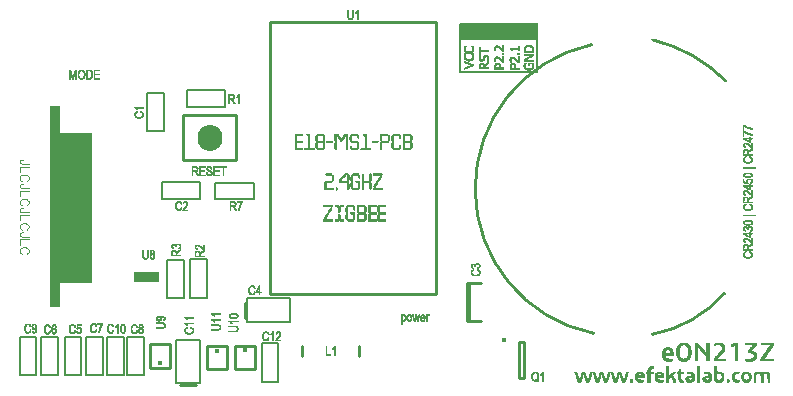
<source format=gbr>
G04 DipTrace 3.2.0.1*
G04 TopSilk.gbr*
%MOIN*%
G04 #@! TF.FileFunction,Legend,Top*
G04 #@! TF.Part,Single*
%ADD10C,0.009843*%
%ADD12C,0.003*%
%ADD13C,0.001969*%
%ADD24C,0.005906*%
%ADD25O,0.083273X0.086604*%
%ADD33C,0.015422*%
%ADD45O,0.015356X0.014965*%
%ADD99C,0.004632*%
%FSLAX26Y26*%
G04*
G70*
G90*
G75*
G01*
G04 TopSilk*
%LPD*%
X247772Y-384514D2*
D10*
Y-258420D1*
X240260Y-384514D2*
Y-258420D1*
Y-384514D2*
X287596Y-384461D1*
X240260Y-258420D2*
X287596Y-258473D1*
X-501382Y-374192D2*
Y-323050D1*
X-664672Y-598218D2*
X-715814D1*
X-121542Y-469278D2*
Y-500790D1*
X-308944Y-469278D2*
Y-500790D1*
D33*
X361711Y-446496D3*
X411853Y-455697D2*
D10*
Y-573802D1*
X431538D1*
Y-455697D1*
X411853D1*
X-417415Y611682D2*
X137672D1*
Y-293797D1*
X-417415D1*
Y611682D1*
X857776Y-428937D2*
G03X1098050Y-292728I-79303J419919D01*
G01*
X654854Y536281D2*
G03X661543Y-425422I103331J-480156D01*
G01*
X859079Y552538D2*
G02X1102046Y415890I-118814J-495585D01*
G01*
X-707313Y301760D2*
X-530130Y301311D1*
X-530512Y152101D1*
X-707671Y152550D1*
X-707313Y301760D1*
X-817335Y-541599D2*
X-750799D1*
Y-462463D1*
X-817335D1*
Y-541599D1*
D45*
X-784852Y-525065D3*
X-467217Y-466327D2*
D10*
X-533752D1*
Y-545463D1*
X-467217D1*
Y-466327D1*
D45*
X-499699Y-482862D3*
X-561465Y-466670D2*
D10*
X-628000D1*
Y-545806D1*
X-561465D1*
Y-466670D1*
D45*
X-593947Y-483204D3*
X-1250896Y-437003D2*
D24*
X-1195289D1*
Y-565283D1*
X-1250896D1*
Y-437003D1*
X-1180505Y-436306D2*
X-1124898D1*
Y-564587D1*
X-1180505D1*
Y-436306D1*
X-1101537Y-436681D2*
X-1045929D1*
Y-564962D1*
X-1101537D1*
Y-436681D1*
X-1028584Y-436306D2*
X-972976D1*
Y-564587D1*
X-1028584D1*
Y-436306D1*
X-960520D2*
X-904912D1*
Y-564587D1*
X-960520D1*
Y-436306D1*
X-892080Y-437058D2*
X-836472D1*
Y-565339D1*
X-892080D1*
Y-437058D1*
X-444706Y-458646D2*
X-389098D1*
Y-586927D1*
X-444706D1*
Y-458646D1*
X-729937Y-448134D2*
X-651168D1*
Y-592146D1*
X-729937D1*
Y-448134D1*
X-495007Y-309064D2*
X-350995D1*
Y-387833D1*
X-495007D1*
Y-309064D1*
X-682407Y-179286D2*
X-626799D1*
Y-307567D1*
X-682407D1*
Y-179286D1*
X-760257Y-180903D2*
X-704650D1*
Y-309184D1*
X-760257D1*
Y-180903D1*
G36*
X-868846Y-222270D2*
X-786180D1*
Y-253970D1*
X-868846D1*
Y-222270D1*
G37*
G36*
X-1123020Y241542D2*
X-1011491D1*
Y-257982D1*
X-1123020D1*
Y241542D1*
G37*
G36*
X-1151294Y331079D2*
X-1115165D1*
Y-338093D1*
X-1151294D1*
Y331079D1*
G37*
X-777366Y77164D2*
D24*
X-649085D1*
Y21556D1*
X-777366D1*
Y77164D1*
D25*
X-618328Y224264D3*
X-826618Y375806D2*
D24*
X-771010D1*
Y247525D1*
X-826618D1*
Y375806D1*
X-694933Y386031D2*
X-566652D1*
Y330424D1*
X-694933D1*
Y386031D1*
X-598974Y76988D2*
X-470693D1*
Y21381D1*
X-598974D1*
Y76988D1*
G36*
X216873Y607623D2*
X475349D1*
Y552331D1*
X216873D1*
Y607623D1*
G37*
X217534Y605322D2*
D24*
X472992D1*
Y444559D1*
X217534D1*
Y605322D1*
X-870133Y329010D2*
D13*
X-839621D1*
X-869114Y328026D2*
X-839621D1*
X-867876Y327042D2*
X-839621D1*
X-866593Y326058D2*
X-863247D1*
X-865403Y325073D2*
X-862297D1*
X-864310Y324089D2*
X-861439D1*
X-863276Y323105D2*
X-860699D1*
X-862270Y322121D2*
X-860007D1*
X-861274Y321136D2*
X-859306D1*
X-849463Y315231D2*
X-848479D1*
X-863243Y314247D2*
X-861274D1*
X-849343D2*
X-846250D1*
X-864980Y313262D2*
X-861536D1*
X-849075D2*
X-844411D1*
X-866410Y312278D2*
X-862406D1*
X-847940D2*
X-842989D1*
X-867454Y311294D2*
X-863570D1*
X-846513D2*
X-841910D1*
X-868216Y310310D2*
X-864786D1*
X-845089D2*
X-841105D1*
X-868824Y309325D2*
X-865806D1*
X-843857D2*
X-840500D1*
X-869328Y308341D2*
X-866531D1*
X-842888D2*
X-840073D1*
X-869709Y307357D2*
X-867034D1*
X-842129D2*
X-839827D1*
X-869933Y306373D2*
X-867416D1*
X-841851D2*
X-839707D1*
X-870012Y305388D2*
X-867709D1*
X-841705D2*
X-839654D1*
X-869937Y304404D2*
X-867605D1*
X-841671D2*
X-839633D1*
X-869717Y303420D2*
X-867400D1*
X-841773D2*
X-839629D1*
X-869438Y302436D2*
X-867106D1*
X-842041D2*
X-839661D1*
X-869140Y301451D2*
X-866629D1*
X-842492D2*
X-839789D1*
X-868775Y300467D2*
X-865904D1*
X-843225D2*
X-840063D1*
X-868314Y299483D2*
X-864901D1*
X-844368D2*
X-840483D1*
X-867687Y298499D2*
X-863585D1*
X-845884D2*
X-841092D1*
X-866773Y297514D2*
X-861997D1*
X-847630D2*
X-842003D1*
X-865506Y296530D2*
X-843306D1*
X-863922Y295546D2*
X-845041D1*
X-862143Y294562D2*
X-847156D1*
X-860290Y293577D2*
X-849463D1*
X-724768Y15554D2*
X-718862D1*
X-703114D2*
X-697209D1*
X-726539Y14570D2*
X-717427D1*
X-704515D2*
X-696228D1*
X-728064Y13585D2*
X-716195D1*
X-705652D2*
X-695282D1*
X-729249Y12601D2*
X-724570D1*
X-719208D2*
X-715197D1*
X-706505D2*
X-703110D1*
X-698542D2*
X-694458D1*
X-730123Y11617D2*
X-726096D1*
X-717896D2*
X-714420D1*
X-707137D2*
X-704056D1*
X-697265D2*
X-693839D1*
X-730794Y10633D2*
X-727280D1*
X-716875D2*
X-713788D1*
X-707575D2*
X-704877D1*
X-696370D2*
X-693381D1*
X-731360Y9648D2*
X-728154D1*
X-716067D2*
X-713211D1*
X-707827D2*
X-705465D1*
X-695699D2*
X-692985D1*
X-731847Y8664D2*
X-728826D1*
X-715501D2*
X-712612D1*
X-707955D2*
X-705820D1*
X-695463D2*
X-692667D1*
X-732226Y7680D2*
X-729392D1*
X-715162D2*
X-711972D1*
X-708035D2*
X-706067D1*
X-695339D2*
X-692502D1*
X-732486Y6696D2*
X-729879D1*
X-714925D2*
X-713941D1*
X-695316D2*
X-692526D1*
X-732724Y5711D2*
X-730254D1*
X-695422D2*
X-692720D1*
X-733009Y4727D2*
X-730479D1*
X-695683D2*
X-692989D1*
X-733282Y3743D2*
X-730591D1*
X-696062D2*
X-693283D1*
X-733461Y2759D2*
X-730641D1*
X-696506D2*
X-693646D1*
X-733555Y1774D2*
X-730661D1*
X-697013D2*
X-694099D1*
X-733598Y790D2*
X-730669D1*
X-697626D2*
X-694652D1*
X-733612Y-194D2*
X-730672D1*
X-698387D2*
X-695277D1*
X-733584Y-1178D2*
X-730673D1*
X-699259D2*
X-695909D1*
X-733461Y-2163D2*
X-730669D1*
X-700193D2*
X-696589D1*
X-733226Y-3147D2*
X-730635D1*
X-701157D2*
X-697381D1*
X-732970Y-4131D2*
X-730505D1*
X-713941D2*
X-712957D1*
X-702134D2*
X-698267D1*
X-732764Y-5115D2*
X-730235D1*
X-714281D2*
X-712540D1*
X-703112D2*
X-699206D1*
X-732543Y-6100D2*
X-729854D1*
X-714613D2*
X-712285D1*
X-704060D2*
X-700172D1*
X-732231Y-7084D2*
X-729408D1*
X-714963D2*
X-712489D1*
X-704919D2*
X-701146D1*
X-731832Y-8068D2*
X-728896D1*
X-715459D2*
X-712826D1*
X-705664D2*
X-702093D1*
X-731380Y-9052D2*
X-728226D1*
X-716174D2*
X-713251D1*
X-706357D2*
X-702951D1*
X-730870Y-10037D2*
X-727358D1*
X-717203D2*
X-713750D1*
X-707009D2*
X-703699D1*
X-730252Y-11021D2*
X-725147D1*
X-718885D2*
X-714364D1*
X-707537D2*
X-704428D1*
X-729454Y-12005D2*
X-721856D1*
X-721526D2*
X-715161D1*
X-707954D2*
X-705226D1*
X-728430Y-12990D2*
X-716184D1*
X-708342D2*
X-692287D1*
X-727161Y-13974D2*
X-717453D1*
X-708700D2*
X-692287D1*
X-725752Y-14958D2*
X-718862D1*
X-709020D2*
X-692287D1*
X269266Y-192256D2*
X277140D1*
X256471Y-193240D2*
X262377D1*
X268242D2*
X278542D1*
X255070Y-194224D2*
X263542D1*
X267105D2*
X279678D1*
X253933Y-195209D2*
X264871D1*
X265784D2*
X269304D1*
X277137D2*
X280531D1*
X253080Y-196193D2*
X256475D1*
X261158D2*
X268450D1*
X278082D2*
X281163D1*
X252449Y-197177D2*
X255533D1*
X262553D2*
X267744D1*
X278903D2*
X281601D1*
X252014Y-198161D2*
X254747D1*
X263626D2*
X267213D1*
X279487D2*
X281852D1*
X251798Y-199146D2*
X254151D1*
X264000D2*
X266827D1*
X279816D2*
X281975D1*
X251805Y-200130D2*
X254119D1*
X264210D2*
X266997D1*
X279934D2*
X282024D1*
X252022Y-201114D2*
X254498D1*
X264345D2*
X267298D1*
X279917D2*
X282007D1*
X252386Y-202098D2*
X255144D1*
X279421D2*
X281851D1*
X252862Y-203083D2*
X256062D1*
X278191D2*
X281454D1*
X253530Y-204067D2*
X257008D1*
X276776D2*
X280803D1*
X254536Y-205051D2*
X257713D1*
X275568D2*
X279980D1*
X255908Y-206035D2*
X258141D1*
X274770D2*
X279068D1*
X257455Y-207020D2*
X258440D1*
X274188D2*
X278125D1*
X272219Y-210957D2*
X273203D1*
X258440Y-211941D2*
X260408D1*
X272339D2*
X275433D1*
X256702Y-212925D2*
X260147D1*
X272607D2*
X277272D1*
X255272Y-213909D2*
X259277D1*
X273742D2*
X278694D1*
X254229Y-214894D2*
X258112D1*
X275169D2*
X279772D1*
X253466Y-215878D2*
X256896D1*
X276593D2*
X280577D1*
X252859Y-216862D2*
X255876D1*
X277826D2*
X281182D1*
X252355Y-217846D2*
X255151D1*
X278794D2*
X281609D1*
X251973Y-218831D2*
X254648D1*
X279553D2*
X281855D1*
X251749Y-219815D2*
X254266D1*
X279831D2*
X281976D1*
X251671Y-220799D2*
X253973D1*
X279978D2*
X282028D1*
X251746Y-221783D2*
X254078D1*
X280011D2*
X282049D1*
X251965Y-222768D2*
X254282D1*
X279909D2*
X282053D1*
X252244Y-223752D2*
X254576D1*
X279642D2*
X282022D1*
X252543Y-224736D2*
X255054D1*
X279191D2*
X281893D1*
X252907Y-225720D2*
X255779D1*
X278457D2*
X281620D1*
X253369Y-226705D2*
X256781D1*
X277315D2*
X281200D1*
X253996Y-227689D2*
X258098D1*
X275799D2*
X280590D1*
X254909Y-228673D2*
X259685D1*
X274052D2*
X279679D1*
X256177Y-229657D2*
X278377D1*
X257761Y-230642D2*
X276641D1*
X259539Y-231626D2*
X274526D1*
X261392Y-232610D2*
X272219D1*
X-480615Y-265690D2*
X-474710D1*
X-454041D2*
X-452072D1*
X-482387Y-266675D2*
X-473275D1*
X-454651D2*
X-452072D1*
X-483912Y-267659D2*
X-472043D1*
X-455212D2*
X-452072D1*
X-485097Y-268643D2*
X-480418D1*
X-475056D2*
X-471045D1*
X-455739D2*
X-452072D1*
X-485970Y-269627D2*
X-481943D1*
X-473744D2*
X-470268D1*
X-456249D2*
X-452072D1*
X-486642Y-270612D2*
X-483128D1*
X-472723D2*
X-469636D1*
X-456779D2*
X-452072D1*
X-487208Y-271596D2*
X-484002D1*
X-471915D2*
X-469059D1*
X-457367D2*
X-452072D1*
X-487695Y-272580D2*
X-484674D1*
X-471349D2*
X-468460D1*
X-458002D2*
X-452072D1*
X-488074Y-273564D2*
X-485240D1*
X-471010D2*
X-467820D1*
X-458605D2*
X-455853D1*
X-454041D2*
X-452072D1*
X-488334Y-274549D2*
X-485727D1*
X-470773D2*
X-469789D1*
X-459158D2*
X-456559D1*
X-454041D2*
X-452072D1*
X-488572Y-275533D2*
X-486102D1*
X-459681D2*
X-457159D1*
X-454041D2*
X-452072D1*
X-488857Y-276517D2*
X-486327D1*
X-460184D2*
X-457701D1*
X-454041D2*
X-452072D1*
X-489130Y-277501D2*
X-486439D1*
X-460682D2*
X-458212D1*
X-454041D2*
X-452072D1*
X-489309Y-278486D2*
X-486489D1*
X-461175D2*
X-458712D1*
X-454041D2*
X-452072D1*
X-489403Y-279470D2*
X-486509D1*
X-461669D2*
X-459210D1*
X-454041D2*
X-452072D1*
X-489446Y-280454D2*
X-486517D1*
X-462164D2*
X-459735D1*
X-454041D2*
X-452072D1*
X-489459Y-281438D2*
X-486520D1*
X-462688D2*
X-460321D1*
X-454041D2*
X-452072D1*
X-489432Y-282423D2*
X-486521D1*
X-463270D2*
X-460958D1*
X-454041D2*
X-452072D1*
X-489309Y-283407D2*
X-486517D1*
X-463869D2*
X-461587D1*
X-454041D2*
X-452072D1*
X-489074Y-284391D2*
X-486483D1*
X-464343D2*
X-462227D1*
X-454041D2*
X-452072D1*
X-488818Y-285375D2*
X-486353D1*
X-469789D2*
X-468804D1*
X-464626D2*
X-462899D1*
X-454041D2*
X-452072D1*
X-488612Y-286360D2*
X-486083D1*
X-470129D2*
X-468388D1*
X-464766D2*
X-448135D1*
X-488391Y-287344D2*
X-485701D1*
X-470460D2*
X-468133D1*
X-464828D2*
X-448135D1*
X-488079Y-288328D2*
X-485255D1*
X-470811D2*
X-468337D1*
X-464854D2*
X-448135D1*
X-487680Y-289312D2*
X-484744D1*
X-471307D2*
X-468674D1*
X-454041D2*
X-452072D1*
X-487228Y-290297D2*
X-484073D1*
X-472022D2*
X-469099D1*
X-454041D2*
X-452072D1*
X-486718Y-291281D2*
X-483206D1*
X-473050D2*
X-469598D1*
X-454041D2*
X-452072D1*
X-486100Y-292265D2*
X-480994D1*
X-474733D2*
X-470212D1*
X-454041D2*
X-452072D1*
X-485302Y-293249D2*
X-477704D1*
X-477373D2*
X-471009D1*
X-454041D2*
X-452072D1*
X-484278Y-294234D2*
X-472032D1*
X-454041D2*
X-452072D1*
X-483009Y-295218D2*
X-473301D1*
X-454041D2*
X-452072D1*
X-481600Y-296202D2*
X-474710D1*
X-454041D2*
X-452072D1*
X-1079182Y-394361D2*
X-1073277D1*
X-1059497D2*
X-1047686D1*
X-1080954Y-395345D2*
X-1071842D1*
X-1059952D2*
X-1047686D1*
X-1082479Y-396329D2*
X-1070610D1*
X-1060234D2*
X-1047686D1*
X-1083664Y-397314D2*
X-1078985D1*
X-1073622D2*
X-1069612D1*
X-1060377D2*
X-1058513D1*
X-1084537Y-398298D2*
X-1080510D1*
X-1072310D2*
X-1068834D1*
X-1060445D2*
X-1058513D1*
X-1085209Y-399282D2*
X-1081695D1*
X-1071290D2*
X-1068203D1*
X-1060505D2*
X-1058517D1*
X-1085775Y-400266D2*
X-1082569D1*
X-1070482D2*
X-1067625D1*
X-1060640D2*
X-1058552D1*
X-1086262Y-401251D2*
X-1083241D1*
X-1069916D2*
X-1067027D1*
X-1060879D2*
X-1058669D1*
X-1086641Y-402235D2*
X-1083806D1*
X-1069576D2*
X-1066387D1*
X-1061133D2*
X-1058830D1*
X-1086900Y-403219D2*
X-1084294D1*
X-1069340D2*
X-1068356D1*
X-1061305D2*
X-1058930D1*
X-1087139Y-404203D2*
X-1084668D1*
X-1061400D2*
X-1058332D1*
X-1056545D2*
X-1052608D1*
X-1087424Y-405188D2*
X-1084893D1*
X-1061477D2*
X-1051207D1*
X-1087697Y-406172D2*
X-1085006D1*
X-1061612D2*
X-1050070D1*
X-1087876Y-407156D2*
X-1085056D1*
X-1061779D2*
X-1057489D1*
X-1052611D2*
X-1049217D1*
X-1087970Y-408140D2*
X-1085076D1*
X-1061882D2*
X-1058320D1*
X-1051666D2*
X-1048581D1*
X-1088013Y-409125D2*
X-1085084D1*
X-1061284D2*
X-1058968D1*
X-1050845D2*
X-1048108D1*
X-1088026Y-410109D2*
X-1085086D1*
X-1060482D2*
X-1059497D1*
X-1050261D2*
X-1047732D1*
X-1087998Y-411093D2*
X-1085087D1*
X-1049928D2*
X-1047374D1*
X-1087876Y-412077D2*
X-1085084D1*
X-1049768D2*
X-1047068D1*
X-1087641Y-413062D2*
X-1085049D1*
X-1049698D2*
X-1046879D1*
X-1087385Y-414046D2*
X-1084920D1*
X-1068356D2*
X-1067371D1*
X-1049671D2*
X-1046814D1*
X-1087179Y-415030D2*
X-1084650D1*
X-1068696D2*
X-1066955D1*
X-1049664D2*
X-1046895D1*
X-1086958Y-416014D2*
X-1084268D1*
X-1069027D2*
X-1066700D1*
X-1049695D2*
X-1047113D1*
X-1086646Y-416999D2*
X-1083822D1*
X-1069378D2*
X-1066904D1*
X-1062450D2*
X-1060482D1*
X-1049823D2*
X-1047362D1*
X-1086247Y-417983D2*
X-1083311D1*
X-1069874D2*
X-1067241D1*
X-1062413D2*
X-1060104D1*
X-1050097D2*
X-1047569D1*
X-1085795Y-418967D2*
X-1082640D1*
X-1070588D2*
X-1067666D1*
X-1062283D2*
X-1059631D1*
X-1050528D2*
X-1047820D1*
X-1085285Y-419951D2*
X-1081773D1*
X-1071617D2*
X-1068165D1*
X-1062008D2*
X-1059056D1*
X-1051084D2*
X-1048226D1*
X-1084667Y-420936D2*
X-1079561D1*
X-1073300D2*
X-1068779D1*
X-1061588D2*
X-1057579D1*
X-1052559D2*
X-1048774D1*
X-1083869Y-421920D2*
X-1076271D1*
X-1075940D2*
X-1069576D1*
X-1060979D2*
X-1055342D1*
X-1054795D2*
X-1049406D1*
X-1082845Y-422904D2*
X-1070599D1*
X-1060085D2*
X-1050220D1*
X-1081575Y-423888D2*
X-1071868D1*
X-1058889D2*
X-1051327D1*
X-1080167Y-424873D2*
X-1073277D1*
X-1057529D2*
X-1052608D1*
X-1162278Y-396180D2*
X-1156373D1*
X-1139640D2*
X-1134719D1*
X-1164049Y-397164D2*
X-1154938D1*
X-1141042D2*
X-1133772D1*
X-1165575Y-398148D2*
X-1153706D1*
X-1142178D2*
X-1132918D1*
X-1166759Y-399133D2*
X-1162081D1*
X-1156718D2*
X-1152708D1*
X-1143031D2*
X-1139637D1*
X-1136086D2*
X-1132208D1*
X-1167633Y-400117D2*
X-1163606D1*
X-1155406D2*
X-1151930D1*
X-1143667D2*
X-1140582D1*
X-1134898D2*
X-1131640D1*
X-1168305Y-401101D2*
X-1164791D1*
X-1154386D2*
X-1151299D1*
X-1144140D2*
X-1141403D1*
X-1134084D2*
X-1131224D1*
X-1168871Y-402085D2*
X-1165665D1*
X-1153578D2*
X-1150721D1*
X-1144516D2*
X-1141991D1*
X-1133413D2*
X-1130966D1*
X-1169358Y-403070D2*
X-1166336D1*
X-1153012D2*
X-1150123D1*
X-1144874D2*
X-1142358D1*
X-1132751D2*
X-1130782D1*
X-1169737Y-404054D2*
X-1166902D1*
X-1152672D2*
X-1149483D1*
X-1145180D2*
X-1142644D1*
X-1169996Y-405038D2*
X-1167389D1*
X-1152436D2*
X-1151451D1*
X-1145373D2*
X-1142949D1*
X-1170234Y-406022D2*
X-1167764D1*
X-1145472D2*
X-1143229D1*
X-1170520Y-407007D2*
X-1167989D1*
X-1145517D2*
X-1143407D1*
X-1170792Y-407991D2*
X-1168102D1*
X-1145535D2*
X-1143465D1*
X-1139640D2*
X-1134719D1*
X-1170972Y-408975D2*
X-1168152D1*
X-1145542D2*
X-1143356D1*
X-1140806D2*
X-1133739D1*
X-1171066Y-409959D2*
X-1168172D1*
X-1145545D2*
X-1143038D1*
X-1142135D2*
X-1132793D1*
X-1171108Y-410944D2*
X-1168180D1*
X-1145545D2*
X-1139406D1*
X-1136053D2*
X-1131969D1*
X-1171122Y-411928D2*
X-1168182D1*
X-1145546D2*
X-1140801D1*
X-1134775D2*
X-1131349D1*
X-1171094Y-412912D2*
X-1168183D1*
X-1145546D2*
X-1141874D1*
X-1133880D2*
X-1130892D1*
X-1170971Y-413896D2*
X-1168180D1*
X-1145546D2*
X-1142284D1*
X-1133209D2*
X-1130495D1*
X-1170736Y-414881D2*
X-1168145D1*
X-1145546D2*
X-1142607D1*
X-1132973D2*
X-1130174D1*
X-1170481Y-415865D2*
X-1168016D1*
X-1151451D2*
X-1150467D1*
X-1145546D2*
X-1142897D1*
X-1132846D2*
X-1129978D1*
X-1170274Y-416849D2*
X-1167746D1*
X-1151792D2*
X-1150050D1*
X-1145542D2*
X-1143060D1*
X-1132788D2*
X-1129911D1*
X-1170054Y-417833D2*
X-1167364D1*
X-1152123D2*
X-1149796D1*
X-1145507D2*
X-1143006D1*
X-1132768D2*
X-1129991D1*
X-1169742Y-418818D2*
X-1166918D1*
X-1152474D2*
X-1150000D1*
X-1145378D2*
X-1142811D1*
X-1132794D2*
X-1130212D1*
X-1169343Y-419802D2*
X-1166407D1*
X-1152970D2*
X-1150337D1*
X-1145108D2*
X-1142519D1*
X-1132924D2*
X-1130492D1*
X-1168890Y-420786D2*
X-1165736D1*
X-1153684D2*
X-1150762D1*
X-1144726D2*
X-1142035D1*
X-1133247D2*
X-1130791D1*
X-1168380Y-421770D2*
X-1164869D1*
X-1154713D2*
X-1151261D1*
X-1144280D2*
X-1141235D1*
X-1133743D2*
X-1131155D1*
X-1167763Y-422755D2*
X-1162657D1*
X-1156395D2*
X-1151875D1*
X-1143769D2*
X-1139941D1*
X-1135311D2*
X-1131617D1*
X-1166964Y-423739D2*
X-1159367D1*
X-1159036D2*
X-1152671D1*
X-1143119D2*
X-1138013D1*
X-1137712D2*
X-1132243D1*
X-1165940Y-424723D2*
X-1153695D1*
X-1142207D2*
X-1133144D1*
X-1164671Y-425707D2*
X-1154964D1*
X-1141004D2*
X-1134342D1*
X-1163262Y-426692D2*
X-1156373D1*
X-1139640D2*
X-1135703D1*
X-1008572Y-391853D2*
X-1002667D1*
X-991840D2*
X-976092D1*
X-1010343Y-392837D2*
X-1001232D1*
X-991840D2*
X-976248D1*
X-1011869Y-393822D2*
X-1000000D1*
X-991840D2*
X-976530D1*
X-1013053Y-394806D2*
X-1008375D1*
X-1003012D2*
X-999002D1*
X-979873D2*
X-976945D1*
X-1013927Y-395790D2*
X-1009900D1*
X-1001700D2*
X-998224D1*
X-980579D2*
X-977483D1*
X-1014599Y-396774D2*
X-1011085D1*
X-1000680D2*
X-997593D1*
X-981179D2*
X-978097D1*
X-1015165Y-397759D2*
X-1011959D1*
X-999872D2*
X-997015D1*
X-981720D2*
X-978692D1*
X-1015652Y-398743D2*
X-1012630D1*
X-999306D2*
X-996417D1*
X-982231D2*
X-979242D1*
X-1016031Y-399727D2*
X-1013196D1*
X-998966D2*
X-995777D1*
X-982732D2*
X-979764D1*
X-1016290Y-400711D2*
X-1013683D1*
X-998730D2*
X-997745D1*
X-983226D2*
X-980267D1*
X-1016528Y-401696D2*
X-1014058D1*
X-983716D2*
X-980761D1*
X-1016814Y-402680D2*
X-1014283D1*
X-984177D2*
X-981223D1*
X-1017086Y-403664D2*
X-1014396D1*
X-984575D2*
X-981622D1*
X-1017266Y-404648D2*
X-1014446D1*
X-984922D2*
X-981973D1*
X-1017360Y-405633D2*
X-1014466D1*
X-985272D2*
X-982354D1*
X-1017402Y-406617D2*
X-1014474D1*
X-985609D2*
X-982781D1*
X-1017416Y-407601D2*
X-1014476D1*
X-985926D2*
X-983213D1*
X-1017388Y-408585D2*
X-1014477D1*
X-986260D2*
X-983599D1*
X-1017265Y-409570D2*
X-1014474D1*
X-986561D2*
X-983940D1*
X-1017030Y-410554D2*
X-1014439D1*
X-986786D2*
X-984285D1*
X-1016774Y-411538D2*
X-1014310D1*
X-997745D2*
X-996761D1*
X-987009D2*
X-984586D1*
X-1016568Y-412522D2*
X-1014040D1*
X-998086D2*
X-996344D1*
X-987289D2*
X-984782D1*
X-1016348Y-413507D2*
X-1013658D1*
X-998417D2*
X-996090D1*
X-987560D2*
X-984915D1*
X-1016036Y-414491D2*
X-1013212D1*
X-998768D2*
X-996294D1*
X-987738D2*
X-985085D1*
X-1015637Y-415475D2*
X-1012701D1*
X-999264D2*
X-996631D1*
X-987836D2*
X-985339D1*
X-1015184Y-416459D2*
X-1012030D1*
X-999978D2*
X-997056D1*
X-987913D2*
X-985598D1*
X-1014674Y-417444D2*
X-1011163D1*
X-1001007D2*
X-997555D1*
X-988056D2*
X-985772D1*
X-1014057Y-418428D2*
X-1008951D1*
X-1002689D2*
X-998169D1*
X-988299D2*
X-985865D1*
X-1013258Y-419412D2*
X-1005661D1*
X-1005330D2*
X-998965D1*
X-988554D2*
X-985907D1*
X-1012234Y-420396D2*
X-999989D1*
X-988727D2*
X-985924D1*
X-1010965Y-421381D2*
X-1001258D1*
X-988824D2*
X-985931D1*
X-1009556Y-422365D2*
X-1002667D1*
X-988887D2*
X-985934D1*
X-872881Y-395091D2*
X-866975D1*
X-851227D2*
X-846306D1*
X-874652Y-396075D2*
X-865540D1*
X-852207D2*
X-845023D1*
X-876177Y-397059D2*
X-864308D1*
X-853153D2*
X-844039D1*
X-877362Y-398043D2*
X-872683D1*
X-867321D2*
X-863310D1*
X-853974D2*
X-851071D1*
X-846347D2*
X-843326D1*
X-878235Y-399028D2*
X-874209D1*
X-866009D2*
X-862533D1*
X-854558D2*
X-851773D1*
X-845527D2*
X-842816D1*
X-878907Y-400012D2*
X-875393D1*
X-864988D2*
X-861901D1*
X-854891D2*
X-852338D1*
X-844943D2*
X-842424D1*
X-879473Y-400996D2*
X-876267D1*
X-864180D2*
X-861324D1*
X-855051D2*
X-852747D1*
X-844611D2*
X-842064D1*
X-879960Y-401980D2*
X-876939D1*
X-863614D2*
X-860725D1*
X-855121D2*
X-852953D1*
X-844454D2*
X-841790D1*
X-880339Y-402965D2*
X-877505D1*
X-863275D2*
X-860085D1*
X-855144D2*
X-852943D1*
X-844423D2*
X-841641D1*
X-880599Y-403949D2*
X-877992D1*
X-863038D2*
X-862054D1*
X-855116D2*
X-852705D1*
X-844481D2*
X-841879D1*
X-880837Y-404933D2*
X-878367D1*
X-854956D2*
X-852316D1*
X-844915D2*
X-842267D1*
X-881122Y-405917D2*
X-878592D1*
X-854558D2*
X-851304D1*
X-846320D2*
X-842823D1*
X-881395Y-406902D2*
X-878704D1*
X-853907D2*
X-849000D1*
X-848518D2*
X-843560D1*
X-881574Y-407886D2*
X-878754D1*
X-853091D2*
X-844417D1*
X-881668Y-408870D2*
X-878774D1*
X-852211D2*
X-845322D1*
X-881711Y-409854D2*
X-878782D1*
X-853494D2*
X-843924D1*
X-881725Y-410839D2*
X-878785D1*
X-854478D2*
X-851190D1*
X-846310D2*
X-842818D1*
X-881697Y-411823D2*
X-878786D1*
X-855187D2*
X-852044D1*
X-845364D2*
X-842056D1*
X-881574Y-412807D2*
X-878782D1*
X-855663D2*
X-852754D1*
X-844543D2*
X-841535D1*
X-881339Y-413791D2*
X-878748D1*
X-855929D2*
X-853322D1*
X-843959D2*
X-841113D1*
X-881083Y-414776D2*
X-878618D1*
X-862054D2*
X-861070D1*
X-856058D2*
X-853735D1*
X-843627D2*
X-840781D1*
X-880877Y-415760D2*
X-878348D1*
X-862394D2*
X-860653D1*
X-856113D2*
X-853972D1*
X-843466D2*
X-840582D1*
X-880656Y-416744D2*
X-877966D1*
X-862726D2*
X-860398D1*
X-856135D2*
X-854056D1*
X-843400D2*
X-840514D1*
X-880344Y-417728D2*
X-877521D1*
X-863076D2*
X-860602D1*
X-856140D2*
X-853979D1*
X-843407D2*
X-840594D1*
X-879945Y-418713D2*
X-877009D1*
X-863572D2*
X-860939D1*
X-856108D2*
X-853726D1*
X-843530D2*
X-840815D1*
X-879493Y-419697D2*
X-876339D1*
X-864287D2*
X-861364D1*
X-855980D2*
X-853302D1*
X-843854D2*
X-841098D1*
X-878983Y-420681D2*
X-875471D1*
X-865316D2*
X-861863D1*
X-855706D2*
X-852750D1*
X-844361D2*
X-841431D1*
X-878365Y-421665D2*
X-873260D1*
X-866998D2*
X-862477D1*
X-855286D2*
X-851275D1*
X-846100D2*
X-841925D1*
X-877567Y-422650D2*
X-869969D1*
X-869638D2*
X-863274D1*
X-854678D2*
X-849039D1*
X-848843D2*
X-842656D1*
X-876543Y-423634D2*
X-864297D1*
X-853783D2*
X-843649D1*
X-875274Y-424618D2*
X-865566D1*
X-852587D2*
X-844904D1*
X-873865Y-425602D2*
X-866975D1*
X-851227D2*
X-846306D1*
X-1227734Y-393171D2*
X-1221828D1*
X-1206080D2*
X-1202143D1*
X-1229505Y-394155D2*
X-1220393D1*
X-1207481D2*
X-1200708D1*
X-1231030Y-395139D2*
X-1219161D1*
X-1208618D2*
X-1199476D1*
X-1232215Y-396123D2*
X-1227536D1*
X-1222174D2*
X-1218163D1*
X-1209471D2*
X-1206043D1*
X-1201196D2*
X-1198478D1*
X-1233088Y-397108D2*
X-1229062D1*
X-1220862D2*
X-1217386D1*
X-1210102D2*
X-1206897D1*
X-1200342D2*
X-1197704D1*
X-1233760Y-398092D2*
X-1230246D1*
X-1219841D2*
X-1216754D1*
X-1210541D2*
X-1207607D1*
X-1199632D2*
X-1197111D1*
X-1234326Y-399076D2*
X-1231120D1*
X-1219033D2*
X-1216177D1*
X-1210792D2*
X-1208175D1*
X-1199064D2*
X-1196688D1*
X-1234813Y-400060D2*
X-1231792D1*
X-1218467D2*
X-1215578D1*
X-1210914D2*
X-1208588D1*
X-1198651D2*
X-1196440D1*
X-1235192Y-401045D2*
X-1232358D1*
X-1218128D2*
X-1214938D1*
X-1210968D2*
X-1208829D1*
X-1198410D2*
X-1196285D1*
X-1235452Y-402029D2*
X-1232845D1*
X-1217891D2*
X-1216907D1*
X-1210989D2*
X-1208944D1*
X-1198295D2*
X-1196107D1*
X-1235690Y-403013D2*
X-1233220D1*
X-1210997D2*
X-1208961D1*
X-1198278D2*
X-1195850D1*
X-1235975Y-403997D2*
X-1233445D1*
X-1210996D2*
X-1208853D1*
X-1198386D2*
X-1195590D1*
X-1236248Y-404982D2*
X-1233557D1*
X-1210962D2*
X-1208587D1*
X-1198652D2*
X-1195415D1*
X-1236427Y-405966D2*
X-1233607D1*
X-1210833D2*
X-1208158D1*
X-1199081D2*
X-1195323D1*
X-1236521Y-406950D2*
X-1233627D1*
X-1210559D2*
X-1207604D1*
X-1199635D2*
X-1195281D1*
X-1236564Y-407934D2*
X-1233635D1*
X-1210139D2*
X-1206129D1*
X-1201110D2*
X-1195264D1*
X-1236578Y-408919D2*
X-1233638D1*
X-1209531D2*
X-1203892D1*
X-1203347D2*
X-1195261D1*
X-1236550Y-409903D2*
X-1233639D1*
X-1208636D2*
X-1195293D1*
X-1236427Y-410887D2*
X-1233635D1*
X-1207440D2*
X-1200175D1*
X-1198206D2*
X-1195418D1*
X-1236192Y-411871D2*
X-1233601D1*
X-1206080D2*
X-1202143D1*
X-1198206D2*
X-1195653D1*
X-1235936Y-412856D2*
X-1233471D1*
X-1216907D2*
X-1215923D1*
X-1198210D2*
X-1195905D1*
X-1235730Y-413840D2*
X-1233201D1*
X-1217247D2*
X-1215506D1*
X-1198244D2*
X-1196081D1*
X-1235509Y-414824D2*
X-1232819D1*
X-1217579D2*
X-1215251D1*
X-1198374D2*
X-1196207D1*
X-1235197Y-415808D2*
X-1232374D1*
X-1217929D2*
X-1215455D1*
X-1198644D2*
X-1196378D1*
X-1234798Y-416793D2*
X-1231862D1*
X-1218425D2*
X-1215792D1*
X-1211001D2*
X-1208049D1*
X-1199030D2*
X-1196665D1*
X-1234346Y-417777D2*
X-1231192D1*
X-1219140D2*
X-1216217D1*
X-1210661D2*
X-1207844D1*
X-1199525D2*
X-1197054D1*
X-1233836Y-418761D2*
X-1230324D1*
X-1220169D2*
X-1216716D1*
X-1210330D2*
X-1207490D1*
X-1200133D2*
X-1197502D1*
X-1233218Y-419745D2*
X-1228113D1*
X-1221851D2*
X-1217330D1*
X-1209975D2*
X-1206255D1*
X-1201728D2*
X-1198014D1*
X-1232420Y-420730D2*
X-1224822D1*
X-1224491D2*
X-1218127D1*
X-1209442D2*
X-1204397D1*
X-1204143D2*
X-1198665D1*
X-1231396Y-421714D2*
X-1219150D1*
X-1208595D2*
X-1199577D1*
X-1230127Y-422698D2*
X-1220419D1*
X-1207424D2*
X-1200779D1*
X-1228718Y-423682D2*
X-1221828D1*
X-1206080D2*
X-1202143D1*
X-952421Y-393949D2*
X-946516D1*
X-926831D2*
X-924862D1*
X-911083D2*
X-906161D1*
X-954192Y-394933D2*
X-945081D1*
X-927209D2*
X-924862D1*
X-912029D2*
X-904879D1*
X-955718Y-395917D2*
X-943849D1*
X-927666D2*
X-924862D1*
X-912884D2*
X-903890D1*
X-956902Y-396902D2*
X-952224D1*
X-946861D2*
X-942851D1*
X-928252D2*
X-924862D1*
X-913594D2*
X-910927D1*
X-906199D2*
X-903147D1*
X-957776Y-397886D2*
X-953749D1*
X-945549D2*
X-942073D1*
X-929001D2*
X-924862D1*
X-914165D2*
X-911629D1*
X-905345D2*
X-902546D1*
X-958448Y-398870D2*
X-954934D1*
X-944529D2*
X-941442D1*
X-929868D2*
X-924862D1*
X-914613D2*
X-912198D1*
X-904635D2*
X-902044D1*
X-959014Y-399854D2*
X-955808D1*
X-943721D2*
X-940864D1*
X-930797D2*
X-924862D1*
X-914979D2*
X-912645D1*
X-904067D2*
X-901663D1*
X-959501Y-400839D2*
X-956479D1*
X-943155D2*
X-940266D1*
X-931723D2*
X-924862D1*
X-915334D2*
X-913011D1*
X-903654D2*
X-901436D1*
X-959880Y-401823D2*
X-957045D1*
X-942815D2*
X-939626D1*
X-932547D2*
X-929783D1*
X-927815D2*
X-924862D1*
X-915638D2*
X-913366D1*
X-903413D2*
X-901318D1*
X-960139Y-402807D2*
X-957532D1*
X-942579D2*
X-941594D1*
X-933192D2*
X-930768D1*
X-927815D2*
X-924862D1*
X-915831D2*
X-913670D1*
X-903294D2*
X-901234D1*
X-960377Y-403791D2*
X-957907D1*
X-933720D2*
X-931752D1*
X-927815D2*
X-924862D1*
X-915930D2*
X-913863D1*
X-903242D2*
X-901088D1*
X-960663Y-404776D2*
X-958132D1*
X-927815D2*
X-924862D1*
X-915975D2*
X-913962D1*
X-903221D2*
X-900845D1*
X-960935Y-405760D2*
X-958245D1*
X-927815D2*
X-924862D1*
X-915993D2*
X-914006D1*
X-903213D2*
X-900590D1*
X-961115Y-406744D2*
X-958295D1*
X-927815D2*
X-924862D1*
X-916000D2*
X-914025D1*
X-903210D2*
X-900417D1*
X-961209Y-407728D2*
X-958315D1*
X-927815D2*
X-924862D1*
X-916003D2*
X-914032D1*
X-903209D2*
X-900325D1*
X-961251Y-408713D2*
X-958323D1*
X-927815D2*
X-924862D1*
X-916003D2*
X-914034D1*
X-903209D2*
X-900284D1*
X-961265Y-409697D2*
X-958325D1*
X-927815D2*
X-924862D1*
X-916004D2*
X-914035D1*
X-903209D2*
X-900270D1*
X-961237Y-410681D2*
X-958326D1*
X-927815D2*
X-924862D1*
X-916004D2*
X-914035D1*
X-903209D2*
X-900298D1*
X-961114Y-411665D2*
X-958323D1*
X-927815D2*
X-924862D1*
X-916004D2*
X-914035D1*
X-903209D2*
X-900421D1*
X-960879Y-412650D2*
X-958288D1*
X-927815D2*
X-924862D1*
X-916004D2*
X-914032D1*
X-903209D2*
X-900656D1*
X-960624Y-413634D2*
X-958159D1*
X-941594D2*
X-940610D1*
X-927815D2*
X-924862D1*
X-916004D2*
X-913997D1*
X-903209D2*
X-900908D1*
X-960417Y-414618D2*
X-957889D1*
X-941935D2*
X-940193D1*
X-927815D2*
X-924862D1*
X-916000D2*
X-913872D1*
X-903213D2*
X-901080D1*
X-960197Y-415602D2*
X-957507D1*
X-942266D2*
X-939939D1*
X-927815D2*
X-924862D1*
X-915965D2*
X-913632D1*
X-903247D2*
X-901175D1*
X-959885Y-416587D2*
X-957061D1*
X-942617D2*
X-940143D1*
X-927815D2*
X-924862D1*
X-915836D2*
X-913345D1*
X-903376D2*
X-901251D1*
X-959486Y-417571D2*
X-956550D1*
X-943113D2*
X-940480D1*
X-927815D2*
X-924862D1*
X-915566D2*
X-913044D1*
X-903651D2*
X-901398D1*
X-959033Y-418555D2*
X-955879D1*
X-943827D2*
X-940905D1*
X-927815D2*
X-924862D1*
X-915184D2*
X-912663D1*
X-904082D2*
X-901675D1*
X-958524Y-419539D2*
X-955012D1*
X-944856D2*
X-941404D1*
X-927815D2*
X-924862D1*
X-914738D2*
X-912196D1*
X-904637D2*
X-902059D1*
X-957906Y-420524D2*
X-952800D1*
X-946538D2*
X-942018D1*
X-927815D2*
X-924862D1*
X-914227D2*
X-911168D1*
X-906113D2*
X-902509D1*
X-957108Y-421508D2*
X-949510D1*
X-949179D2*
X-942814D1*
X-927815D2*
X-924862D1*
X-913577D2*
X-908859D1*
X-908349D2*
X-903054D1*
X-956084Y-422492D2*
X-943838D1*
X-927815D2*
X-924862D1*
X-912665D2*
X-903817D1*
X-954814Y-423476D2*
X-945107D1*
X-927815D2*
X-924862D1*
X-911462D2*
X-904897D1*
X-953406Y-424461D2*
X-946516D1*
X-927815D2*
X-924862D1*
X-910098D2*
X-906161D1*
X-703151Y-371178D2*
X-672639D1*
X-702132Y-372163D2*
X-672639D1*
X-700894Y-373147D2*
X-672639D1*
X-699611Y-374131D2*
X-696265D1*
X-698422Y-375115D2*
X-695315D1*
X-697328Y-376100D2*
X-694457D1*
X-696294Y-377084D2*
X-693717D1*
X-695288Y-378068D2*
X-693026D1*
X-694293Y-379052D2*
X-692324D1*
X-703151Y-390864D2*
X-672639D1*
X-702132Y-391848D2*
X-672639D1*
X-700894Y-392832D2*
X-672639D1*
X-699611Y-393816D2*
X-696265D1*
X-698422Y-394801D2*
X-695315D1*
X-697328Y-395785D2*
X-694457D1*
X-696294Y-396769D2*
X-693717D1*
X-695288Y-397753D2*
X-693026D1*
X-694293Y-398738D2*
X-692324D1*
X-682482Y-404643D2*
X-681497D1*
X-696261Y-405627D2*
X-694293D1*
X-682361D2*
X-679268D1*
X-697999Y-406612D2*
X-694554D1*
X-682093D2*
X-677429D1*
X-699429Y-407596D2*
X-695424D1*
X-680959D2*
X-676007D1*
X-700472Y-408580D2*
X-696588D1*
X-679532D2*
X-674929D1*
X-701234Y-409564D2*
X-697805D1*
X-678108D2*
X-674124D1*
X-701842Y-410549D2*
X-698824D1*
X-676875D2*
X-673518D1*
X-702346Y-411533D2*
X-699550D1*
X-675907D2*
X-673092D1*
X-702728Y-412517D2*
X-700052D1*
X-675148D2*
X-672846D1*
X-702951Y-413501D2*
X-700434D1*
X-674870D2*
X-672725D1*
X-703030Y-414486D2*
X-700728D1*
X-674723D2*
X-672673D1*
X-702955Y-415470D2*
X-700623D1*
X-674690D2*
X-672651D1*
X-702736Y-416454D2*
X-700418D1*
X-674791D2*
X-672647D1*
X-702456Y-417438D2*
X-700124D1*
X-675059D2*
X-672679D1*
X-702158Y-418423D2*
X-699647D1*
X-675510D2*
X-672807D1*
X-701794Y-419407D2*
X-698922D1*
X-676244D2*
X-673081D1*
X-701332Y-420391D2*
X-697920D1*
X-677386D2*
X-673501D1*
X-700705Y-421375D2*
X-696603D1*
X-678902D2*
X-674111D1*
X-699792Y-422360D2*
X-695016D1*
X-680648D2*
X-675022D1*
X-698524Y-423344D2*
X-676324D1*
X-696940Y-424328D2*
X-678059D1*
X-695161Y-425312D2*
X-680175D1*
X-693308Y-426297D2*
X-682482D1*
X-434505Y-418680D2*
X-428600D1*
X-408915D2*
X-406946D1*
X-393167D2*
X-387261D1*
X-436276Y-419664D2*
X-427165D1*
X-409293D2*
X-406946D1*
X-394568D2*
X-386281D1*
X-437802Y-420648D2*
X-425933D1*
X-409750D2*
X-406946D1*
X-395705D2*
X-385335D1*
X-438986Y-421633D2*
X-434308D1*
X-428945D2*
X-424935D1*
X-410336D2*
X-406946D1*
X-396558D2*
X-393163D1*
X-388595D2*
X-384511D1*
X-439860Y-422617D2*
X-435833D1*
X-427633D2*
X-424157D1*
X-411085D2*
X-406946D1*
X-397189D2*
X-394109D1*
X-387317D2*
X-383891D1*
X-440532Y-423601D2*
X-437018D1*
X-426613D2*
X-423526D1*
X-411952D2*
X-406946D1*
X-397628D2*
X-394929D1*
X-386422D2*
X-383434D1*
X-441098Y-424585D2*
X-437892D1*
X-425805D2*
X-422948D1*
X-412881D2*
X-406946D1*
X-397879D2*
X-395517D1*
X-385751D2*
X-383037D1*
X-441585Y-425570D2*
X-438563D1*
X-425239D2*
X-422350D1*
X-413807D2*
X-406946D1*
X-398008D2*
X-395872D1*
X-385515D2*
X-382720D1*
X-441964Y-426554D2*
X-439129D1*
X-424899D2*
X-421710D1*
X-414631D2*
X-411867D1*
X-409899D2*
X-406946D1*
X-398088D2*
X-396119D1*
X-385391D2*
X-382555D1*
X-442223Y-427538D2*
X-439616D1*
X-424663D2*
X-423678D1*
X-415276D2*
X-412852D1*
X-409899D2*
X-406946D1*
X-385368D2*
X-382579D1*
X-442461Y-428522D2*
X-439991D1*
X-415804D2*
X-413836D1*
X-409899D2*
X-406946D1*
X-385474D2*
X-382773D1*
X-442747Y-429507D2*
X-440216D1*
X-409899D2*
X-406946D1*
X-385736D2*
X-383041D1*
X-443019Y-430491D2*
X-440329D1*
X-409899D2*
X-406946D1*
X-386114D2*
X-383335D1*
X-443199Y-431475D2*
X-440379D1*
X-409899D2*
X-406946D1*
X-386559D2*
X-383698D1*
X-443293Y-432459D2*
X-440399D1*
X-409899D2*
X-406946D1*
X-387066D2*
X-384151D1*
X-443335Y-433444D2*
X-440407D1*
X-409899D2*
X-406946D1*
X-387679D2*
X-384705D1*
X-443349Y-434428D2*
X-440409D1*
X-409899D2*
X-406946D1*
X-388439D2*
X-385329D1*
X-443321Y-435412D2*
X-440410D1*
X-409899D2*
X-406946D1*
X-389311D2*
X-385961D1*
X-443198Y-436396D2*
X-440407D1*
X-409899D2*
X-406946D1*
X-390246D2*
X-386642D1*
X-442963Y-437381D2*
X-440372D1*
X-409899D2*
X-406946D1*
X-391210D2*
X-387434D1*
X-442708Y-438365D2*
X-440243D1*
X-423678D2*
X-422694D1*
X-409899D2*
X-406946D1*
X-392187D2*
X-388319D1*
X-442501Y-439349D2*
X-439973D1*
X-424019D2*
X-422277D1*
X-409899D2*
X-406946D1*
X-393164D2*
X-389259D1*
X-442281Y-440333D2*
X-439591D1*
X-424350D2*
X-422023D1*
X-409899D2*
X-406946D1*
X-394113D2*
X-390225D1*
X-441969Y-441318D2*
X-439145D1*
X-424701D2*
X-422227D1*
X-409899D2*
X-406946D1*
X-394971D2*
X-391198D1*
X-441570Y-442302D2*
X-438634D1*
X-425197D2*
X-422564D1*
X-409899D2*
X-406946D1*
X-395716D2*
X-392145D1*
X-441117Y-443286D2*
X-437963D1*
X-425911D2*
X-422989D1*
X-409899D2*
X-406946D1*
X-396409D2*
X-393003D1*
X-440607Y-444270D2*
X-437096D1*
X-426940D2*
X-423488D1*
X-409899D2*
X-406946D1*
X-397062D2*
X-393751D1*
X-439990Y-445255D2*
X-434884D1*
X-428622D2*
X-424102D1*
X-409899D2*
X-406946D1*
X-397590D2*
X-394481D1*
X-439192Y-446239D2*
X-431594D1*
X-431263D2*
X-424898D1*
X-409899D2*
X-406946D1*
X-398007D2*
X-395278D1*
X-438168Y-447223D2*
X-425922D1*
X-409899D2*
X-406946D1*
X-398394D2*
X-382340D1*
X-436898Y-448207D2*
X-427191D1*
X-409899D2*
X-406946D1*
X-398752D2*
X-382340D1*
X-435490Y-449192D2*
X-428600D1*
X-409899D2*
X-406946D1*
X-399072D2*
X-382340D1*
X-230521Y-467486D2*
X-228552D1*
X-202962D2*
X-200993D1*
X-230521Y-468470D2*
X-228552D1*
X-203340D2*
X-200993D1*
X-230521Y-469454D2*
X-228552D1*
X-203797D2*
X-200993D1*
X-230521Y-470438D2*
X-228552D1*
X-204384D2*
X-200993D1*
X-230521Y-471423D2*
X-228552D1*
X-205132D2*
X-200993D1*
X-230521Y-472407D2*
X-228552D1*
X-205999D2*
X-200993D1*
X-230521Y-473391D2*
X-228552D1*
X-206928D2*
X-200993D1*
X-230521Y-474375D2*
X-228552D1*
X-207854D2*
X-200993D1*
X-230521Y-475360D2*
X-228552D1*
X-208678D2*
X-205915D1*
X-203946D2*
X-200993D1*
X-230521Y-476344D2*
X-228552D1*
X-209323D2*
X-206899D1*
X-203946D2*
X-200993D1*
X-230521Y-477328D2*
X-228552D1*
X-209852D2*
X-207883D1*
X-203946D2*
X-200993D1*
X-230521Y-478312D2*
X-228552D1*
X-203946D2*
X-200993D1*
X-230521Y-479297D2*
X-228552D1*
X-203946D2*
X-200993D1*
X-230521Y-480281D2*
X-228552D1*
X-203946D2*
X-200993D1*
X-230521Y-481265D2*
X-228552D1*
X-203946D2*
X-200993D1*
X-230521Y-482249D2*
X-228552D1*
X-203946D2*
X-200993D1*
X-230521Y-483234D2*
X-228552D1*
X-203946D2*
X-200993D1*
X-230521Y-484218D2*
X-228552D1*
X-203946D2*
X-200993D1*
X-230521Y-485202D2*
X-228552D1*
X-203946D2*
X-200993D1*
X-230521Y-486186D2*
X-228552D1*
X-203946D2*
X-200993D1*
X-230521Y-487171D2*
X-228552D1*
X-203946D2*
X-200993D1*
X-230521Y-488155D2*
X-228552D1*
X-203946D2*
X-200993D1*
X-230521Y-489139D2*
X-228552D1*
X-203946D2*
X-200993D1*
X-230521Y-490123D2*
X-228552D1*
X-203946D2*
X-200993D1*
X-230521Y-491108D2*
X-228552D1*
X-203946D2*
X-200993D1*
X-230521Y-492092D2*
X-228552D1*
X-203946D2*
X-200993D1*
X-230521Y-493076D2*
X-228552D1*
X-203946D2*
X-200993D1*
X-230521Y-494060D2*
X-228552D1*
X-203946D2*
X-200993D1*
X-230521Y-495045D2*
X-228552D1*
X-203946D2*
X-200993D1*
X-230521Y-496029D2*
X-215757D1*
X-203946D2*
X-200993D1*
X-230521Y-497013D2*
X-215757D1*
X-203946D2*
X-200993D1*
X-230521Y-497997D2*
X-215757D1*
X-203946D2*
X-200993D1*
X463028Y-553243D2*
X468933D1*
X490587D2*
X492555D1*
X461256Y-554227D2*
X470372D1*
X490209D2*
X492555D1*
X459731Y-555211D2*
X471639D1*
X489751D2*
X492555D1*
X458543Y-556196D2*
X463221D1*
X468736D2*
X472762D1*
X489165D2*
X492555D1*
X457638Y-557180D2*
X461665D1*
X470261D2*
X473771D1*
X488416D2*
X492555D1*
X456875Y-558164D2*
X460386D1*
X471446D2*
X474621D1*
X487549D2*
X492555D1*
X456195Y-559148D2*
X459371D1*
X472316D2*
X475250D1*
X486621D2*
X492555D1*
X455657Y-560133D2*
X458592D1*
X472957D2*
X475711D1*
X485695D2*
X492555D1*
X455237Y-561117D2*
X457996D1*
X473432D2*
X476109D1*
X484870D2*
X487634D1*
X489602D2*
X492555D1*
X454857Y-562101D2*
X457573D1*
X473808D2*
X476435D1*
X484225D2*
X486650D1*
X489602D2*
X492555D1*
X454542Y-563085D2*
X457328D1*
X474167D2*
X476669D1*
X483697D2*
X485665D1*
X489602D2*
X492555D1*
X454345Y-564070D2*
X457208D1*
X474472D2*
X476896D1*
X489602D2*
X492555D1*
X454244Y-565054D2*
X457155D1*
X474666D2*
X477177D1*
X489602D2*
X492555D1*
X454199Y-566038D2*
X457134D1*
X474765D2*
X477448D1*
X489602D2*
X492555D1*
X454180Y-567022D2*
X457126D1*
X474809D2*
X477627D1*
X489602D2*
X492555D1*
X454173Y-568007D2*
X457124D1*
X474828D2*
X477717D1*
X489602D2*
X492555D1*
X454171Y-568991D2*
X457123D1*
X474835D2*
X477725D1*
X489602D2*
X492555D1*
X454170Y-569975D2*
X457122D1*
X474833D2*
X477617D1*
X489602D2*
X492555D1*
X454173Y-570959D2*
X457122D1*
X474800D2*
X477388D1*
X489602D2*
X492555D1*
X454208Y-571944D2*
X457126D1*
X474675D2*
X477138D1*
X489602D2*
X492555D1*
X454333Y-572928D2*
X457160D1*
X474435D2*
X476963D1*
X489602D2*
X492555D1*
X454573Y-573912D2*
X457290D1*
X474148D2*
X476838D1*
X489602D2*
X492555D1*
X454864Y-574896D2*
X457564D1*
X473843D2*
X476667D1*
X489602D2*
X492555D1*
X455195Y-575881D2*
X457980D1*
X473441D2*
X476379D1*
X489602D2*
X492555D1*
X455652Y-576865D2*
X458555D1*
X466965D2*
X468933D1*
X472840D2*
X475991D1*
X489602D2*
X492555D1*
X456220Y-577849D2*
X459356D1*
X465980D2*
X470840D1*
X471963D2*
X475544D1*
X489602D2*
X492555D1*
X456829Y-578833D2*
X460573D1*
X467129D2*
X475044D1*
X489602D2*
X492555D1*
X457536Y-579818D2*
X462661D1*
X468103D2*
X474478D1*
X489602D2*
X492555D1*
X458487Y-580802D2*
X465936D1*
X468933D2*
X473854D1*
X489602D2*
X492555D1*
X459767Y-581786D2*
X475135D1*
X489602D2*
X492555D1*
X461334Y-582770D2*
X476262D1*
X489602D2*
X492555D1*
X463028Y-583755D2*
X468933D1*
X473854D2*
X477111D1*
X489602D2*
X492555D1*
X474839Y-584739D2*
X477791D1*
X-556546Y371154D2*
X-541782D1*
X-523081D2*
X-521113D1*
X-556546Y370169D2*
X-540500D1*
X-523459D2*
X-521113D1*
X-556546Y369185D2*
X-539511D1*
X-523917D2*
X-521113D1*
X-556546Y368201D2*
X-554577D1*
X-543116D2*
X-538768D1*
X-524503D2*
X-521113D1*
X-556546Y367217D2*
X-554577D1*
X-541838D2*
X-538167D1*
X-525252D2*
X-521113D1*
X-556546Y366232D2*
X-554577D1*
X-540943D2*
X-537665D1*
X-526119D2*
X-521113D1*
X-556546Y365248D2*
X-554577D1*
X-540272D2*
X-537284D1*
X-527047D2*
X-521113D1*
X-556546Y364264D2*
X-554577D1*
X-540036D2*
X-537060D1*
X-527973D2*
X-521113D1*
X-556546Y363280D2*
X-554577D1*
X-539912D2*
X-536982D1*
X-528798D2*
X-526034D1*
X-524066D2*
X-521113D1*
X-556546Y362295D2*
X-554577D1*
X-539893D2*
X-537057D1*
X-529443D2*
X-527018D1*
X-524066D2*
X-521113D1*
X-556546Y361311D2*
X-554577D1*
X-540034D2*
X-537276D1*
X-529971D2*
X-528003D1*
X-524066D2*
X-521113D1*
X-556546Y360327D2*
X-554577D1*
X-540329D2*
X-537559D1*
X-524066D2*
X-521113D1*
X-556546Y359343D2*
X-554577D1*
X-541174D2*
X-537892D1*
X-524066D2*
X-521113D1*
X-556546Y358358D2*
X-554577D1*
X-543935D2*
X-538390D1*
X-524066D2*
X-521113D1*
X-556546Y357374D2*
X-554577D1*
X-548614D2*
X-539158D1*
X-524066D2*
X-521113D1*
X-556546Y356390D2*
X-540303D1*
X-524066D2*
X-521113D1*
X-556546Y355406D2*
X-541895D1*
X-524066D2*
X-521113D1*
X-556546Y354421D2*
X-543751D1*
X-524066D2*
X-521113D1*
X-556546Y353437D2*
X-554577D1*
X-546707D2*
X-542804D1*
X-524066D2*
X-521113D1*
X-556546Y352453D2*
X-554577D1*
X-545758D2*
X-541950D1*
X-524066D2*
X-521113D1*
X-556546Y351469D2*
X-554577D1*
X-544903D2*
X-541236D1*
X-524066D2*
X-521113D1*
X-556546Y350484D2*
X-554577D1*
X-544189D2*
X-540633D1*
X-524066D2*
X-521113D1*
X-556546Y349500D2*
X-554577D1*
X-543582D2*
X-540091D1*
X-524066D2*
X-521113D1*
X-556546Y348516D2*
X-554577D1*
X-543009D2*
X-539576D1*
X-524066D2*
X-521113D1*
X-556546Y347531D2*
X-554577D1*
X-542403D2*
X-539045D1*
X-524066D2*
X-521113D1*
X-556546Y346547D2*
X-554577D1*
X-541762D2*
X-538456D1*
X-524066D2*
X-521113D1*
X-556546Y345563D2*
X-554577D1*
X-541156D2*
X-537821D1*
X-524066D2*
X-521113D1*
X-556546Y344579D2*
X-554577D1*
X-540602D2*
X-537218D1*
X-524066D2*
X-521113D1*
X-556546Y343594D2*
X-554577D1*
X-540083D2*
X-536662D1*
X-524066D2*
X-521113D1*
X-556546Y342610D2*
X-554577D1*
X-539604D2*
X-536114D1*
X-524066D2*
X-521113D1*
X-556546Y341626D2*
X-554577D1*
X-539189D2*
X-535527D1*
X-524066D2*
X-521113D1*
X-556546Y340642D2*
X-554577D1*
X-538829D2*
X-534892D1*
X-524066D2*
X-521113D1*
X-663495Y-130024D2*
X-655621D1*
X-639873D2*
X-637904D1*
X-664892Y-131008D2*
X-654145D1*
X-639873D2*
X-637904D1*
X-665998Y-131992D2*
X-652752D1*
X-639873D2*
X-637904D1*
X-666760Y-132976D2*
X-663457D1*
X-656761D2*
X-651388D1*
X-639873D2*
X-637904D1*
X-667281Y-133961D2*
X-664312D1*
X-655075D2*
X-650088D1*
X-639873D2*
X-637904D1*
X-667703Y-134945D2*
X-665018D1*
X-653525D2*
X-648907D1*
X-639873D2*
X-637904D1*
X-668031Y-135929D2*
X-665551D1*
X-652129D2*
X-647821D1*
X-639873D2*
X-637904D1*
X-668199Y-136913D2*
X-665945D1*
X-650904D2*
X-646788D1*
X-639873D2*
X-637904D1*
X-668177Y-137898D2*
X-665829D1*
X-649800D2*
X-645743D1*
X-639877D2*
X-637904D1*
X-667983Y-138882D2*
X-665503D1*
X-648764D2*
X-644551D1*
X-639914D2*
X-637904D1*
X-667711Y-139866D2*
X-664914D1*
X-647755D2*
X-643016D1*
X-640066D2*
X-637904D1*
X-667378Y-140850D2*
X-663978D1*
X-646728D2*
X-641064D1*
X-640403D2*
X-637904D1*
X-666853Y-141835D2*
X-662812D1*
X-645612D2*
X-637904D1*
X-666009Y-142819D2*
X-661769D1*
X-644353D2*
X-637904D1*
X-664839Y-143803D2*
X-661063D1*
X-642962D2*
X-637904D1*
X-663495Y-144787D2*
X-660542D1*
X-641454D2*
X-637904D1*
X-639873Y-145772D2*
X-637904D1*
X-638888Y-148724D2*
X-637904D1*
X-640520Y-149709D2*
X-637949D1*
X-663495Y-150693D2*
X-656605D1*
X-642192D2*
X-638054D1*
X-664892Y-151677D2*
X-655204D1*
X-643936D2*
X-638552D1*
X-665998Y-152661D2*
X-654059D1*
X-645648D2*
X-639727D1*
X-666760Y-153646D2*
X-662276D1*
X-657787D2*
X-653131D1*
X-647211D2*
X-641229D1*
X-667281Y-154630D2*
X-663675D1*
X-656265D2*
X-652186D1*
X-648663D2*
X-642941D1*
X-667703Y-155614D2*
X-664759D1*
X-655115D2*
X-651025D1*
X-650145D2*
X-644685D1*
X-668035Y-156598D2*
X-665275D1*
X-654241D2*
X-646338D1*
X-668238Y-157583D2*
X-665715D1*
X-653937D2*
X-647838D1*
X-668340Y-158567D2*
X-666058D1*
X-653773D2*
X-649070D1*
X-668386Y-159551D2*
X-666266D1*
X-653699D2*
X-649929D1*
X-668405Y-160535D2*
X-666371D1*
X-653670D2*
X-650505D1*
X-668412Y-161520D2*
X-666417D1*
X-653658D2*
X-650953D1*
X-668415Y-162504D2*
X-666436D1*
X-653654D2*
X-651296D1*
X-668416Y-163488D2*
X-666444D1*
X-653653D2*
X-651503D1*
X-668416Y-164472D2*
X-666446D1*
X-653652D2*
X-651607D1*
X-668416Y-165457D2*
X-666447D1*
X-653652D2*
X-651654D1*
X-668416Y-166441D2*
X-666447D1*
X-653652D2*
X-651673D1*
X-668416Y-167425D2*
X-637904D1*
X-668416Y-168409D2*
X-637904D1*
X-668416Y-169394D2*
X-637904D1*
X-728566Y-126783D2*
X-720692D1*
X-741361Y-127768D2*
X-735455D1*
X-729590D2*
X-719290D1*
X-742762Y-128752D2*
X-734290D1*
X-730727D2*
X-718154D1*
X-743899Y-129736D2*
X-732961D1*
X-732048D2*
X-728528D1*
X-720695D2*
X-717301D1*
X-744752Y-130720D2*
X-741357D1*
X-736674D2*
X-729382D1*
X-719750D2*
X-716669D1*
X-745383Y-131705D2*
X-742299D1*
X-735279D2*
X-730088D1*
X-718929D2*
X-716231D1*
X-745818Y-132689D2*
X-743085D1*
X-734206D2*
X-730619D1*
X-718345D2*
X-715980D1*
X-746034Y-133673D2*
X-743681D1*
X-733832D2*
X-731005D1*
X-718016D2*
X-715857D1*
X-746027Y-134657D2*
X-743713D1*
X-733622D2*
X-730835D1*
X-717898D2*
X-715808D1*
X-745810Y-135642D2*
X-743334D1*
X-733487D2*
X-730534D1*
X-717915D2*
X-715825D1*
X-745446Y-136626D2*
X-742688D1*
X-718411D2*
X-715981D1*
X-744970Y-137610D2*
X-741770D1*
X-719641D2*
X-716378D1*
X-744302Y-138594D2*
X-740824D1*
X-721056D2*
X-717029D1*
X-743296Y-139579D2*
X-740119D1*
X-722264D2*
X-717852D1*
X-741924Y-140563D2*
X-739691D1*
X-723062D2*
X-718764D1*
X-740377Y-141547D2*
X-739392D1*
X-723644D2*
X-719707D1*
X-716755Y-145484D2*
X-715770D1*
X-718387Y-146469D2*
X-715816D1*
X-741361Y-147453D2*
X-734471D1*
X-720058D2*
X-715920D1*
X-742758Y-148437D2*
X-733070D1*
X-721802D2*
X-716418D1*
X-743864Y-149421D2*
X-731925D1*
X-723514D2*
X-717593D1*
X-744626Y-150406D2*
X-740142D1*
X-735653D2*
X-730997D1*
X-725077D2*
X-719095D1*
X-745148Y-151390D2*
X-741541D1*
X-734131D2*
X-730052D1*
X-726529D2*
X-720807D1*
X-745570Y-152374D2*
X-742626D1*
X-732981D2*
X-728891D1*
X-728011D2*
X-722551D1*
X-745901Y-153358D2*
X-743141D1*
X-732107D2*
X-724204D1*
X-746104Y-154343D2*
X-743581D1*
X-731803D2*
X-725704D1*
X-746207Y-155327D2*
X-743924D1*
X-731639D2*
X-726936D1*
X-746252Y-156311D2*
X-744132D1*
X-731565D2*
X-727795D1*
X-746271Y-157295D2*
X-744237D1*
X-731536D2*
X-728371D1*
X-746278Y-158280D2*
X-744284D1*
X-731524D2*
X-728819D1*
X-746281Y-159264D2*
X-744302D1*
X-731520D2*
X-729162D1*
X-746282Y-160248D2*
X-744310D1*
X-731519D2*
X-729369D1*
X-746282Y-161232D2*
X-744312D1*
X-731519D2*
X-729473D1*
X-746282Y-162217D2*
X-744313D1*
X-731518D2*
X-729520D1*
X-746282Y-163201D2*
X-744314D1*
X-731518D2*
X-729539D1*
X-746282Y-164185D2*
X-715770D1*
X-746282Y-165169D2*
X-715770D1*
X-746282Y-166154D2*
X-715770D1*
X-550797Y14297D2*
X-536033D1*
X-526190D2*
X-510442D1*
X-550797Y13312D2*
X-534750D1*
X-526190D2*
X-510598D1*
X-550797Y12328D2*
X-533762D1*
X-526190D2*
X-510881D1*
X-550797Y11344D2*
X-548828D1*
X-537366D2*
X-533019D1*
X-514223D2*
X-511296D1*
X-550797Y10360D2*
X-548828D1*
X-536089D2*
X-532418D1*
X-514929D2*
X-511833D1*
X-550797Y9375D2*
X-548828D1*
X-535194D2*
X-531915D1*
X-515529D2*
X-512447D1*
X-550797Y8391D2*
X-548828D1*
X-534523D2*
X-531534D1*
X-516071D2*
X-513042D1*
X-550797Y7407D2*
X-548828D1*
X-534287D2*
X-531311D1*
X-516582D2*
X-513593D1*
X-550797Y6423D2*
X-548828D1*
X-534163D2*
X-531232D1*
X-517082D2*
X-514114D1*
X-550797Y5438D2*
X-548828D1*
X-534144D2*
X-531308D1*
X-517576D2*
X-514617D1*
X-550797Y4454D2*
X-548828D1*
X-534284D2*
X-531527D1*
X-518066D2*
X-515111D1*
X-550797Y3470D2*
X-548828D1*
X-534580D2*
X-531810D1*
X-518527D2*
X-515574D1*
X-550797Y2486D2*
X-548828D1*
X-535425D2*
X-532143D1*
X-518926D2*
X-515973D1*
X-550797Y1501D2*
X-548828D1*
X-538185D2*
X-532640D1*
X-519272D2*
X-516323D1*
X-550797Y517D2*
X-548828D1*
X-542865D2*
X-533409D1*
X-519623D2*
X-516705D1*
X-550797Y-467D2*
X-534553D1*
X-519959D2*
X-517132D1*
X-550797Y-1451D2*
X-536146D1*
X-520276D2*
X-517563D1*
X-550797Y-2436D2*
X-538001D1*
X-520611D2*
X-517949D1*
X-550797Y-3420D2*
X-548828D1*
X-540958D2*
X-537055D1*
X-520912D2*
X-518291D1*
X-550797Y-4404D2*
X-548828D1*
X-540008D2*
X-536200D1*
X-521136D2*
X-518636D1*
X-550797Y-5388D2*
X-548828D1*
X-539153D2*
X-535487D1*
X-521360D2*
X-518937D1*
X-550797Y-6373D2*
X-548828D1*
X-538439D2*
X-534884D1*
X-521640D2*
X-519132D1*
X-550797Y-7357D2*
X-548828D1*
X-537833D2*
X-534342D1*
X-521910D2*
X-519265D1*
X-550797Y-8341D2*
X-548828D1*
X-537260D2*
X-533827D1*
X-522089D2*
X-519435D1*
X-550797Y-9325D2*
X-548828D1*
X-536654D2*
X-533295D1*
X-522186D2*
X-519689D1*
X-550797Y-10310D2*
X-548828D1*
X-536012D2*
X-532707D1*
X-522264D2*
X-519949D1*
X-550797Y-11294D2*
X-548828D1*
X-535407D2*
X-532072D1*
X-522407D2*
X-520123D1*
X-550797Y-12278D2*
X-548828D1*
X-534853D2*
X-531469D1*
X-522649D2*
X-520215D1*
X-550797Y-13262D2*
X-548828D1*
X-534333D2*
X-530912D1*
X-522904D2*
X-520257D1*
X-550797Y-14247D2*
X-548828D1*
X-533855D2*
X-530364D1*
X-523077D2*
X-520274D1*
X-550797Y-15231D2*
X-548828D1*
X-533440D2*
X-529777D1*
X-523174D2*
X-520281D1*
X-550797Y-16215D2*
X-548828D1*
X-533080D2*
X-529143D1*
X-523238D2*
X-520285D1*
X-159556Y652037D2*
X-157588D1*
X-142824D2*
X-140856D1*
X-126092D2*
X-124123D1*
X-159556Y651052D2*
X-157588D1*
X-142824D2*
X-140856D1*
X-126470D2*
X-124123D1*
X-159556Y650068D2*
X-157588D1*
X-142824D2*
X-140856D1*
X-126927D2*
X-124123D1*
X-159556Y649084D2*
X-157588D1*
X-142824D2*
X-140856D1*
X-127514D2*
X-124123D1*
X-159556Y648100D2*
X-157588D1*
X-142824D2*
X-140856D1*
X-128262D2*
X-124123D1*
X-159556Y647115D2*
X-157588D1*
X-142824D2*
X-140856D1*
X-129129D2*
X-124123D1*
X-159556Y646131D2*
X-157588D1*
X-142824D2*
X-140856D1*
X-130058D2*
X-124123D1*
X-159556Y645147D2*
X-157588D1*
X-142824D2*
X-140856D1*
X-130984D2*
X-124123D1*
X-159556Y644163D2*
X-157588D1*
X-142824D2*
X-140856D1*
X-131808D2*
X-129045D1*
X-127076D2*
X-124123D1*
X-159556Y643178D2*
X-157588D1*
X-142824D2*
X-140856D1*
X-132453D2*
X-130029D1*
X-127076D2*
X-124123D1*
X-159556Y642194D2*
X-157588D1*
X-142824D2*
X-140856D1*
X-132982D2*
X-131013D1*
X-127076D2*
X-124123D1*
X-159556Y641210D2*
X-157588D1*
X-142824D2*
X-140856D1*
X-127076D2*
X-124123D1*
X-159556Y640226D2*
X-157588D1*
X-142824D2*
X-140856D1*
X-127076D2*
X-124123D1*
X-159556Y639241D2*
X-157588D1*
X-142824D2*
X-140856D1*
X-127076D2*
X-124123D1*
X-159556Y638257D2*
X-157588D1*
X-142824D2*
X-140856D1*
X-127076D2*
X-124123D1*
X-159556Y637273D2*
X-157588D1*
X-142824D2*
X-140856D1*
X-127076D2*
X-124123D1*
X-159556Y636289D2*
X-157588D1*
X-142824D2*
X-140856D1*
X-127076D2*
X-124123D1*
X-159556Y635304D2*
X-157588D1*
X-142824D2*
X-140856D1*
X-127076D2*
X-124123D1*
X-159556Y634320D2*
X-157584D1*
X-142824D2*
X-140856D1*
X-127076D2*
X-124123D1*
X-159556Y633336D2*
X-157549D1*
X-142828D2*
X-140856D1*
X-127076D2*
X-124123D1*
X-159553Y632352D2*
X-157424D1*
X-142863D2*
X-140856D1*
X-127076D2*
X-124123D1*
X-159518Y631367D2*
X-157188D1*
X-142988D2*
X-140859D1*
X-127076D2*
X-124123D1*
X-159393Y630383D2*
X-156932D1*
X-143228D2*
X-140894D1*
X-127076D2*
X-124123D1*
X-159153Y629399D2*
X-156722D1*
X-143515D2*
X-141020D1*
X-127076D2*
X-124123D1*
X-158866Y628415D2*
X-156467D1*
X-143819D2*
X-141259D1*
X-127076D2*
X-124123D1*
X-158565Y627430D2*
X-156108D1*
X-144246D2*
X-141550D1*
X-127076D2*
X-124123D1*
X-158200Y626446D2*
X-155327D1*
X-144829D2*
X-141885D1*
X-127076D2*
X-124123D1*
X-157738Y625462D2*
X-153420D1*
X-146921D2*
X-142380D1*
X-127076D2*
X-124123D1*
X-157112Y624478D2*
X-150446D1*
X-150352D2*
X-143111D1*
X-127076D2*
X-124123D1*
X-156211Y623493D2*
X-144104D1*
X-127076D2*
X-124123D1*
X-155012Y622509D2*
X-145360D1*
X-127076D2*
X-124123D1*
X-153651Y621525D2*
X-146761D1*
X-127076D2*
X-124123D1*
X1159519Y268381D2*
X1163456D1*
X1159519Y267396D2*
X1164970D1*
X1159519Y266412D2*
X1166660D1*
X1159519Y265428D2*
X1168523D1*
X1159519Y264444D2*
X1161487D1*
X1163456D2*
X1170592D1*
X1159519Y263459D2*
X1161487D1*
X1165428D2*
X1172946D1*
X1159519Y262475D2*
X1161487D1*
X1167431D2*
X1175661D1*
X1159519Y261491D2*
X1161487D1*
X1169533D2*
X1178814D1*
X1159519Y260507D2*
X1161487D1*
X1171818D2*
X1182288D1*
X1159519Y259522D2*
X1161487D1*
X1174403D2*
X1185479D1*
X1159519Y258538D2*
X1161487D1*
X1177489D2*
X1188106D1*
X1159519Y257554D2*
X1161487D1*
X1181149D2*
X1189189D1*
X1159519Y256570D2*
X1161487D1*
X1185109D2*
X1190030D1*
X1159519Y255585D2*
X1161487D1*
X1159519Y254601D2*
X1161487D1*
X1159519Y253617D2*
X1161487D1*
X1159519Y252633D2*
X1161487D1*
X1159519Y248696D2*
X1163456D1*
X1159519Y247711D2*
X1164970D1*
X1159519Y246727D2*
X1166660D1*
X1159519Y245743D2*
X1168523D1*
X1159519Y244759D2*
X1161487D1*
X1163456D2*
X1170592D1*
X1159519Y243774D2*
X1161487D1*
X1165428D2*
X1172946D1*
X1159519Y242790D2*
X1161487D1*
X1167431D2*
X1175661D1*
X1159519Y241806D2*
X1161487D1*
X1169533D2*
X1178814D1*
X1159519Y240822D2*
X1161487D1*
X1171818D2*
X1182288D1*
X1159519Y239837D2*
X1161487D1*
X1174403D2*
X1185479D1*
X1159519Y238853D2*
X1161487D1*
X1177489D2*
X1188106D1*
X1159519Y237869D2*
X1161487D1*
X1181149D2*
X1189189D1*
X1159519Y236885D2*
X1161487D1*
X1185109D2*
X1190030D1*
X1159519Y235900D2*
X1161487D1*
X1159519Y234916D2*
X1161487D1*
X1159519Y233932D2*
X1161487D1*
X1159519Y232948D2*
X1161487D1*
X1180188Y229010D2*
X1182156D1*
X1180188Y228026D2*
X1182156D1*
X1180188Y227042D2*
X1182156D1*
X1159519Y226058D2*
X1190030D1*
X1159665Y225073D2*
X1190030D1*
X1160166Y224089D2*
X1190030D1*
X1161303Y223105D2*
X1166598D1*
X1180188D2*
X1186514D1*
X1162684Y222121D2*
X1167956D1*
X1180188D2*
X1183829D1*
X1164194Y221136D2*
X1169470D1*
X1180188D2*
X1182795D1*
X1165815Y220152D2*
X1171043D1*
X1180188D2*
X1182449D1*
X1167575Y219168D2*
X1172694D1*
X1180184D2*
X1182274D1*
X1169434Y218184D2*
X1174500D1*
X1180147D2*
X1182200D1*
X1171321Y217199D2*
X1176519D1*
X1179995D2*
X1182172D1*
X1173145Y216215D2*
X1178777D1*
X1179658D2*
X1182162D1*
X1174871Y215231D2*
X1182158D1*
X1176582Y214247D2*
X1182157D1*
X1178363Y213262D2*
X1182157D1*
X1180188Y212278D2*
X1182156D1*
X1164440Y209325D2*
X1172314D1*
X1188062D2*
X1190030D1*
X1163043Y208341D2*
X1173790D1*
X1188062D2*
X1190030D1*
X1161937Y207357D2*
X1175183D1*
X1188062D2*
X1190030D1*
X1161174Y206373D2*
X1164477D1*
X1171174D2*
X1176546D1*
X1188062D2*
X1190030D1*
X1160653Y205388D2*
X1163623D1*
X1172860D2*
X1177846D1*
X1188062D2*
X1190030D1*
X1160231Y204404D2*
X1162917D1*
X1174410D2*
X1179028D1*
X1188062D2*
X1190030D1*
X1159904Y203420D2*
X1162384D1*
X1175806D2*
X1180113D1*
X1188062D2*
X1190030D1*
X1159735Y202436D2*
X1161989D1*
X1177031D2*
X1181147D1*
X1188062D2*
X1190030D1*
X1159758Y201451D2*
X1162106D1*
X1178134D2*
X1182192D1*
X1188058D2*
X1190030D1*
X1159952Y200467D2*
X1162431D1*
X1179171D2*
X1183384D1*
X1188021D2*
X1190030D1*
X1160224Y199483D2*
X1163021D1*
X1180180D2*
X1184919D1*
X1187869D2*
X1190030D1*
X1160556Y198499D2*
X1163957D1*
X1181206D2*
X1186870D1*
X1187532D2*
X1190030D1*
X1161082Y197514D2*
X1165123D1*
X1182323D2*
X1190030D1*
X1161926Y196530D2*
X1166166D1*
X1183581D2*
X1190030D1*
X1163096Y195546D2*
X1166871D1*
X1184973D2*
X1190030D1*
X1164440Y194562D2*
X1167393D1*
X1186480D2*
X1190030D1*
X1188062Y193577D2*
X1190030D1*
X1189046Y190625D2*
X1190030D1*
X1187414Y189640D2*
X1189985D1*
X1164440Y188656D2*
X1171330D1*
X1185742D2*
X1189881D1*
X1163043Y187672D2*
X1172731D1*
X1183999D2*
X1189383D1*
X1161937Y186688D2*
X1173875D1*
X1182287D2*
X1188208D1*
X1161174Y185703D2*
X1165659D1*
X1170148D2*
X1174804D1*
X1180724D2*
X1186705D1*
X1160653Y184719D2*
X1164260D1*
X1171670D2*
X1175749D1*
X1179272D2*
X1184994D1*
X1160231Y183735D2*
X1163175D1*
X1172820D2*
X1176910D1*
X1177790D2*
X1183250D1*
X1159900Y182751D2*
X1162660D1*
X1173693D2*
X1181597D1*
X1159697Y181766D2*
X1162220D1*
X1173998D2*
X1180097D1*
X1159594Y180782D2*
X1161877D1*
X1174162D2*
X1178864D1*
X1159548Y179798D2*
X1161669D1*
X1174235D2*
X1178006D1*
X1159530Y178814D2*
X1161564D1*
X1174265D2*
X1177430D1*
X1159523Y177829D2*
X1161517D1*
X1174276D2*
X1176982D1*
X1159520Y176845D2*
X1161498D1*
X1174280D2*
X1176639D1*
X1159519Y175861D2*
X1161491D1*
X1174282D2*
X1176432D1*
X1159519Y174877D2*
X1161489D1*
X1174282D2*
X1176327D1*
X1159519Y173892D2*
X1161488D1*
X1174282D2*
X1176281D1*
X1159519Y172908D2*
X1161487D1*
X1174282D2*
X1176261D1*
X1159519Y171924D2*
X1190030D1*
X1159519Y170940D2*
X1190030D1*
X1159519Y169955D2*
X1190030D1*
X1180188Y165034D2*
X1181172D1*
X1166408Y164050D2*
X1168377D1*
X1180308D2*
X1183402D1*
X1164671Y163066D2*
X1168115D1*
X1180576D2*
X1185240D1*
X1163241Y162081D2*
X1167246D1*
X1181711D2*
X1186663D1*
X1162198Y161097D2*
X1166081D1*
X1183138D2*
X1187741D1*
X1161435Y160113D2*
X1164865D1*
X1184562D2*
X1188546D1*
X1160828Y159129D2*
X1163845D1*
X1185795D2*
X1189151D1*
X1160323Y158144D2*
X1163120D1*
X1186763D2*
X1189578D1*
X1159942Y157160D2*
X1162617D1*
X1187522D2*
X1189824D1*
X1159718Y156176D2*
X1162235D1*
X1187800D2*
X1189944D1*
X1159639Y155192D2*
X1161942D1*
X1187946D2*
X1189997D1*
X1159715Y154207D2*
X1162046D1*
X1187980D2*
X1190018D1*
X1159934Y153223D2*
X1162251D1*
X1187878D2*
X1190022D1*
X1160213Y152239D2*
X1162545D1*
X1187611D2*
X1189991D1*
X1160511Y151255D2*
X1163022D1*
X1187160D2*
X1189862D1*
X1160876Y150270D2*
X1163748D1*
X1186426D2*
X1189588D1*
X1161337Y149286D2*
X1164750D1*
X1185283D2*
X1189168D1*
X1161964Y148302D2*
X1166066D1*
X1183767D2*
X1188559D1*
X1162878Y147318D2*
X1167654D1*
X1182021D2*
X1187648D1*
X1164145Y146333D2*
X1186345D1*
X1165729Y145349D2*
X1184610D1*
X1167508Y144365D2*
X1182495D1*
X1169361Y143381D2*
X1180188D1*
X1159519Y127633D2*
X1198889D1*
X1159519Y126648D2*
X1198889D1*
X1159519Y125664D2*
X1198889D1*
X1167393Y109916D2*
X1183141D1*
X1165167Y108932D2*
X1185148D1*
X1163359Y107948D2*
X1186812D1*
X1162032Y106963D2*
X1167780D1*
X1182750D2*
X1188063D1*
X1161098Y105979D2*
X1165648D1*
X1184847D2*
X1188930D1*
X1160435Y104995D2*
X1164047D1*
X1186531D2*
X1189486D1*
X1159989Y104010D2*
X1162773D1*
X1187397D2*
X1189788D1*
X1159769Y103026D2*
X1162172D1*
X1187788D2*
X1189931D1*
X1159774Y102042D2*
X1162105D1*
X1187834D2*
X1189989D1*
X1159995Y101058D2*
X1162411D1*
X1187501D2*
X1189974D1*
X1160389Y100073D2*
X1163152D1*
X1186614D2*
X1189816D1*
X1160960Y99089D2*
X1164824D1*
X1185381D2*
X1189501D1*
X1161793Y98105D2*
X1166973D1*
X1183837D2*
X1188577D1*
X1162861Y97121D2*
X1187144D1*
X1165398Y96136D2*
X1184812D1*
X1169017Y95152D2*
X1181357D1*
X1173298Y94168D2*
X1177235D1*
X1175267Y90231D2*
X1184125D1*
X1159519Y89247D2*
X1161487D1*
X1173832D2*
X1185863D1*
X1159519Y88262D2*
X1161487D1*
X1172600D2*
X1187292D1*
X1159519Y87278D2*
X1161487D1*
X1171602D2*
X1175498D1*
X1183928D2*
X1188332D1*
X1159519Y86294D2*
X1161487D1*
X1170828D2*
X1174068D1*
X1185449D2*
X1189060D1*
X1159519Y85310D2*
X1161487D1*
X1170238D2*
X1173032D1*
X1186599D2*
X1189542D1*
X1159519Y84325D2*
X1161487D1*
X1169762D2*
X1172233D1*
X1187473D2*
X1189810D1*
X1159519Y83341D2*
X1161503D1*
X1169709D2*
X1171858D1*
X1187774D2*
X1189940D1*
X1159519Y82357D2*
X1161583D1*
X1169841D2*
X1171960D1*
X1187895D2*
X1189992D1*
X1159519Y81373D2*
X1161733D1*
X1170048D2*
X1172271D1*
X1187883D2*
X1189975D1*
X1159519Y80388D2*
X1164434D1*
X1170214D2*
X1172788D1*
X1187389D2*
X1189820D1*
X1159519Y79404D2*
X1168463D1*
X1170345D2*
X1173472D1*
X1186160D2*
X1189423D1*
X1159519Y78420D2*
X1174166D1*
X1184745D2*
X1188772D1*
X1159519Y77436D2*
X1174699D1*
X1183536D2*
X1187949D1*
X1165886Y76451D2*
X1175032D1*
X1182739D2*
X1187037D1*
X1172314Y75467D2*
X1175267D1*
X1182156D2*
X1186093D1*
X1180188Y70546D2*
X1182156D1*
X1180188Y69562D2*
X1182156D1*
X1180188Y68577D2*
X1182156D1*
X1159519Y67593D2*
X1190030D1*
X1159665Y66609D2*
X1190030D1*
X1160166Y65625D2*
X1190030D1*
X1161303Y64640D2*
X1166598D1*
X1180188D2*
X1186514D1*
X1162684Y63656D2*
X1167956D1*
X1180188D2*
X1183829D1*
X1164194Y62672D2*
X1169470D1*
X1180188D2*
X1182795D1*
X1165815Y61688D2*
X1171043D1*
X1180188D2*
X1182449D1*
X1167575Y60703D2*
X1172694D1*
X1180184D2*
X1182274D1*
X1169434Y59719D2*
X1174500D1*
X1180147D2*
X1182200D1*
X1171321Y58735D2*
X1176519D1*
X1179995D2*
X1182172D1*
X1173145Y57751D2*
X1178777D1*
X1179658D2*
X1182162D1*
X1174871Y56766D2*
X1182158D1*
X1176582Y55782D2*
X1182157D1*
X1178363Y54798D2*
X1182157D1*
X1180188Y53814D2*
X1182156D1*
X1164440Y50861D2*
X1172314D1*
X1188062D2*
X1190030D1*
X1163043Y49877D2*
X1173790D1*
X1188062D2*
X1190030D1*
X1161937Y48892D2*
X1175183D1*
X1188062D2*
X1190030D1*
X1161174Y47908D2*
X1164477D1*
X1171174D2*
X1176546D1*
X1188062D2*
X1190030D1*
X1160653Y46924D2*
X1163623D1*
X1172860D2*
X1177846D1*
X1188062D2*
X1190030D1*
X1160231Y45940D2*
X1162917D1*
X1174410D2*
X1179028D1*
X1188062D2*
X1190030D1*
X1159904Y44955D2*
X1162384D1*
X1175806D2*
X1180113D1*
X1188062D2*
X1190030D1*
X1159735Y43971D2*
X1161989D1*
X1177031D2*
X1181147D1*
X1188062D2*
X1190030D1*
X1159758Y42987D2*
X1162106D1*
X1178134D2*
X1182192D1*
X1188058D2*
X1190030D1*
X1159952Y42003D2*
X1162431D1*
X1179171D2*
X1183384D1*
X1188021D2*
X1190030D1*
X1160224Y41018D2*
X1163021D1*
X1180180D2*
X1184919D1*
X1187869D2*
X1190030D1*
X1160556Y40034D2*
X1163957D1*
X1181206D2*
X1186870D1*
X1187532D2*
X1190030D1*
X1161082Y39050D2*
X1165123D1*
X1182323D2*
X1190030D1*
X1161926Y38066D2*
X1166166D1*
X1183581D2*
X1190030D1*
X1163096Y37081D2*
X1166871D1*
X1184973D2*
X1190030D1*
X1164440Y36097D2*
X1167393D1*
X1186480D2*
X1190030D1*
X1188062Y35113D2*
X1190030D1*
X1189046Y32160D2*
X1190030D1*
X1187414Y31176D2*
X1189985D1*
X1164440Y30192D2*
X1171330D1*
X1185742D2*
X1189881D1*
X1163043Y29207D2*
X1172731D1*
X1183999D2*
X1189383D1*
X1161937Y28223D2*
X1173875D1*
X1182287D2*
X1188208D1*
X1161174Y27239D2*
X1165659D1*
X1170148D2*
X1174804D1*
X1180724D2*
X1186705D1*
X1160653Y26255D2*
X1164260D1*
X1171670D2*
X1175749D1*
X1179272D2*
X1184994D1*
X1160231Y25270D2*
X1163175D1*
X1172820D2*
X1176910D1*
X1177790D2*
X1183250D1*
X1159900Y24286D2*
X1162660D1*
X1173693D2*
X1181597D1*
X1159697Y23302D2*
X1162220D1*
X1173998D2*
X1180097D1*
X1159594Y22318D2*
X1161877D1*
X1174162D2*
X1178864D1*
X1159548Y21333D2*
X1161669D1*
X1174235D2*
X1178006D1*
X1159530Y20349D2*
X1161564D1*
X1174265D2*
X1177430D1*
X1159523Y19365D2*
X1161517D1*
X1174276D2*
X1176982D1*
X1159520Y18381D2*
X1161498D1*
X1174280D2*
X1176639D1*
X1159519Y17396D2*
X1161491D1*
X1174282D2*
X1176432D1*
X1159519Y16412D2*
X1161489D1*
X1174282D2*
X1176327D1*
X1159519Y15428D2*
X1161488D1*
X1174282D2*
X1176281D1*
X1159519Y14444D2*
X1161487D1*
X1174282D2*
X1176261D1*
X1159519Y13459D2*
X1190030D1*
X1159519Y12475D2*
X1190030D1*
X1159519Y11491D2*
X1190030D1*
X1180188Y6570D2*
X1181172D1*
X1166408Y5585D2*
X1168377D1*
X1180308D2*
X1183402D1*
X1164671Y4601D2*
X1168115D1*
X1180576D2*
X1185240D1*
X1163241Y3617D2*
X1167246D1*
X1181711D2*
X1186663D1*
X1162198Y2633D2*
X1166081D1*
X1183138D2*
X1187741D1*
X1161435Y1648D2*
X1164865D1*
X1184562D2*
X1188546D1*
X1160828Y664D2*
X1163845D1*
X1185795D2*
X1189151D1*
X1160323Y-320D2*
X1163120D1*
X1186763D2*
X1189578D1*
X1159942Y-1304D2*
X1162617D1*
X1187522D2*
X1189824D1*
X1159718Y-2289D2*
X1162235D1*
X1187800D2*
X1189944D1*
X1159639Y-3273D2*
X1161942D1*
X1187946D2*
X1189997D1*
X1159715Y-4257D2*
X1162046D1*
X1187980D2*
X1190018D1*
X1159934Y-5241D2*
X1162251D1*
X1187878D2*
X1190022D1*
X1160213Y-6226D2*
X1162545D1*
X1187611D2*
X1189991D1*
X1160511Y-7210D2*
X1163022D1*
X1187160D2*
X1189862D1*
X1160876Y-8194D2*
X1163748D1*
X1186426D2*
X1189588D1*
X1161337Y-9178D2*
X1164750D1*
X1185283D2*
X1189168D1*
X1161964Y-10163D2*
X1166066D1*
X1183767D2*
X1188559D1*
X1162878Y-11147D2*
X1167654D1*
X1182021D2*
X1187648D1*
X1164145Y-12131D2*
X1186345D1*
X1165729Y-13115D2*
X1184610D1*
X1167508Y-14100D2*
X1182495D1*
X1169361Y-15084D2*
X1180188D1*
X1159519Y-30832D2*
X1198889D1*
X1159519Y-31816D2*
X1198889D1*
X1159519Y-32801D2*
X1198889D1*
X1167393Y-48549D2*
X1183141D1*
X1165167Y-49533D2*
X1185148D1*
X1163359Y-50517D2*
X1186812D1*
X1162032Y-51501D2*
X1167780D1*
X1182750D2*
X1188063D1*
X1161098Y-52486D2*
X1165648D1*
X1184847D2*
X1188930D1*
X1160435Y-53470D2*
X1164047D1*
X1186531D2*
X1189486D1*
X1159989Y-54454D2*
X1162773D1*
X1187397D2*
X1189788D1*
X1159769Y-55438D2*
X1162172D1*
X1187788D2*
X1189931D1*
X1159774Y-56423D2*
X1162105D1*
X1187834D2*
X1189989D1*
X1159995Y-57407D2*
X1162411D1*
X1187501D2*
X1189974D1*
X1160389Y-58391D2*
X1163152D1*
X1186614D2*
X1189816D1*
X1160960Y-59375D2*
X1164824D1*
X1185381D2*
X1189501D1*
X1161793Y-60360D2*
X1166973D1*
X1183837D2*
X1188577D1*
X1162861Y-61344D2*
X1187144D1*
X1165398Y-62328D2*
X1184812D1*
X1169017Y-63312D2*
X1181357D1*
X1173298Y-64297D2*
X1177235D1*
Y-68234D2*
X1185109D1*
X1164440Y-69218D2*
X1170345D1*
X1176211D2*
X1186510D1*
X1163039Y-70202D2*
X1171511D1*
X1175074D2*
X1187647D1*
X1161902Y-71186D2*
X1172840D1*
X1173753D2*
X1177273D1*
X1185105D2*
X1188500D1*
X1161049Y-72171D2*
X1164444D1*
X1169126D2*
X1176418D1*
X1186051D2*
X1189132D1*
X1160418Y-73155D2*
X1163502D1*
X1170522D2*
X1175712D1*
X1186872D2*
X1189570D1*
X1159983Y-74139D2*
X1162716D1*
X1171595D2*
X1175182D1*
X1187456D2*
X1189821D1*
X1159767Y-75123D2*
X1162120D1*
X1171969D2*
X1174795D1*
X1187785D2*
X1189943D1*
X1159773Y-76108D2*
X1162087D1*
X1172179D2*
X1174965D1*
X1187903D2*
X1189993D1*
X1159991Y-77092D2*
X1162467D1*
X1172314D2*
X1175267D1*
X1187886D2*
X1189976D1*
X1160355Y-78076D2*
X1163113D1*
X1187390D2*
X1189820D1*
X1160831Y-79060D2*
X1164031D1*
X1186160D2*
X1189423D1*
X1161499Y-80045D2*
X1164976D1*
X1184745D2*
X1188772D1*
X1162504Y-81029D2*
X1165681D1*
X1183536D2*
X1187949D1*
X1163877Y-82013D2*
X1166110D1*
X1182739D2*
X1187037D1*
X1165424Y-82997D2*
X1166408D1*
X1182156D2*
X1186093D1*
X1180188Y-87919D2*
X1182156D1*
X1180188Y-88903D2*
X1182156D1*
X1180188Y-89887D2*
X1182156D1*
X1159519Y-90871D2*
X1190030D1*
X1159665Y-91856D2*
X1190030D1*
X1160166Y-92840D2*
X1190030D1*
X1161303Y-93824D2*
X1166598D1*
X1180188D2*
X1186514D1*
X1162684Y-94808D2*
X1167956D1*
X1180188D2*
X1183829D1*
X1164194Y-95793D2*
X1169470D1*
X1180188D2*
X1182795D1*
X1165815Y-96777D2*
X1171043D1*
X1180188D2*
X1182449D1*
X1167575Y-97761D2*
X1172694D1*
X1180184D2*
X1182274D1*
X1169434Y-98745D2*
X1174500D1*
X1180147D2*
X1182200D1*
X1171321Y-99730D2*
X1176519D1*
X1179995D2*
X1182172D1*
X1173145Y-100714D2*
X1178777D1*
X1179658D2*
X1182162D1*
X1174871Y-101698D2*
X1182158D1*
X1176582Y-102682D2*
X1182157D1*
X1178363Y-103667D2*
X1182157D1*
X1180188Y-104651D2*
X1182156D1*
X1164440Y-107604D2*
X1172314D1*
X1188062D2*
X1190030D1*
X1163043Y-108588D2*
X1173790D1*
X1188062D2*
X1190030D1*
X1161937Y-109572D2*
X1175183D1*
X1188062D2*
X1190030D1*
X1161174Y-110556D2*
X1164477D1*
X1171174D2*
X1176546D1*
X1188062D2*
X1190030D1*
X1160653Y-111541D2*
X1163623D1*
X1172860D2*
X1177846D1*
X1188062D2*
X1190030D1*
X1160231Y-112525D2*
X1162917D1*
X1174410D2*
X1179028D1*
X1188062D2*
X1190030D1*
X1159904Y-113509D2*
X1162384D1*
X1175806D2*
X1180113D1*
X1188062D2*
X1190030D1*
X1159735Y-114493D2*
X1161989D1*
X1177031D2*
X1181147D1*
X1188062D2*
X1190030D1*
X1159758Y-115478D2*
X1162106D1*
X1178134D2*
X1182192D1*
X1188058D2*
X1190030D1*
X1159952Y-116462D2*
X1162431D1*
X1179171D2*
X1183384D1*
X1188021D2*
X1190030D1*
X1160224Y-117446D2*
X1163021D1*
X1180180D2*
X1184919D1*
X1187869D2*
X1190030D1*
X1160556Y-118430D2*
X1163957D1*
X1181206D2*
X1186870D1*
X1187532D2*
X1190030D1*
X1161082Y-119415D2*
X1165123D1*
X1182323D2*
X1190030D1*
X1161926Y-120399D2*
X1166166D1*
X1183581D2*
X1190030D1*
X1163096Y-121383D2*
X1166871D1*
X1184973D2*
X1190030D1*
X1164440Y-122367D2*
X1167393D1*
X1186480D2*
X1190030D1*
X1188062Y-123352D2*
X1190030D1*
X1189046Y-126304D2*
X1190030D1*
X1187414Y-127289D2*
X1189985D1*
X1164440Y-128273D2*
X1171330D1*
X1185742D2*
X1189881D1*
X1163043Y-129257D2*
X1172731D1*
X1183999D2*
X1189383D1*
X1161937Y-130241D2*
X1173875D1*
X1182287D2*
X1188208D1*
X1161174Y-131226D2*
X1165659D1*
X1170148D2*
X1174804D1*
X1180724D2*
X1186705D1*
X1160653Y-132210D2*
X1164260D1*
X1171670D2*
X1175749D1*
X1179272D2*
X1184994D1*
X1160231Y-133194D2*
X1163175D1*
X1172820D2*
X1176910D1*
X1177790D2*
X1183250D1*
X1159900Y-134178D2*
X1162660D1*
X1173693D2*
X1181597D1*
X1159697Y-135163D2*
X1162220D1*
X1173998D2*
X1180097D1*
X1159594Y-136147D2*
X1161877D1*
X1174162D2*
X1178864D1*
X1159548Y-137131D2*
X1161669D1*
X1174235D2*
X1178006D1*
X1159530Y-138115D2*
X1161564D1*
X1174265D2*
X1177430D1*
X1159523Y-139100D2*
X1161517D1*
X1174276D2*
X1176982D1*
X1159520Y-140084D2*
X1161498D1*
X1174280D2*
X1176639D1*
X1159519Y-141068D2*
X1161491D1*
X1174282D2*
X1176432D1*
X1159519Y-142052D2*
X1161489D1*
X1174282D2*
X1176327D1*
X1159519Y-143037D2*
X1161488D1*
X1174282D2*
X1176281D1*
X1159519Y-144021D2*
X1161487D1*
X1174282D2*
X1176261D1*
X1159519Y-145005D2*
X1190030D1*
X1159519Y-145990D2*
X1190030D1*
X1159519Y-146974D2*
X1190030D1*
X1180188Y-151895D2*
X1181172D1*
X1166408Y-152879D2*
X1168377D1*
X1180308D2*
X1183402D1*
X1164671Y-153864D2*
X1168115D1*
X1180576D2*
X1185240D1*
X1163241Y-154848D2*
X1167246D1*
X1181711D2*
X1186663D1*
X1162198Y-155832D2*
X1166081D1*
X1183138D2*
X1187741D1*
X1161435Y-156816D2*
X1164865D1*
X1184562D2*
X1188546D1*
X1160828Y-157801D2*
X1163845D1*
X1185795D2*
X1189151D1*
X1160323Y-158785D2*
X1163120D1*
X1186763D2*
X1189578D1*
X1159942Y-159769D2*
X1162617D1*
X1187522D2*
X1189824D1*
X1159718Y-160753D2*
X1162235D1*
X1187800D2*
X1189944D1*
X1159639Y-161738D2*
X1161942D1*
X1187946D2*
X1189997D1*
X1159715Y-162722D2*
X1162046D1*
X1187980D2*
X1190018D1*
X1159934Y-163706D2*
X1162251D1*
X1187878D2*
X1190022D1*
X1160213Y-164690D2*
X1162545D1*
X1187611D2*
X1189991D1*
X1160511Y-165675D2*
X1163022D1*
X1187160D2*
X1189862D1*
X1160876Y-166659D2*
X1163748D1*
X1186426D2*
X1189588D1*
X1161337Y-167643D2*
X1164750D1*
X1185283D2*
X1189168D1*
X1161964Y-168627D2*
X1166066D1*
X1183767D2*
X1188559D1*
X1162878Y-169612D2*
X1167654D1*
X1182021D2*
X1187648D1*
X1164145Y-170596D2*
X1186345D1*
X1165729Y-171580D2*
X1184610D1*
X1167508Y-172564D2*
X1182495D1*
X1169361Y-173549D2*
X1180188D1*
X-1087000Y453194D2*
X-1083063D1*
X-1067315D2*
X-1063378D1*
X-1049598D2*
X-1043693D1*
X-1029913D2*
X-1017118D1*
X-1004323D2*
X-986606D1*
X-1087000Y452210D2*
X-1082605D1*
X-1067655D2*
X-1063378D1*
X-1051336D2*
X-1041922D1*
X-1029913D2*
X-1015683D1*
X-1004323D2*
X-986606D1*
X-1087000Y451226D2*
X-1082288D1*
X-1067983D2*
X-1063378D1*
X-1052770D2*
X-1040396D1*
X-1029913D2*
X-1014451D1*
X-1004323D2*
X-986606D1*
X-1087000Y450241D2*
X-1082019D1*
X-1068295D2*
X-1063378D1*
X-1053844D2*
X-1049401D1*
X-1043886D2*
X-1039212D1*
X-1029913D2*
X-1027945D1*
X-1017122D2*
X-1013453D1*
X-1004323D2*
X-1002354D1*
X-1087000Y449257D2*
X-1081716D1*
X-1068627D2*
X-1063378D1*
X-1054701D2*
X-1050926D1*
X-1042330D2*
X-1038338D1*
X-1029913D2*
X-1027945D1*
X-1016172D2*
X-1012676D1*
X-1004323D2*
X-1002354D1*
X-1087000Y448273D2*
X-1081403D1*
X-1068927D2*
X-1063378D1*
X-1055453D2*
X-1052111D1*
X-1041055D2*
X-1037666D1*
X-1029913D2*
X-1027945D1*
X-1015317D2*
X-1012047D1*
X-1004323D2*
X-1002354D1*
X-1087000Y447289D2*
X-1081097D1*
X-1069151D2*
X-1063378D1*
X-1056100D2*
X-1052985D1*
X-1040071D2*
X-1037100D1*
X-1029913D2*
X-1027945D1*
X-1014607D2*
X-1011499D1*
X-1004323D2*
X-1002354D1*
X-1087000Y446304D2*
X-1085031D1*
X-1083026D2*
X-1080766D1*
X-1069374D2*
X-1063378D1*
X-1056636D2*
X-1053657D1*
X-1039382D2*
X-1036609D1*
X-1029913D2*
X-1027945D1*
X-1014035D2*
X-1011019D1*
X-1004323D2*
X-1002354D1*
X-1087000Y445320D2*
X-1085031D1*
X-1082899D2*
X-1080467D1*
X-1069658D2*
X-1068303D1*
X-1066331D2*
X-1063378D1*
X-1057040D2*
X-1054223D1*
X-1038897D2*
X-1036200D1*
X-1029913D2*
X-1027945D1*
X-1013588D2*
X-1010647D1*
X-1004323D2*
X-1002354D1*
X-1087000Y444336D2*
X-1085031D1*
X-1082663D2*
X-1080243D1*
X-1069963D2*
X-1068338D1*
X-1066331D2*
X-1063378D1*
X-1057310D2*
X-1054710D1*
X-1038491D2*
X-1035849D1*
X-1029913D2*
X-1027945D1*
X-1013221D2*
X-1010422D1*
X-1004323D2*
X-1002354D1*
X-1087000Y443352D2*
X-1085031D1*
X-1082407D2*
X-1080019D1*
X-1070267D2*
X-1068463D1*
X-1066331D2*
X-1063378D1*
X-1057552D2*
X-1055084D1*
X-1038165D2*
X-1035501D1*
X-1029913D2*
X-1027945D1*
X-1012867D2*
X-1010310D1*
X-1004323D2*
X-1002354D1*
X-1087000Y442367D2*
X-1085031D1*
X-1082201D2*
X-1079740D1*
X-1070597D2*
X-1068699D1*
X-1066331D2*
X-1063378D1*
X-1057839D2*
X-1055309D1*
X-1037965D2*
X-1035199D1*
X-1029913D2*
X-1027945D1*
X-1012562D2*
X-1010260D1*
X-1004323D2*
X-1002354D1*
X-1087000Y441383D2*
X-1085031D1*
X-1081984D2*
X-1079465D1*
X-1070895D2*
X-1068955D1*
X-1066331D2*
X-1063378D1*
X-1058112D2*
X-1055422D1*
X-1037863D2*
X-1035007D1*
X-1029913D2*
X-1027945D1*
X-1012370D2*
X-1010240D1*
X-1004323D2*
X-1002354D1*
X-1087000Y440399D2*
X-1085031D1*
X-1081703D2*
X-1079252D1*
X-1071119D2*
X-1069161D1*
X-1066331D2*
X-1063378D1*
X-1058292D2*
X-1055472D1*
X-1037817D2*
X-1034908D1*
X-1029913D2*
X-1027945D1*
X-1012271D2*
X-1010233D1*
X-1004323D2*
X-1002354D1*
X-1087000Y439415D2*
X-1085031D1*
X-1081399D2*
X-1079033D1*
X-1071343D2*
X-1069378D1*
X-1066331D2*
X-1063378D1*
X-1058386D2*
X-1055492D1*
X-1037798D2*
X-1034864D1*
X-1029913D2*
X-1027945D1*
X-1012226D2*
X-1010230D1*
X-1004323D2*
X-987591D1*
X-1087000Y438430D2*
X-1085031D1*
X-1081095D2*
X-1078754D1*
X-1071623D2*
X-1069659D1*
X-1066331D2*
X-1063378D1*
X-1058429D2*
X-1055500D1*
X-1037791D2*
X-1034845D1*
X-1029913D2*
X-1027945D1*
X-1012208D2*
X-1010229D1*
X-1004323D2*
X-987591D1*
X-1087000Y437446D2*
X-1085031D1*
X-1080765D2*
X-1078481D1*
X-1071897D2*
X-1069964D1*
X-1066331D2*
X-1063378D1*
X-1058442D2*
X-1055503D1*
X-1037789D2*
X-1034838D1*
X-1029913D2*
X-1027945D1*
X-1012205D2*
X-1010229D1*
X-1004323D2*
X-987591D1*
X-1087000Y436462D2*
X-1085031D1*
X-1080467D2*
X-1078268D1*
X-1072110D2*
X-1070267D1*
X-1066331D2*
X-1063378D1*
X-1058415D2*
X-1055503D1*
X-1037788D2*
X-1034840D1*
X-1029913D2*
X-1027945D1*
X-1012237D2*
X-1010228D1*
X-1004323D2*
X-1002354D1*
X-1087000Y435478D2*
X-1085031D1*
X-1080243D2*
X-1078048D1*
X-1072329D2*
X-1070597D1*
X-1066331D2*
X-1063378D1*
X-1058292D2*
X-1055500D1*
X-1037791D2*
X-1034874D1*
X-1029913D2*
X-1027945D1*
X-1012361D2*
X-1010228D1*
X-1004323D2*
X-1002354D1*
X-1087000Y434493D2*
X-1085031D1*
X-1080019D2*
X-1077766D1*
X-1072612D2*
X-1070896D1*
X-1066331D2*
X-1063378D1*
X-1058057D2*
X-1055465D1*
X-1037826D2*
X-1034999D1*
X-1029913D2*
X-1027945D1*
X-1012597D2*
X-1010232D1*
X-1004323D2*
X-1002354D1*
X-1087000Y433509D2*
X-1085031D1*
X-1079740D2*
X-1077462D1*
X-1072916D2*
X-1071119D1*
X-1066331D2*
X-1063378D1*
X-1057801D2*
X-1055336D1*
X-1037951D2*
X-1035238D1*
X-1029913D2*
X-1027945D1*
X-1012853D2*
X-1010267D1*
X-1004323D2*
X-1002354D1*
X-1087000Y432525D2*
X-1085031D1*
X-1079465D2*
X-1077158D1*
X-1073220D2*
X-1071343D1*
X-1066331D2*
X-1063378D1*
X-1057595D2*
X-1055066D1*
X-1038191D2*
X-1035525D1*
X-1029913D2*
X-1027945D1*
X-1013059D2*
X-1010392D1*
X-1004323D2*
X-1002354D1*
X-1087000Y431541D2*
X-1085031D1*
X-1079252D2*
X-1076825D1*
X-1073553D2*
X-1071627D1*
X-1066331D2*
X-1063378D1*
X-1057374D2*
X-1054684D1*
X-1038482D2*
X-1035826D1*
X-1029913D2*
X-1027945D1*
X-1013279D2*
X-1010632D1*
X-1004323D2*
X-1002354D1*
X-1087000Y430556D2*
X-1085031D1*
X-1079033D2*
X-1076492D1*
X-1073886D2*
X-1071932D1*
X-1066331D2*
X-1063378D1*
X-1057058D2*
X-1054238D1*
X-1038817D2*
X-1036188D1*
X-1029913D2*
X-1027945D1*
X-1013595D2*
X-1010919D1*
X-1004323D2*
X-1002354D1*
X-1087000Y429572D2*
X-1085031D1*
X-1078751D2*
X-1076150D1*
X-1074228D2*
X-1072236D1*
X-1066331D2*
X-1063378D1*
X-1056628D2*
X-1053727D1*
X-1039312D2*
X-1036611D1*
X-1029913D2*
X-1027945D1*
X-1014033D2*
X-1011220D1*
X-1004323D2*
X-1002354D1*
X-1087000Y428588D2*
X-1085031D1*
X-1078446D2*
X-1075710D1*
X-1074668D2*
X-1072565D1*
X-1066331D2*
X-1063378D1*
X-1056085D2*
X-1053056D1*
X-1040063D2*
X-1037074D1*
X-1029913D2*
X-1027945D1*
X-1014684D2*
X-1011585D1*
X-1004323D2*
X-1002354D1*
X-1087000Y427604D2*
X-1085031D1*
X-1078142D2*
X-1072864D1*
X-1066331D2*
X-1063378D1*
X-1055461D2*
X-1052189D1*
X-1041022D2*
X-1037592D1*
X-1029913D2*
X-1027945D1*
X-1015579D2*
X-1012043D1*
X-1004323D2*
X-1002354D1*
X-1087000Y426619D2*
X-1085031D1*
X-1077813D2*
X-1073088D1*
X-1066331D2*
X-1063378D1*
X-1054792D2*
X-1049977D1*
X-1043275D2*
X-1038246D1*
X-1029913D2*
X-1027945D1*
X-1018474D2*
X-1012636D1*
X-1004323D2*
X-1002354D1*
X-1087000Y425635D2*
X-1085031D1*
X-1077518D2*
X-1073312D1*
X-1066331D2*
X-1063378D1*
X-1053948D2*
X-1046687D1*
X-1046589D2*
X-1039171D1*
X-1029913D2*
X-1027945D1*
X-1023128D2*
X-1013423D1*
X-1004323D2*
X-1002354D1*
X-1087000Y424651D2*
X-1085031D1*
X-1077328D2*
X-1073600D1*
X-1066331D2*
X-1063378D1*
X-1052761D2*
X-1040439D1*
X-1029913D2*
X-1014443D1*
X-1004323D2*
X-986606D1*
X-1087000Y423667D2*
X-1085031D1*
X-1077224D2*
X-1073912D1*
X-1066331D2*
X-1063378D1*
X-1051252D2*
X-1042001D1*
X-1029913D2*
X-1015710D1*
X-1004323D2*
X-986606D1*
X-1087000Y422682D2*
X-1085031D1*
X-1077157D2*
X-1074205D1*
X-1066331D2*
X-1063378D1*
X-1049598D2*
X-1043693D1*
X-1029913D2*
X-1017118D1*
X-1004323D2*
X-986606D1*
X-677991Y131798D2*
X-663227D1*
X-652400D2*
X-634684D1*
X-623857D2*
X-617951D1*
X-605156D2*
X-587440D1*
X-583503D2*
X-564802D1*
X-677991Y130814D2*
X-661944D1*
X-652400D2*
X-634684D1*
X-625258D2*
X-616328D1*
X-605156D2*
X-587440D1*
X-583503D2*
X-564802D1*
X-677991Y129829D2*
X-660956D1*
X-652400D2*
X-634684D1*
X-626395D2*
X-615016D1*
X-605156D2*
X-587440D1*
X-583503D2*
X-564802D1*
X-677991Y128845D2*
X-676022D1*
X-664561D2*
X-660213D1*
X-652400D2*
X-650432D1*
X-627248D2*
X-623853D1*
X-617005D2*
X-613996D1*
X-605156D2*
X-603188D1*
X-574644D2*
X-572676D1*
X-677991Y127861D2*
X-676022D1*
X-663283D2*
X-659612D1*
X-652400D2*
X-650432D1*
X-627879D2*
X-624799D1*
X-616150D2*
X-613188D1*
X-605156D2*
X-603188D1*
X-574644D2*
X-572676D1*
X-677991Y126877D2*
X-676022D1*
X-662388D2*
X-659110D1*
X-652400D2*
X-650432D1*
X-628318D2*
X-625619D1*
X-615441D2*
X-612626D1*
X-605156D2*
X-603188D1*
X-574644D2*
X-572676D1*
X-677991Y125892D2*
X-676022D1*
X-661717D2*
X-658729D1*
X-652400D2*
X-650432D1*
X-628569D2*
X-626200D1*
X-614872D2*
X-612308D1*
X-605156D2*
X-603188D1*
X-574644D2*
X-572676D1*
X-677991Y124908D2*
X-676022D1*
X-661481D2*
X-658505D1*
X-652400D2*
X-650432D1*
X-628691D2*
X-626588D1*
X-614457D2*
X-612154D1*
X-605156D2*
X-603188D1*
X-574644D2*
X-572676D1*
X-677991Y123924D2*
X-676022D1*
X-661357D2*
X-658426D1*
X-652400D2*
X-650432D1*
X-628741D2*
X-626599D1*
X-614198D2*
X-612085D1*
X-605156D2*
X-603188D1*
X-574644D2*
X-572676D1*
X-677991Y122940D2*
X-676022D1*
X-661338D2*
X-658502D1*
X-652400D2*
X-650432D1*
X-628727D2*
X-626255D1*
X-614014D2*
X-612046D1*
X-605156D2*
X-603188D1*
X-574644D2*
X-572676D1*
X-677991Y121955D2*
X-676022D1*
X-661478D2*
X-658721D1*
X-652400D2*
X-650432D1*
X-628606D2*
X-625327D1*
X-605156D2*
X-603188D1*
X-574644D2*
X-572676D1*
X-677991Y120971D2*
X-676022D1*
X-661774D2*
X-659004D1*
X-652400D2*
X-650432D1*
X-628331D2*
X-623962D1*
X-605156D2*
X-603188D1*
X-574644D2*
X-572676D1*
X-677991Y119987D2*
X-676022D1*
X-662619D2*
X-659337D1*
X-652400D2*
X-650432D1*
X-627877D2*
X-622156D1*
X-605156D2*
X-603188D1*
X-574644D2*
X-572676D1*
X-677991Y119003D2*
X-676022D1*
X-665380D2*
X-659835D1*
X-652400D2*
X-650432D1*
X-627142D2*
X-620127D1*
X-605156D2*
X-603188D1*
X-574644D2*
X-572676D1*
X-677991Y118018D2*
X-676022D1*
X-670059D2*
X-660603D1*
X-652400D2*
X-635668D1*
X-625996D2*
X-618105D1*
X-605156D2*
X-588424D1*
X-574644D2*
X-572676D1*
X-677991Y117034D2*
X-661748D1*
X-652400D2*
X-635668D1*
X-624444D2*
X-616241D1*
X-605156D2*
X-588424D1*
X-574644D2*
X-572676D1*
X-677991Y116050D2*
X-663340D1*
X-652400D2*
X-635668D1*
X-622563D2*
X-614645D1*
X-605156D2*
X-588424D1*
X-574644D2*
X-572676D1*
X-677991Y115066D2*
X-665196D1*
X-652400D2*
X-650432D1*
X-620457D2*
X-613354D1*
X-605156D2*
X-603188D1*
X-574644D2*
X-572676D1*
X-677991Y114081D2*
X-676022D1*
X-668152D2*
X-664249D1*
X-652400D2*
X-650432D1*
X-618344D2*
X-612368D1*
X-605156D2*
X-603188D1*
X-574644D2*
X-572676D1*
X-677991Y113097D2*
X-676022D1*
X-667202D2*
X-663395D1*
X-652400D2*
X-650432D1*
X-616510D2*
X-611602D1*
X-605156D2*
X-603188D1*
X-574644D2*
X-572676D1*
X-677991Y112113D2*
X-676022D1*
X-666348D2*
X-662681D1*
X-652400D2*
X-650432D1*
X-615129D2*
X-611324D1*
X-605156D2*
X-603188D1*
X-574644D2*
X-572676D1*
X-677991Y111129D2*
X-676022D1*
X-665634D2*
X-662078D1*
X-652400D2*
X-650432D1*
X-629762D2*
X-627794D1*
X-614189D2*
X-611173D1*
X-605156D2*
X-603188D1*
X-574644D2*
X-572676D1*
X-677991Y110144D2*
X-676022D1*
X-665027D2*
X-661536D1*
X-652400D2*
X-650432D1*
X-629725D2*
X-627454D1*
X-613495D2*
X-611105D1*
X-605156D2*
X-603188D1*
X-574644D2*
X-572676D1*
X-677991Y109160D2*
X-676022D1*
X-664454D2*
X-661021D1*
X-652400D2*
X-650432D1*
X-629595D2*
X-627122D1*
X-613297D2*
X-611082D1*
X-605156D2*
X-603188D1*
X-574644D2*
X-572676D1*
X-677991Y108176D2*
X-676022D1*
X-663848D2*
X-660490D1*
X-652400D2*
X-650432D1*
X-629324D2*
X-626768D1*
X-613232D2*
X-611106D1*
X-605156D2*
X-603188D1*
X-574644D2*
X-572676D1*
X-677991Y107192D2*
X-676022D1*
X-663207D2*
X-659901D1*
X-652400D2*
X-650432D1*
X-628943D2*
X-626332D1*
X-613567D2*
X-611231D1*
X-605156D2*
X-603188D1*
X-574644D2*
X-572676D1*
X-677991Y106207D2*
X-676022D1*
X-662601D2*
X-659266D1*
X-652400D2*
X-650432D1*
X-628493D2*
X-625410D1*
X-614321D2*
X-611508D1*
X-605156D2*
X-603188D1*
X-574644D2*
X-572676D1*
X-677991Y105223D2*
X-676022D1*
X-662047D2*
X-658663D1*
X-652400D2*
X-650432D1*
X-627947D2*
X-623047D1*
X-616219D2*
X-611962D1*
X-605156D2*
X-603188D1*
X-574644D2*
X-572676D1*
X-677991Y104239D2*
X-676022D1*
X-661527D2*
X-658106D1*
X-652400D2*
X-650432D1*
X-627171D2*
X-619427D1*
X-619190D2*
X-612697D1*
X-605156D2*
X-603188D1*
X-574644D2*
X-572676D1*
X-677991Y103255D2*
X-676022D1*
X-661049D2*
X-657559D1*
X-652400D2*
X-634684D1*
X-626015D2*
X-613836D1*
X-605156D2*
X-587440D1*
X-574644D2*
X-572676D1*
X-677991Y102270D2*
X-676022D1*
X-660634D2*
X-656971D1*
X-652400D2*
X-634684D1*
X-624519D2*
X-615324D1*
X-605156D2*
X-587440D1*
X-574644D2*
X-572676D1*
X-677991Y101286D2*
X-676022D1*
X-660274D2*
X-656337D1*
X-652400D2*
X-634684D1*
X-622873D2*
X-616967D1*
X-605156D2*
X-587440D1*
X-574644D2*
X-572676D1*
X-842622Y-146539D2*
X-840654D1*
X-825890D2*
X-823921D1*
X-813094D2*
X-808173D1*
X-842622Y-147524D2*
X-840654D1*
X-825890D2*
X-823921D1*
X-814075D2*
X-806891D1*
X-842622Y-148508D2*
X-840654D1*
X-825890D2*
X-823921D1*
X-815021D2*
X-805906D1*
X-842622Y-149492D2*
X-840654D1*
X-825890D2*
X-823921D1*
X-815841D2*
X-812939D1*
X-808215D2*
X-805194D1*
X-842622Y-150476D2*
X-840654D1*
X-825890D2*
X-823921D1*
X-816426D2*
X-813640D1*
X-807395D2*
X-804683D1*
X-842622Y-151461D2*
X-840654D1*
X-825890D2*
X-823921D1*
X-816758D2*
X-814206D1*
X-806810D2*
X-804291D1*
X-842622Y-152445D2*
X-840654D1*
X-825890D2*
X-823921D1*
X-816919D2*
X-814614D1*
X-806478D2*
X-803931D1*
X-842622Y-153429D2*
X-840654D1*
X-825890D2*
X-823921D1*
X-816988D2*
X-814820D1*
X-806321D2*
X-803658D1*
X-842622Y-154413D2*
X-840654D1*
X-825890D2*
X-823921D1*
X-817012D2*
X-814810D1*
X-806291D2*
X-803508D1*
X-842622Y-155398D2*
X-840654D1*
X-825890D2*
X-823921D1*
X-816984D2*
X-814573D1*
X-806348D2*
X-803747D1*
X-842622Y-156382D2*
X-840654D1*
X-825890D2*
X-823921D1*
X-816823D2*
X-814183D1*
X-806782D2*
X-804134D1*
X-842622Y-157366D2*
X-840654D1*
X-825890D2*
X-823921D1*
X-816425D2*
X-813171D1*
X-808187D2*
X-804691D1*
X-842622Y-158350D2*
X-840654D1*
X-825890D2*
X-823921D1*
X-815775D2*
X-810868D1*
X-810385D2*
X-805427D1*
X-842622Y-159335D2*
X-840654D1*
X-825890D2*
X-823921D1*
X-814959D2*
X-806284D1*
X-842622Y-160319D2*
X-840654D1*
X-825890D2*
X-823921D1*
X-814079D2*
X-807189D1*
X-842622Y-161303D2*
X-840654D1*
X-825890D2*
X-823921D1*
X-815361D2*
X-805792D1*
X-842622Y-162287D2*
X-840654D1*
X-825890D2*
X-823921D1*
X-816346D2*
X-813057D1*
X-808177D2*
X-804686D1*
X-842622Y-163272D2*
X-840654D1*
X-825890D2*
X-823921D1*
X-817054D2*
X-813911D1*
X-807231D2*
X-803923D1*
X-842622Y-164256D2*
X-840650D1*
X-825890D2*
X-823921D1*
X-817530D2*
X-814621D1*
X-806411D2*
X-803402D1*
X-842622Y-165240D2*
X-840615D1*
X-825894D2*
X-823921D1*
X-817797D2*
X-815189D1*
X-805826D2*
X-802980D1*
X-842618Y-166224D2*
X-840490D1*
X-825928D2*
X-823921D1*
X-817925D2*
X-815602D1*
X-805494D2*
X-802649D1*
X-842584Y-167209D2*
X-840254D1*
X-826054D2*
X-823925D1*
X-817981D2*
X-815839D1*
X-805333D2*
X-802450D1*
X-842458Y-168193D2*
X-839998D1*
X-826293D2*
X-823960D1*
X-818003D2*
X-815924D1*
X-805268D2*
X-802382D1*
X-842219Y-169177D2*
X-839788D1*
X-826580D2*
X-824085D1*
X-818007D2*
X-815846D1*
X-805275D2*
X-802461D1*
X-841932Y-170161D2*
X-839532D1*
X-826885D2*
X-824325D1*
X-817976D2*
X-815593D1*
X-805398D2*
X-802682D1*
X-841631Y-171146D2*
X-839174D1*
X-827312D2*
X-824616D1*
X-817848D2*
X-815169D1*
X-805722D2*
X-802966D1*
X-841265Y-172130D2*
X-838393D1*
X-827895D2*
X-824951D1*
X-817574D2*
X-814618D1*
X-806229D2*
X-803299D1*
X-840803Y-173114D2*
X-836486D1*
X-829987D2*
X-825446D1*
X-817154D2*
X-813143D1*
X-807968D2*
X-803793D1*
X-840177Y-174098D2*
X-833511D1*
X-833417D2*
X-826177D1*
X-816545D2*
X-810907D1*
X-810710D2*
X-804524D1*
X-839276Y-175083D2*
X-827170D1*
X-815651D2*
X-805516D1*
X-838078Y-176067D2*
X-828425D1*
X-814455D2*
X-806772D1*
X-836717Y-177051D2*
X-829827D1*
X-813094D2*
X-808173D1*
X-791106Y-367718D2*
X-775358D1*
X-792878Y-368702D2*
X-773129D1*
X-794399Y-369686D2*
X-771290D1*
X-795553Y-370671D2*
X-791027D1*
X-785398D2*
X-781420D1*
X-775597D2*
X-769872D1*
X-796332Y-371655D2*
X-792701D1*
X-783877D2*
X-780718D1*
X-773256D2*
X-768828D1*
X-796859Y-372639D2*
X-793992D1*
X-782727D2*
X-780152D1*
X-771521D2*
X-768032D1*
X-797279Y-373623D2*
X-794994D1*
X-781853D2*
X-779740D1*
X-770248D2*
X-767750D1*
X-797576Y-374608D2*
X-795450D1*
X-781552D2*
X-779499D1*
X-769837D2*
X-767597D1*
X-797737Y-375592D2*
X-795371D1*
X-781427D2*
X-779384D1*
X-769579D2*
X-767532D1*
X-797538Y-376576D2*
X-795133D1*
X-781427D2*
X-779367D1*
X-769640D2*
X-767539D1*
X-797277Y-377560D2*
X-794380D1*
X-781910D2*
X-779475D1*
X-770113D2*
X-767662D1*
X-796953Y-378545D2*
X-791781D1*
X-783997D2*
X-779745D1*
X-771198D2*
X-767970D1*
X-796422Y-379529D2*
X-787543D1*
X-787559D2*
X-780205D1*
X-772372D2*
X-768431D1*
X-795673Y-380513D2*
X-780828D1*
X-773324D2*
X-769483D1*
X-793997Y-381497D2*
X-782410D1*
X-773935D2*
X-770861D1*
X-791742Y-382482D2*
X-784606D1*
X-774374D2*
X-772406D1*
X-789138Y-383466D2*
X-787169D1*
X-797996Y-388387D2*
X-775358D1*
X-797996Y-389371D2*
X-773133D1*
X-797996Y-390356D2*
X-771325D1*
X-776808Y-391340D2*
X-769997D1*
X-773983Y-392324D2*
X-769064D1*
X-772029Y-393308D2*
X-768401D1*
X-770622Y-394293D2*
X-767951D1*
X-770051Y-395277D2*
X-767696D1*
X-769721Y-396261D2*
X-767572D1*
X-769562Y-397245D2*
X-767518D1*
X-769498Y-398230D2*
X-767497D1*
X-769510Y-399214D2*
X-767492D1*
X-769668Y-400198D2*
X-767524D1*
X-769982Y-401182D2*
X-767652D1*
X-770887Y-402167D2*
X-767930D1*
X-772129Y-403151D2*
X-768385D1*
X-773676Y-404135D2*
X-769120D1*
X-797996Y-405119D2*
X-770258D1*
X-797996Y-406104D2*
X-771747D1*
X-797996Y-407088D2*
X-773390D1*
X-547451Y-359424D2*
X-531703D1*
X-549677Y-360408D2*
X-529696D1*
X-551485Y-361392D2*
X-528032D1*
X-552813Y-362377D2*
X-547065D1*
X-532094D2*
X-526781D1*
X-553746Y-363361D2*
X-549196D1*
X-529997D2*
X-525914D1*
X-554409Y-364345D2*
X-550797D1*
X-528313D2*
X-525358D1*
X-554855Y-365329D2*
X-552071D1*
X-527447D2*
X-525056D1*
X-555075Y-366314D2*
X-552672D1*
X-527056D2*
X-524913D1*
X-555070Y-367298D2*
X-552739D1*
X-527010D2*
X-524856D1*
X-554850Y-368282D2*
X-552433D1*
X-527343D2*
X-524870D1*
X-554455Y-369266D2*
X-551693D1*
X-528230D2*
X-525029D1*
X-553884Y-370251D2*
X-550020D1*
X-529463D2*
X-525343D1*
X-553051Y-371235D2*
X-547871D1*
X-531007D2*
X-526267D1*
X-551984Y-372219D2*
X-527700D1*
X-549446Y-373203D2*
X-530032D1*
X-545827Y-374188D2*
X-533488D1*
X-541546Y-375172D2*
X-537609D1*
X-555325Y-384030D2*
X-524814D1*
X-554307Y-385014D2*
X-524814D1*
X-553068Y-385999D2*
X-524814D1*
X-551786Y-386983D2*
X-548440D1*
X-550596Y-387967D2*
X-547490D1*
X-549503Y-388951D2*
X-546632D1*
X-548469Y-389936D2*
X-545892D1*
X-547463Y-390920D2*
X-545200D1*
X-546467Y-391904D2*
X-544499D1*
X-555325Y-399778D2*
X-532688D1*
X-555325Y-400762D2*
X-530462D1*
X-555325Y-401747D2*
X-528654D1*
X-534138Y-402731D2*
X-527326D1*
X-531312Y-403715D2*
X-526393D1*
X-529359Y-404699D2*
X-525730D1*
X-527952Y-405684D2*
X-525280D1*
X-527380Y-406668D2*
X-525025D1*
X-527050Y-407652D2*
X-524901D1*
X-526892Y-408636D2*
X-524848D1*
X-526828Y-409621D2*
X-524826D1*
X-526840Y-410605D2*
X-524822D1*
X-526997Y-411589D2*
X-524854D1*
X-527312Y-412573D2*
X-524982D1*
X-528216Y-413558D2*
X-525260D1*
X-529458Y-414542D2*
X-525714D1*
X-531005Y-415526D2*
X-526449D1*
X-555325Y-416510D2*
X-527588D1*
X-555325Y-417495D2*
X-529076D1*
X-555325Y-418479D2*
X-530719D1*
X-613491Y-359009D2*
X-582979D1*
X-612472Y-359993D2*
X-582979D1*
X-611234Y-360978D2*
X-582979D1*
X-609951Y-361962D2*
X-606605D1*
X-608762Y-362946D2*
X-605655D1*
X-607668Y-363930D2*
X-604797D1*
X-606634Y-364915D2*
X-604057D1*
X-605628Y-365899D2*
X-603366D1*
X-604633Y-366883D2*
X-602664D1*
X-613491Y-378694D2*
X-582979D1*
X-612472Y-379678D2*
X-582979D1*
X-611234Y-380663D2*
X-582979D1*
X-609951Y-381647D2*
X-606605D1*
X-608762Y-382631D2*
X-605655D1*
X-607668Y-383615D2*
X-604797D1*
X-606634Y-384600D2*
X-604057D1*
X-605628Y-385584D2*
X-603366D1*
X-604633Y-386568D2*
X-602664D1*
X-613491Y-394442D2*
X-590853D1*
X-613491Y-395427D2*
X-588627D1*
X-613491Y-396411D2*
X-586820D1*
X-592303Y-397395D2*
X-585492D1*
X-589478Y-398379D2*
X-584558D1*
X-587524Y-399364D2*
X-583896D1*
X-586117Y-400348D2*
X-583445D1*
X-585546Y-401332D2*
X-583191D1*
X-585215Y-402316D2*
X-583067D1*
X-585057Y-403301D2*
X-583013D1*
X-584993Y-404285D2*
X-582991D1*
X-585005Y-405269D2*
X-582987D1*
X-585163Y-406253D2*
X-583019D1*
X-585477Y-407238D2*
X-583147D1*
X-586382Y-408222D2*
X-583425D1*
X-587623Y-409206D2*
X-583879D1*
X-589171Y-410190D2*
X-584614D1*
X-613491Y-411175D2*
X-585753D1*
X-613491Y-412159D2*
X-587242D1*
X-613491Y-413143D2*
X-588885D1*
X19711Y-362549D2*
X21680D1*
X24633D2*
X29554D1*
X43333D2*
X48255D1*
X57113D2*
X59081D1*
X67940D2*
X70892D1*
X78766D2*
X80735D1*
X88609D2*
X93530D1*
X104357D2*
X106325D1*
X109278D2*
X112231D1*
X19711Y-363533D2*
X22141D1*
X23187D2*
X30534D1*
X41932D2*
X49689D1*
X57150D2*
X59233D1*
X67485D2*
X70896D1*
X78430D2*
X80583D1*
X87208D2*
X94931D1*
X104357D2*
X106787D1*
X107833D2*
X111754D1*
X19711Y-364517D2*
X31480D1*
X40795D2*
X50918D1*
X57277D2*
X59477D1*
X67199D2*
X70931D1*
X78133D2*
X80339D1*
X86071D2*
X96068D1*
X104357D2*
X110521D1*
X19711Y-365501D2*
X24670D1*
X28220D2*
X32304D1*
X39942D2*
X43337D1*
X48251D2*
X51885D1*
X57516D2*
X59736D1*
X67021D2*
X71056D1*
X77912D2*
X80080D1*
X85218D2*
X88613D1*
X93181D2*
X96921D1*
X104357D2*
X109200D1*
X19711Y-366486D2*
X23816D1*
X29498D2*
X32923D1*
X39307D2*
X42391D1*
X49197D2*
X52568D1*
X57803D2*
X59943D1*
X66832D2*
X71292D1*
X77690D2*
X79873D1*
X84587D2*
X87667D1*
X94458D2*
X97556D1*
X104357D2*
X108124D1*
X19711Y-367470D2*
X23106D1*
X30397D2*
X33381D1*
X38834D2*
X41571D1*
X50021D2*
X53051D1*
X58100D2*
X60160D1*
X66571D2*
X71544D1*
X77411D2*
X79656D1*
X84144D2*
X86846D1*
X95354D2*
X98030D1*
X104357D2*
X107349D1*
X19711Y-368454D2*
X22538D1*
X31003D2*
X33778D1*
X38458D2*
X40986D1*
X50640D2*
X53457D1*
X58427D2*
X60438D1*
X66309D2*
X71720D1*
X77137D2*
X79379D1*
X83859D2*
X86258D1*
X95929D2*
X98406D1*
X104357D2*
X106838D1*
X19711Y-369438D2*
X22125D1*
X31439D2*
X34099D1*
X38100D2*
X40654D1*
X51098D2*
X53782D1*
X58725D2*
X60711D1*
X66130D2*
X67902D1*
X69912D2*
X71846D1*
X76924D2*
X79105D1*
X83611D2*
X85903D1*
X96259D2*
X98764D1*
X104357D2*
X106555D1*
X19711Y-370423D2*
X21884D1*
X31821D2*
X34299D1*
X37794D2*
X40493D1*
X51494D2*
X53983D1*
X58949D2*
X60924D1*
X66003D2*
X67776D1*
X69947D2*
X72013D1*
X76705D2*
X78892D1*
X83322D2*
X85656D1*
X96483D2*
X99070D1*
X104357D2*
X106420D1*
X19711Y-371407D2*
X21765D1*
X32136D2*
X34400D1*
X37601D2*
X40424D1*
X51816D2*
X54085D1*
X59172D2*
X61143D1*
X65835D2*
X67540D1*
X70072D2*
X72266D1*
X76426D2*
X78673D1*
X83048D2*
X99263D1*
X104357D2*
X106362D1*
X19711Y-372391D2*
X21713D1*
X32328D2*
X34446D1*
X37505D2*
X40397D1*
X52011D2*
X54131D1*
X59452D2*
X61421D1*
X65582D2*
X67288D1*
X70308D2*
X72533D1*
X76149D2*
X78395D1*
X82868D2*
X99368D1*
X104357D2*
X106339D1*
X19711Y-373375D2*
X21692D1*
X32394D2*
X34464D1*
X37495D2*
X40386D1*
X52078D2*
X54149D1*
X59726D2*
X61691D1*
X65319D2*
X67112D1*
X70564D2*
X72782D1*
X75895D2*
X78121D1*
X82778D2*
X99436D1*
X104357D2*
X106330D1*
X19711Y-374360D2*
X21684D1*
X32313D2*
X34467D1*
X37603D2*
X40382D1*
X51998D2*
X54152D1*
X59940D2*
X61874D1*
X65103D2*
X66986D1*
X70770D2*
X73073D1*
X75602D2*
X77908D1*
X82770D2*
X85660D1*
X104357D2*
X106327D1*
X19711Y-375344D2*
X21685D1*
X32092D2*
X34435D1*
X37831D2*
X40385D1*
X51777D2*
X54120D1*
X60159D2*
X62005D1*
X64809D2*
X66819D1*
X70987D2*
X73868D1*
X74806D2*
X77689D1*
X82878D2*
X85695D1*
X104357D2*
X106326D1*
X19711Y-376328D2*
X21723D1*
X31812D2*
X34311D1*
X38085D2*
X40423D1*
X51493D2*
X53996D1*
X60437D2*
X62200D1*
X64361D2*
X66566D1*
X71264D2*
X77411D1*
X83111D2*
X85824D1*
X104357D2*
X106326D1*
X19711Y-377312D2*
X21886D1*
X31510D2*
X34071D1*
X38290D2*
X40587D1*
X51160D2*
X53757D1*
X60711D2*
X62554D1*
X63271D2*
X66303D1*
X71534D2*
X77137D1*
X83395D2*
X86098D1*
X96483D2*
X97467D1*
X104357D2*
X106326D1*
X19711Y-378297D2*
X22193D1*
X31095D2*
X33781D1*
X38511D2*
X40894D1*
X50655D2*
X53466D1*
X60924D2*
X66095D1*
X71716D2*
X76924D1*
X83695D2*
X86530D1*
X95938D2*
X97880D1*
X104357D2*
X106325D1*
X19711Y-379281D2*
X23036D1*
X30547D2*
X33445D1*
X38826D2*
X41777D1*
X49973D2*
X53130D1*
X61143D2*
X65877D1*
X71844D2*
X76705D1*
X84060D2*
X87085D1*
X95086D2*
X98123D1*
X104357D2*
X106325D1*
X19711Y-380265D2*
X24335D1*
X28970D2*
X32951D1*
X39264D2*
X43229D1*
X48403D2*
X52636D1*
X61421D2*
X65599D1*
X72012D2*
X76426D1*
X84522D2*
X88560D1*
X93637D2*
X97866D1*
X104357D2*
X106325D1*
X19711Y-381249D2*
X26261D1*
X26564D2*
X32219D1*
X39879D2*
X45492D1*
X46108D2*
X51904D1*
X61691D2*
X65329D1*
X72266D2*
X76156D1*
X85148D2*
X90797D1*
X91372D2*
X97144D1*
X104357D2*
X106325D1*
X19711Y-382234D2*
X31227D1*
X40776D2*
X50912D1*
X61871D2*
X65150D1*
X72528D2*
X75977D1*
X86049D2*
X96170D1*
X104357D2*
X106325D1*
X19711Y-383218D2*
X21680D1*
X23648D2*
X29971D1*
X41973D2*
X49656D1*
X61969D2*
X65052D1*
X72717D2*
X75878D1*
X87248D2*
X94925D1*
X104357D2*
X106325D1*
X19711Y-384202D2*
X21680D1*
X24633D2*
X28570D1*
X43333D2*
X48255D1*
X62034D2*
X64987D1*
X72861D2*
X75814D1*
X88609D2*
X93530D1*
X104357D2*
X106325D1*
X19711Y-385186D2*
X21680D1*
X19711Y-386171D2*
X21680D1*
X19711Y-387155D2*
X21680D1*
X19711Y-388139D2*
X21680D1*
X19711Y-389123D2*
X21680D1*
X19711Y-390108D2*
X21680D1*
X19711Y-391092D2*
X21680D1*
X19711Y-392076D2*
X21680D1*
X19711Y-393060D2*
X21680D1*
X850041Y-535444D2*
D12*
X860541D1*
X904041D2*
X910041D1*
X1007541D2*
X1013541D1*
X1064541D2*
X1070541D1*
X847573Y-536944D2*
X860541D1*
X904041D2*
X910041D1*
X1007541D2*
X1013541D1*
X1064541D2*
X1070541D1*
X845626Y-538444D2*
X860541D1*
X904041D2*
X910041D1*
X1007541D2*
X1013541D1*
X1064541D2*
X1070541D1*
X844256Y-539944D2*
X860541D1*
X904041D2*
X910041D1*
X1007541D2*
X1013541D1*
X1064541D2*
X1070541D1*
X843332Y-541444D2*
X855361D1*
X904041D2*
X910041D1*
X1007541D2*
X1013541D1*
X1064541D2*
X1070541D1*
X842668Y-542944D2*
X851281D1*
X904041D2*
X910041D1*
X946041D2*
X950541D1*
X1007541D2*
X1013541D1*
X1064541D2*
X1070541D1*
X842086Y-544444D2*
X849608D1*
X904041D2*
X910041D1*
X946035D2*
X950541D1*
X1007541D2*
X1013541D1*
X1064541D2*
X1070541D1*
X841606Y-545944D2*
X849033D1*
X904041D2*
X910041D1*
X945982D2*
X950541D1*
X1007541D2*
X1013541D1*
X1064541D2*
X1070541D1*
X841307Y-547444D2*
X848740D1*
X904041D2*
X910041D1*
X945791D2*
X950541D1*
X1007541D2*
X1013541D1*
X1064541D2*
X1070541D1*
X841154Y-548944D2*
X848615D1*
X904041D2*
X910041D1*
X945431D2*
X950541D1*
X1007541D2*
X1013541D1*
X1064541D2*
X1070541D1*
X841085Y-550444D2*
X848567D1*
X904041D2*
X910041D1*
X945043D2*
X950541D1*
X1007541D2*
X1013541D1*
X1064541D2*
X1070541D1*
X841056Y-551944D2*
X848549D1*
X904041D2*
X910041D1*
X944759D2*
X950541D1*
X1007541D2*
X1013541D1*
X1064541D2*
X1070541D1*
X598041Y-553444D2*
X604041D1*
X623541D2*
X631041D1*
X649041D2*
X655041D1*
X658041D2*
X664041D1*
X683541D2*
X691041D1*
X709041D2*
X715041D1*
X718041D2*
X724041D1*
X743541D2*
X751041D1*
X769041D2*
X775041D1*
X809541D2*
X820041D1*
X836541D2*
X859041D1*
X874041D2*
X884541D1*
X904041D2*
X910041D1*
X926541D2*
X932541D1*
X938541D2*
X961041D1*
X973041D2*
X986541D1*
X1007541D2*
X1013541D1*
X1030041D2*
X1043541D1*
X1064541D2*
X1078785D1*
X1132041D2*
X1145541D1*
X1163541D2*
X1175541D1*
X1202541D2*
X1216041D1*
X1228041D2*
X1240041D1*
X598559Y-554944D2*
X604739D1*
X623022D2*
X631272D1*
X649041D2*
X654809D1*
X658559D2*
X664739D1*
X683022D2*
X691272D1*
X709041D2*
X714809D1*
X718559D2*
X724739D1*
X743022D2*
X751272D1*
X769041D2*
X774809D1*
X807354D2*
X822683D1*
X836541D2*
X859041D1*
X871854D2*
X887183D1*
X904041D2*
X910041D1*
X925041D2*
X931733D1*
X938541D2*
X961041D1*
X972348D2*
X989368D1*
X1007541D2*
X1013541D1*
X1029348D2*
X1046368D1*
X1064541D2*
X1084603D1*
X1129854D2*
X1147041D1*
X1161354D2*
X1178189D1*
X1199258D2*
X1220447D1*
X1222134D2*
X1242170D1*
X599059Y-556444D2*
X605222D1*
X622523D2*
X631650D1*
X649035D2*
X654437D1*
X659059D2*
X665222D1*
X682523D2*
X691650D1*
X709035D2*
X714437D1*
X719059D2*
X725222D1*
X742523D2*
X751650D1*
X769035D2*
X774437D1*
X805476D2*
X824815D1*
X836541D2*
X859041D1*
X869976D2*
X889315D1*
X904041D2*
X910041D1*
X923541D2*
X930664D1*
X938541D2*
X961041D1*
X971916D2*
X991532D1*
X1007541D2*
X1013541D1*
X1028916D2*
X1048532D1*
X1064541D2*
X1088297D1*
X1127976D2*
X1144380D1*
X1159476D2*
X1180368D1*
X1196706D2*
X1243856D1*
X599534Y-557944D2*
X605632D1*
X622047D2*
X632091D1*
X648982D2*
X654049D1*
X659534D2*
X665632D1*
X682047D2*
X692091D1*
X708982D2*
X714049D1*
X719534D2*
X725632D1*
X742047D2*
X752091D1*
X768982D2*
X774049D1*
X803955D2*
X826468D1*
X836541D2*
X859041D1*
X868455D2*
X890968D1*
X904041D2*
X910041D1*
X922041D2*
X929382D1*
X938541D2*
X961041D1*
X971687D2*
X993050D1*
X1007541D2*
X1013541D1*
X1028687D2*
X1050050D1*
X1064541D2*
X1090617D1*
X1126455D2*
X1140583D1*
X1157955D2*
X1181952D1*
X1195684D2*
X1245017D1*
X600046Y-559444D2*
X606093D1*
X621535D2*
X632545D1*
X648791D2*
X653780D1*
X660046D2*
X666093D1*
X681535D2*
X692545D1*
X708791D2*
X713780D1*
X720046D2*
X726093D1*
X741535D2*
X752545D1*
X768791D2*
X773780D1*
X802776D2*
X811573D1*
X819978D2*
X827254D1*
X841041D2*
X848541D1*
X867276D2*
X876073D1*
X884478D2*
X891754D1*
X904041D2*
X910041D1*
X920541D2*
X927979D1*
X944541D2*
X950541D1*
X971541D2*
X973041D1*
X984683D2*
X994109D1*
X1007541D2*
X1013541D1*
X1028541D2*
X1030041D1*
X1041683D2*
X1051109D1*
X1064541D2*
X1072335D1*
X1084035D2*
X1092117D1*
X1125276D2*
X1136487D1*
X1156776D2*
X1165573D1*
X1175478D2*
X1183067D1*
X1195337D2*
X1202835D1*
X1213957D2*
X1227187D1*
X1236508D2*
X1245812D1*
X600550Y-560944D2*
X606570D1*
X621032D2*
X633050D1*
X648432D2*
X653588D1*
X660550D2*
X666570D1*
X681032D2*
X693050D1*
X708432D2*
X713588D1*
X720550D2*
X726570D1*
X741032D2*
X753050D1*
X768432D2*
X773588D1*
X801871D2*
X809625D1*
X821227D2*
X827924D1*
X841041D2*
X848541D1*
X866371D2*
X874125D1*
X885727D2*
X892424D1*
X904041D2*
X910041D1*
X919041D2*
X926524D1*
X944541D2*
X950541D1*
X986810D2*
X994816D1*
X1007541D2*
X1013541D1*
X1043810D2*
X1051816D1*
X1064541D2*
X1071458D1*
X1085476D2*
X1093144D1*
X1124371D2*
X1133328D1*
X1155871D2*
X1163626D1*
X1176727D2*
X1183855D1*
X1195160D2*
X1201958D1*
X1215764D2*
X1225284D1*
X1238455D2*
X1246455D1*
X601030Y-562444D2*
X607038D1*
X620552D2*
X624984D1*
X627752D2*
X633551D1*
X648041D2*
X653333D1*
X661030D2*
X667038D1*
X680552D2*
X684984D1*
X687752D2*
X693551D1*
X708041D2*
X713333D1*
X721030D2*
X727038D1*
X740552D2*
X744984D1*
X747752D2*
X753551D1*
X768041D2*
X773333D1*
X801227D2*
X808245D1*
X822123D2*
X828447D1*
X841041D2*
X848541D1*
X865727D2*
X872745D1*
X886623D2*
X892947D1*
X904041D2*
X910047D1*
X917535D2*
X925109D1*
X944541D2*
X950541D1*
X988446D2*
X995213D1*
X1007541D2*
X1013541D1*
X1045446D2*
X1052213D1*
X1064541D2*
X1070956D1*
X1086726D2*
X1093832D1*
X1123727D2*
X1130978D1*
X1155227D2*
X1162262D1*
X1177623D2*
X1184455D1*
X1195085D2*
X1201456D1*
X1216960D2*
X1224746D1*
X1239819D2*
X1246960D1*
X601544Y-563944D2*
X607547D1*
X620037D2*
X624791D1*
X628682D2*
X634030D1*
X647727D2*
X652947D1*
X661544D2*
X667547D1*
X680037D2*
X684791D1*
X688682D2*
X694030D1*
X707727D2*
X712947D1*
X721544D2*
X727547D1*
X740037D2*
X744791D1*
X748682D2*
X754030D1*
X767727D2*
X772947D1*
X800855D2*
X807288D1*
X822664D2*
X828764D1*
X841041D2*
X848541D1*
X865355D2*
X871788D1*
X887164D2*
X893264D1*
X904041D2*
X910104D1*
X915978D2*
X923882D1*
X944541D2*
X950541D1*
X989065D2*
X995405D1*
X1007541D2*
X1013541D1*
X1046065D2*
X1052405D1*
X1064541D2*
X1070712D1*
X1087617D2*
X1094219D1*
X1123355D2*
X1130025D1*
X1154855D2*
X1161240D1*
X1178182D2*
X1185011D1*
X1195057D2*
X1201212D1*
X1217807D2*
X1224819D1*
X1240842D2*
X1247269D1*
X602049Y-565444D2*
X608050D1*
X619533D2*
X624426D1*
X629375D2*
X634544D1*
X647397D2*
X652547D1*
X662049D2*
X668050D1*
X679533D2*
X684426D1*
X689375D2*
X694544D1*
X707397D2*
X712547D1*
X722049D2*
X728050D1*
X739533D2*
X744426D1*
X749375D2*
X754544D1*
X767397D2*
X772547D1*
X800672D2*
X806541D1*
X823041D2*
X828924D1*
X841041D2*
X848541D1*
X865172D2*
X871041D1*
X887541D2*
X893424D1*
X904041D2*
X910335D1*
X914246D2*
X922837D1*
X944541D2*
X950541D1*
X989541D2*
X995488D1*
X1007541D2*
X1013541D1*
X1046541D2*
X1052488D1*
X1064541D2*
X1070607D1*
X1088124D2*
X1094407D1*
X1123172D2*
X1129479D1*
X1154672D2*
X1160880D1*
X1178618D2*
X1185481D1*
X1195046D2*
X1201107D1*
X1218402D2*
X1224914D1*
X1241201D2*
X1247426D1*
X602529Y-566944D2*
X608530D1*
X619052D2*
X623989D1*
X629984D2*
X635049D1*
X646968D2*
X652229D1*
X662529D2*
X668530D1*
X679052D2*
X683989D1*
X689984D2*
X695049D1*
X706968D2*
X712229D1*
X722529D2*
X728530D1*
X739052D2*
X743989D1*
X749984D2*
X755049D1*
X766968D2*
X772229D1*
X800592D2*
X828995D1*
X841041D2*
X848541D1*
X865092D2*
X893495D1*
X904041D2*
X910848D1*
X912233D2*
X923765D1*
X944541D2*
X950541D1*
X981302D2*
X995521D1*
X1007541D2*
X1013541D1*
X1038302D2*
X1052521D1*
X1064541D2*
X1070565D1*
X1088369D2*
X1094489D1*
X1123092D2*
X1129219D1*
X1154592D2*
X1160685D1*
X1179077D2*
X1185776D1*
X1195042D2*
X1201065D1*
X1218747D2*
X1224980D1*
X1241396D2*
X1247495D1*
X603044Y-568444D2*
X609044D1*
X618537D2*
X623536D1*
X630527D2*
X635535D1*
X646504D2*
X651897D1*
X663044D2*
X669044D1*
X678537D2*
X683536D1*
X690527D2*
X695535D1*
X706504D2*
X711897D1*
X723044D2*
X729044D1*
X738537D2*
X743536D1*
X750527D2*
X755535D1*
X766504D2*
X771897D1*
X800559D2*
X829024D1*
X841041D2*
X848541D1*
X865059D2*
X893524D1*
X904041D2*
X925048D1*
X944541D2*
X950541D1*
X975531D2*
X995534D1*
X1007541D2*
X1013541D1*
X1032531D2*
X1052534D1*
X1064541D2*
X1070549D1*
X1088474D2*
X1094522D1*
X1123059D2*
X1129109D1*
X1154559D2*
X1160597D1*
X1179451D2*
X1185928D1*
X1195041D2*
X1201049D1*
X1218918D2*
X1225015D1*
X1241484D2*
X1247524D1*
X603549Y-569944D2*
X609549D1*
X618033D2*
X623032D1*
X631021D2*
X636097D1*
X646041D2*
X651468D1*
X663549D2*
X669549D1*
X678033D2*
X683032D1*
X691021D2*
X696097D1*
X706041D2*
X711468D1*
X723549D2*
X729549D1*
X738033D2*
X743032D1*
X751021D2*
X756097D1*
X766041D2*
X771468D1*
X800547D2*
X829035D1*
X841041D2*
X848541D1*
X865047D2*
X893535D1*
X904041D2*
X926455D1*
X944541D2*
X950541D1*
X971416D2*
X995538D1*
X1007541D2*
X1013541D1*
X1028416D2*
X1052538D1*
X1064541D2*
X1070544D1*
X1088516D2*
X1094534D1*
X1123047D2*
X1129065D1*
X1154547D2*
X1160562D1*
X1179538D2*
X1185990D1*
X1195041D2*
X1201044D1*
X1218993D2*
X1225030D1*
X1241520D2*
X1247535D1*
X604029Y-571444D2*
X610029D1*
X617552D2*
X622531D1*
X631541D2*
X636740D1*
X645533D2*
X651004D1*
X664029D2*
X670029D1*
X677552D2*
X682531D1*
X691541D2*
X696740D1*
X705533D2*
X711004D1*
X724029D2*
X730029D1*
X737552D2*
X742531D1*
X751541D2*
X756740D1*
X765533D2*
X771004D1*
X800543D2*
X829041D1*
X841041D2*
X848541D1*
X865043D2*
X893541D1*
X904041D2*
X927764D1*
X944541D2*
X950541D1*
X969741D2*
X995540D1*
X1007541D2*
X1013541D1*
X1026741D2*
X1052540D1*
X1064541D2*
X1070542D1*
X1088526D2*
X1094538D1*
X1123043D2*
X1129055D1*
X1154543D2*
X1160554D1*
X1179323D2*
X1185966D1*
X1195041D2*
X1201042D1*
X1219023D2*
X1225037D1*
X1241533D2*
X1247539D1*
X604544Y-572944D2*
X610550D1*
X617031D2*
X622051D1*
X632048D2*
X637394D1*
X645031D2*
X650536D1*
X664544D2*
X670550D1*
X677031D2*
X682051D1*
X692048D2*
X697394D1*
X705031D2*
X710536D1*
X724544D2*
X730550D1*
X737031D2*
X742051D1*
X752048D2*
X757394D1*
X765031D2*
X770536D1*
X800547D2*
X806604D1*
X841041D2*
X848541D1*
X865047D2*
X871104D1*
X904041D2*
X913104D1*
X921803D2*
X928856D1*
X944541D2*
X950541D1*
X968563D2*
X976636D1*
X989541D2*
X995540D1*
X1007541D2*
X1013541D1*
X1025563D2*
X1033636D1*
X1046541D2*
X1052540D1*
X1064541D2*
X1070541D1*
X1088473D2*
X1094534D1*
X1123047D2*
X1129102D1*
X1154547D2*
X1160602D1*
X1178998D2*
X1185785D1*
X1195041D2*
X1201041D1*
X1219034D2*
X1225039D1*
X1241538D2*
X1247540D1*
X605049Y-574444D2*
X611116D1*
X616465D2*
X621537D1*
X632529D2*
X637993D1*
X644546D2*
X649981D1*
X665049D2*
X671116D1*
X676465D2*
X681537D1*
X692529D2*
X697993D1*
X704546D2*
X709981D1*
X725049D2*
X731116D1*
X736465D2*
X741537D1*
X752529D2*
X757993D1*
X764546D2*
X769981D1*
X800600D2*
X806860D1*
X841041D2*
X848541D1*
X865100D2*
X871360D1*
X904041D2*
X911855D1*
X922873D2*
X929734D1*
X944541D2*
X950547D1*
X967805D2*
X974626D1*
X989535D2*
X995541D1*
X1007541D2*
X1013541D1*
X1024805D2*
X1031626D1*
X1046535D2*
X1052541D1*
X1064541D2*
X1070547D1*
X1088226D2*
X1094482D1*
X1123100D2*
X1129303D1*
X1154600D2*
X1160803D1*
X1178705D2*
X1185424D1*
X1195041D2*
X1201041D1*
X1219039D2*
X1225040D1*
X1241540D2*
X1247540D1*
X605529Y-575944D2*
X611870D1*
X615711D2*
X621032D1*
X633044D2*
X638629D1*
X643980D2*
X649334D1*
X665529D2*
X671870D1*
X675711D2*
X681032D1*
X693044D2*
X698629D1*
X703980D2*
X709334D1*
X725529D2*
X731870D1*
X735711D2*
X741032D1*
X753044D2*
X758629D1*
X763980D2*
X769334D1*
X800796D2*
X807346D1*
X841041D2*
X848541D1*
X865296D2*
X871846D1*
X904041D2*
X910964D1*
X923740D2*
X930419D1*
X944547D2*
X950634D1*
X967439D2*
X973873D1*
X989435D2*
X995541D1*
X1007541D2*
X1013541D1*
X1024439D2*
X1030873D1*
X1046435D2*
X1052541D1*
X1064541D2*
X1070646D1*
X1087758D2*
X1094285D1*
X1123296D2*
X1129665D1*
X1154796D2*
X1161165D1*
X1178291D2*
X1184988D1*
X1195041D2*
X1201041D1*
X1219040D2*
X1225041D1*
X1241540D2*
X1247541D1*
X606044Y-577444D2*
X613054D1*
X614528D2*
X620552D1*
X633549D2*
X639436D1*
X643292D2*
X648634D1*
X666044D2*
X673054D1*
X674528D2*
X680552D1*
X693549D2*
X699436D1*
X703292D2*
X708634D1*
X726044D2*
X733054D1*
X734528D2*
X740552D1*
X753549D2*
X759436D1*
X763292D2*
X768634D1*
X801214D2*
X808747D1*
X841041D2*
X848541D1*
X865714D2*
X873247D1*
X904041D2*
X910457D1*
X924421D2*
X930984D1*
X944599D2*
X950863D1*
X967436D2*
X973779D1*
X989172D2*
X995541D1*
X1007541D2*
X1013541D1*
X1024436D2*
X1030779D1*
X1046172D2*
X1052541D1*
X1064541D2*
X1070910D1*
X1086562D2*
X1093867D1*
X1123714D2*
X1130647D1*
X1155214D2*
X1162123D1*
X1177644D2*
X1184530D1*
X1195041D2*
X1201041D1*
X1219040D2*
X1225041D1*
X1241541D2*
X1247541D1*
X606549Y-578944D2*
X620037D1*
X634029D2*
X641131D1*
X642467D2*
X647903D1*
X666549D2*
X680037D1*
X694029D2*
X701131D1*
X702467D2*
X707903D1*
X726549D2*
X740037D1*
X754029D2*
X761131D1*
X762467D2*
X767903D1*
X784041D2*
X788541D1*
X801848D2*
X812856D1*
X841041D2*
X848541D1*
X866348D2*
X877356D1*
X904041D2*
X910213D1*
X924979D2*
X931578D1*
X944796D2*
X952208D1*
X967768D2*
X976848D1*
X987365D2*
X995535D1*
X1007541D2*
X1013541D1*
X1024768D2*
X1033848D1*
X1044365D2*
X1052535D1*
X1064541D2*
X1072716D1*
X1083400D2*
X1093233D1*
X1106541D2*
X1111041D1*
X1124348D2*
X1134082D1*
X1155848D2*
X1165297D1*
X1174963D2*
X1183967D1*
X1195041D2*
X1201041D1*
X1219041D2*
X1225041D1*
X1241541D2*
X1247541D1*
X607029Y-580444D2*
X619533D1*
X634544D2*
X647162D1*
X667029D2*
X679533D1*
X694544D2*
X707162D1*
X727029D2*
X739533D1*
X754544D2*
X767162D1*
X783354D2*
X789227D1*
X802731D2*
X819407D1*
X826041D2*
X827541D1*
X841041D2*
X848541D1*
X867231D2*
X883907D1*
X890541D2*
X892041D1*
X904041D2*
X910107D1*
X925526D2*
X932233D1*
X945220D2*
X955078D1*
X968374D2*
X981809D1*
X982212D2*
X995459D1*
X1007541D2*
X1013541D1*
X1025374D2*
X1038809D1*
X1039212D2*
X1052459D1*
X1064564D2*
X1077869D1*
X1078349D2*
X1092356D1*
X1105854D2*
X1111727D1*
X1125225D2*
X1139822D1*
X1145541D2*
D3*
X1156725D2*
X1170517D1*
X1170564D2*
X1183210D1*
X1195041D2*
X1201041D1*
X1219041D2*
X1225041D1*
X1241541D2*
X1247541D1*
X607538Y-581944D2*
X619051D1*
X635053D2*
X646418D1*
X667538D2*
X679051D1*
X695053D2*
X706418D1*
X727538D2*
X739051D1*
X755053D2*
X766418D1*
X782980D2*
X789601D1*
X803978D2*
X827418D1*
X841041D2*
X848541D1*
X868478D2*
X891918D1*
X904041D2*
X910065D1*
X926047D2*
X932887D1*
X945911D2*
X957730D1*
X969289D2*
X995265D1*
X1007541D2*
X1013541D1*
X1026289D2*
X1052265D1*
X1064634D2*
X1091167D1*
X1105480D2*
X1112101D1*
X1126415D2*
X1147041D1*
X1157915D2*
X1182064D1*
X1195041D2*
X1201041D1*
X1219041D2*
X1225041D1*
X1241541D2*
X1247541D1*
X607994Y-583444D2*
X618529D1*
X635575D2*
X645709D1*
X667994D2*
X678529D1*
X695575D2*
X705709D1*
X727994D2*
X738529D1*
X755575D2*
X765709D1*
X782850D2*
X789732D1*
X805760D2*
X827142D1*
X841041D2*
X848541D1*
X870260D2*
X891642D1*
X904041D2*
X910049D1*
X926573D2*
X933426D1*
X947009D2*
X959775D1*
X970648D2*
X994162D1*
X1007541D2*
X1013541D1*
X1027648D2*
X1051162D1*
X1065338D2*
X1089616D1*
X1105350D2*
X1112232D1*
X1127965D2*
X1146654D1*
X1159465D2*
X1180319D1*
X1195041D2*
X1201041D1*
X1219041D2*
X1225041D1*
X1241541D2*
X1247541D1*
X608307Y-584944D2*
X618013D1*
X636246D2*
X645085D1*
X668307D2*
X678013D1*
X696246D2*
X705085D1*
X728307D2*
X738013D1*
X756246D2*
X765085D1*
X783370D2*
X789211D1*
X808203D2*
X825973D1*
X841041D2*
X848541D1*
X872703D2*
X890473D1*
X904041D2*
X910043D1*
X927245D2*
X933781D1*
X948628D2*
X960497D1*
X972469D2*
X991347D1*
X1007541D2*
X1013541D1*
X1029469D2*
X1048347D1*
X1067675D2*
X1087686D1*
X1105870D2*
X1111711D1*
X1129896D2*
X1145478D1*
X1161396D2*
X1178046D1*
X1195041D2*
X1201041D1*
X1219041D2*
X1225041D1*
X1241541D2*
X1247541D1*
X608541Y-586444D2*
X617541D1*
X637041D2*
X644541D1*
X668541D2*
X677541D1*
X697041D2*
X704541D1*
X728541D2*
X737541D1*
X757041D2*
X764541D1*
X784041D2*
X788541D1*
X811041D2*
X824541D1*
X841041D2*
X848541D1*
X875541D2*
X889041D1*
X904041D2*
X910041D1*
X928041D2*
X934041D1*
X950541D2*
X961041D1*
X974541D2*
X988041D1*
X1007541D2*
X1013541D1*
X1031541D2*
X1045041D1*
X1070541D2*
X1085541D1*
X1106541D2*
X1111041D1*
X1132041D2*
X1144041D1*
X1163541D2*
X1175541D1*
X1195041D2*
X1201041D1*
X1219041D2*
X1225041D1*
X1241541D2*
X1247541D1*
X953887Y-457866D2*
X968887D1*
X998887D2*
X1006387D1*
X1037887D2*
X1045387D1*
X1066387D2*
X1085887D1*
X1130887D2*
X1139887D1*
X1166887D2*
X1202887D1*
X1219387D2*
X1259887D1*
X950490Y-459366D2*
X971818D1*
X998887D2*
X1007881D1*
X1037887D2*
X1045387D1*
X1065002D2*
X1088592D1*
X1126759D2*
X1139887D1*
X1166887D2*
X1202881D1*
X1219387D2*
X1259887D1*
X947687Y-460866D2*
X974515D1*
X998887D2*
X1009329D1*
X1037887D2*
X1045387D1*
X1063976D2*
X1090964D1*
X1123215D2*
X1139887D1*
X1166887D2*
X1202823D1*
X1219387D2*
X1259881D1*
X945520Y-462366D2*
X976714D1*
X998887D2*
X1010637D1*
X1037887D2*
X1045387D1*
X1063639D2*
X1092913D1*
X1121533D2*
X1139887D1*
X1166887D2*
X1202573D1*
X1219387D2*
X1259823D1*
X943876Y-463866D2*
X955682D1*
X967086D2*
X978355D1*
X998887D2*
X1011778D1*
X1037887D2*
X1045387D1*
X1063387D2*
X1067887D1*
X1082235D2*
X1094460D1*
X1120920D2*
X1139887D1*
X1192393D2*
X1201964D1*
X1249098D2*
X1259573D1*
X942644Y-465366D2*
X953311D1*
X969411D2*
X979657D1*
X998887D2*
X1012894D1*
X1037887D2*
X1045387D1*
X1085244D2*
X1095647D1*
X1120591D2*
X1139887D1*
X1190946D2*
X1200970D1*
X1248528D2*
X1258970D1*
X941669Y-466866D2*
X951361D1*
X971216D2*
X980757D1*
X998887D2*
X1014132D1*
X1037887D2*
X1045387D1*
X1087501D2*
X1096555D1*
X1120387D2*
X1124887D1*
X1132387D2*
X1139887D1*
X1189637D2*
X1199715D1*
X1247722D2*
X1258029D1*
X940827Y-468366D2*
X949814D1*
X972548D2*
X981604D1*
X998887D2*
X1015493D1*
X1037887D2*
X1045387D1*
X1088454D2*
X1097200D1*
X1132387D2*
X1139887D1*
X1188496D2*
X1198327D1*
X1246825D2*
X1256965D1*
X940087Y-469866D2*
X948627D1*
X973572D2*
X982254D1*
X998887D2*
X1016929D1*
X1037887D2*
X1045387D1*
X1089205D2*
X1097573D1*
X1132387D2*
X1139887D1*
X1187381D2*
X1196921D1*
X1245820D2*
X1255936D1*
X939466Y-471366D2*
X947719D1*
X974434D2*
X982837D1*
X998887D2*
X1006387D1*
X1009387D2*
X1018403D1*
X1037887D2*
X1045387D1*
X1089712D2*
X1097756D1*
X1132387D2*
X1139887D1*
X1186142D2*
X1195628D1*
X1244677D2*
X1254915D1*
X902887Y-472866D2*
X913387D1*
X938933D2*
X947068D1*
X975177D2*
X983325D1*
X998887D2*
X1006387D1*
X1010887D2*
X1019893D1*
X1037887D2*
X1045387D1*
X1089985D2*
X1097836D1*
X1132387D2*
X1139887D1*
X1184781D2*
X1194493D1*
X1243523D2*
X1253884D1*
X899828Y-474366D2*
X916266D1*
X938403D2*
X946643D1*
X975748D2*
X983678D1*
X998887D2*
X1006387D1*
X1012387D2*
X1021389D1*
X1037887D2*
X1045387D1*
X1089686D2*
X1097863D1*
X1132387D2*
X1139887D1*
X1183351D2*
X1193380D1*
X1242457D2*
X1252893D1*
X897292Y-475866D2*
X918575D1*
X937942D2*
X946268D1*
X976091D2*
X984023D1*
X998887D2*
X1006387D1*
X1013881D2*
X1022888D1*
X1037887D2*
X1045387D1*
X1089296D2*
X1097822D1*
X1132387D2*
X1139887D1*
X1181930D2*
X1192142D1*
X1241423D2*
X1251896D1*
X895380Y-477366D2*
X920314D1*
X937650D2*
X945829D1*
X976262D2*
X984451D1*
X998887D2*
X1006387D1*
X1015329D2*
X1024387D1*
X1037887D2*
X1045387D1*
X1088861D2*
X1097629D1*
X1132387D2*
X1139887D1*
X1180637D2*
X1190781D1*
X1240386D2*
X1250876D1*
X894006Y-478866D2*
X902944D1*
X911529D2*
X921589D1*
X937499D2*
X945412D1*
X976338D2*
X984864D1*
X998887D2*
X1006387D1*
X1016637D2*
X1025887D1*
X1037887D2*
X1045387D1*
X1088314D2*
X1097219D1*
X1132387D2*
X1139887D1*
X1179559D2*
X1189345D1*
X1239394D2*
X1249891D1*
X892968Y-480366D2*
X901642D1*
X913662D2*
X922533D1*
X937431D2*
X945139D1*
X976369D2*
X985136D1*
X998887D2*
X1006387D1*
X1017778D2*
X1027381D1*
X1037887D2*
X1045387D1*
X1087619D2*
X1096638D1*
X1132387D2*
X1139887D1*
X1178694D2*
X1187872D1*
X1238397D2*
X1248895D1*
X892148Y-481866D2*
X900561D1*
X915315D2*
X923198D1*
X937404D2*
X944995D1*
X976381D2*
X985279D1*
X998887D2*
X1006387D1*
X1018894D2*
X1028829D1*
X1037887D2*
X1045387D1*
X1086724D2*
X1095964D1*
X1132387D2*
X1139887D1*
X1178065D2*
X1186387D1*
X1237376D2*
X1247876D1*
X891539Y-483366D2*
X899695D1*
X916100D2*
X923629D1*
X937393D2*
X944930D1*
X976385D2*
X985344D1*
X998887D2*
X1006387D1*
X1020132D2*
X1030137D1*
X1037887D2*
X1045387D1*
X1085581D2*
X1095244D1*
X1132387D2*
X1139887D1*
X1177698D2*
X1190709D1*
X1236385D2*
X1246885D1*
X891131Y-484866D2*
X899066D1*
X916771D2*
X924005D1*
X937389D2*
X944903D1*
X976386D2*
X985371D1*
X998887D2*
X1006387D1*
X1021493D2*
X1031284D1*
X1037881D2*
X1045387D1*
X1084259D2*
X1094501D1*
X1132387D2*
X1139887D1*
X1177517D2*
X1194320D1*
X1235343D2*
X1245843D1*
X890764Y-486366D2*
X898698D1*
X917293D2*
X924445D1*
X937388D2*
X944893D1*
X976387D2*
X985381D1*
X998887D2*
X1006387D1*
X1022929D2*
X1032456D1*
X1037824D2*
X1045387D1*
X1082837D2*
X1093701D1*
X1132387D2*
X1139887D1*
X1177434D2*
X1197141D1*
X1234185D2*
X1244685D1*
X890328Y-487866D2*
X898517D1*
X917610D2*
X924862D1*
X937387D2*
X944889D1*
X976387D2*
X985385D1*
X998887D2*
X1006387D1*
X1024403D2*
X1033926D1*
X1037592D2*
X1045387D1*
X1081375D2*
X1092756D1*
X1132387D2*
X1139887D1*
X1177387D2*
X1199288D1*
X1233025D2*
X1243525D1*
X889912Y-489366D2*
X898438D1*
X917771D2*
X925136D1*
X937387D2*
X944888D1*
X976387D2*
X985386D1*
X998887D2*
X1006387D1*
X1025893D2*
X1035791D1*
X1037080D2*
X1045387D1*
X1079939D2*
X1091594D1*
X1132387D2*
X1139887D1*
X1184241D2*
X1200914D1*
X1231958D2*
X1242458D1*
X889638Y-490866D2*
X898405D1*
X917844D2*
X925279D1*
X937387D2*
X944893D1*
X976387D2*
X985381D1*
X998887D2*
X1006387D1*
X1027389D2*
X1045387D1*
X1078635D2*
X1090263D1*
X1132387D2*
X1139887D1*
X1189150D2*
X1202131D1*
X1230923D2*
X1241423D1*
X889495Y-492366D2*
X925344D1*
X937387D2*
X944946D1*
X976387D2*
X985328D1*
X998887D2*
X1006387D1*
X1028888D2*
X1045387D1*
X1077495D2*
X1088839D1*
X1132387D2*
X1139887D1*
X1192732D2*
X1203050D1*
X1229886D2*
X1240386D1*
X889430Y-493866D2*
X925371D1*
X937393D2*
X945137D1*
X976387D2*
X985137D1*
X998887D2*
X1006387D1*
X1030387D2*
X1045387D1*
X1076380D2*
X1087369D1*
X1132387D2*
X1139887D1*
X1194287D2*
X1203698D1*
X1228894D2*
X1239394D1*
X889409Y-495366D2*
X925382D1*
X937446D2*
X945496D1*
X976381D2*
X984778D1*
X998887D2*
X1006387D1*
X1031887D2*
X1045387D1*
X1075142D2*
X1085881D1*
X1132387D2*
X1139887D1*
X1195405D2*
X1204073D1*
X1227897D2*
X1238397D1*
X889451Y-496866D2*
X925387D1*
X937637D2*
X945887D1*
X976329D2*
X984388D1*
X998887D2*
X1006387D1*
X1033381D2*
X1045387D1*
X1073781D2*
X1084385D1*
X1132387D2*
X1139887D1*
X1196143D2*
X1204256D1*
X1226876D2*
X1237376D1*
X889639Y-498366D2*
X896592D1*
X938002D2*
X946201D1*
X976132D2*
X984073D1*
X998887D2*
X1006387D1*
X1034823D2*
X1045387D1*
X1072345D2*
X1082886D1*
X1132387D2*
X1139887D1*
X1196547D2*
X1204336D1*
X1225885D2*
X1236385D1*
X889997Y-499866D2*
X897475D1*
X938439D2*
X946537D1*
X975720D2*
X983743D1*
X998887D2*
X1006387D1*
X1036073D2*
X1045387D1*
X1070871D2*
X1081387D1*
X1132387D2*
X1139887D1*
X1196691D2*
X1204363D1*
X1224843D2*
X1235343D1*
X890387Y-501366D2*
X898031D1*
X938898D2*
X947019D1*
X975138D2*
X983314D1*
X998887D2*
X1006387D1*
X1036964D2*
X1045387D1*
X1069382D2*
X1079887D1*
X1132387D2*
X1139887D1*
X1196578D2*
X1204322D1*
X1223685D2*
X1234185D1*
X890701Y-502866D2*
X898471D1*
X939449D2*
X947679D1*
X974458D2*
X982845D1*
X998887D2*
X1006387D1*
X1037470D2*
X1045387D1*
X1067885D2*
X1078387D1*
X1132387D2*
X1139887D1*
X1196194D2*
X1204129D1*
X1222525D2*
X1233025D1*
X891037Y-504366D2*
X899006D1*
X940094D2*
X948566D1*
X973679D2*
X982329D1*
X998887D2*
X1006387D1*
X1037715D2*
X1045387D1*
X1066392D2*
X1076887D1*
X1132387D2*
X1139887D1*
X1195567D2*
X1203719D1*
X1221458D2*
X1231952D1*
X891519Y-505866D2*
X899658D1*
X940800D2*
X949802D1*
X972645D2*
X981630D1*
X998887D2*
X1006387D1*
X1037821D2*
X1045387D1*
X1064951D2*
X1075387D1*
X1132387D2*
X1139887D1*
X1194779D2*
X1203138D1*
X1220429D2*
X1230864D1*
X892179Y-507366D2*
X901088D1*
X941584D2*
X951345D1*
X971288D2*
X980757D1*
X998887D2*
X1006387D1*
X1037863D2*
X1045387D1*
X1063701D2*
X1073887D1*
X1132387D2*
X1139887D1*
X1193209D2*
X1202458D1*
X1219451D2*
X1229638D1*
X893060Y-508866D2*
X906016D1*
X942527D2*
X955312D1*
X967395D2*
X979776D1*
X998887D2*
X1006387D1*
X1037879D2*
X1045387D1*
X1062810D2*
X1072387D1*
X1132387D2*
X1139887D1*
X1188536D2*
X1201679D1*
X1218703D2*
X1228289D1*
X894208Y-510366D2*
X913986D1*
X920887D2*
X923887D1*
X943752D2*
X961408D1*
X961340D2*
X978506D1*
X998887D2*
X1006387D1*
X1037884D2*
X1045387D1*
X1062304D2*
X1099387D1*
X1132387D2*
X1139887D1*
X1166887D2*
X1172887D1*
X1180923D2*
X1200680D1*
X1218261D2*
X1261387D1*
X895642Y-511866D2*
X923703D1*
X945388D2*
X976697D1*
X998887D2*
X1006387D1*
X1037886D2*
X1045387D1*
X1062059D2*
X1099387D1*
X1132387D2*
X1139887D1*
X1167072D2*
X1199215D1*
X1218043D2*
X1261387D1*
X897527Y-513366D2*
X923289D1*
X947648D2*
X974359D1*
X998887D2*
X1006387D1*
X1037887D2*
X1045387D1*
X1061949D2*
X1099387D1*
X1132387D2*
X1139887D1*
X1167485D2*
X1197051D1*
X1217944D2*
X1261387D1*
X900020Y-514866D2*
X921536D1*
X950588D2*
X971687D1*
X998887D2*
X1006387D1*
X1037887D2*
X1045387D1*
X1061887D2*
X1099387D1*
X1132387D2*
X1139887D1*
X1169238D2*
X1194157D1*
X1217887D2*
X1261387D1*
X902887Y-516366D2*
X919387D1*
X953887D2*
X968887D1*
X1171387D2*
X1190887D1*
X438848Y535134D2*
D13*
X449675D1*
X437073Y534150D2*
X451716D1*
X435513Y533165D2*
X453475D1*
X434203Y532181D2*
X454875D1*
X433097Y531197D2*
X439877D1*
X448303D2*
X455918D1*
X432204Y530213D2*
X438108D1*
X450439D2*
X456755D1*
X431557Y529228D2*
X436665D1*
X452079D2*
X457469D1*
X431089Y528244D2*
X435588D1*
X453348D2*
X458021D1*
X430689Y527260D2*
X434734D1*
X454341D2*
X458446D1*
X430362Y526276D2*
X434016D1*
X455106D2*
X458828D1*
X430128Y525291D2*
X433495D1*
X455695D2*
X459144D1*
X429901Y524307D2*
X433190D1*
X456115D2*
X459342D1*
X429619Y523323D2*
X433008D1*
X456359D2*
X459442D1*
X429349Y522339D2*
X432819D1*
X456479D2*
X459488D1*
X429170Y521354D2*
X432558D1*
X456531D2*
X459506D1*
X429076Y520370D2*
X432296D1*
X456552D2*
X459513D1*
X429033Y519386D2*
X432120D1*
X456560D2*
X459516D1*
X429016Y518402D2*
X432028D1*
X456563D2*
X459517D1*
X429009Y517417D2*
X431986D1*
X456564D2*
X459517D1*
X429007Y516433D2*
X431968D1*
X456564D2*
X459517D1*
X429006Y515449D2*
X459517D1*
X429005Y514465D2*
X459517D1*
X429005Y513480D2*
X459517D1*
X429005Y512496D2*
X459517D1*
X429005Y511512D2*
X459517D1*
X429005Y504622D2*
X459517D1*
X429005Y503638D2*
X459513D1*
X429005Y502654D2*
X459471D1*
X429005Y501669D2*
X459367D1*
X452627Y500685D2*
X458869D1*
X450659Y499701D2*
X457695D1*
X448694Y498717D2*
X456188D1*
X446760Y497732D2*
X454442D1*
X444917Y496748D2*
X452568D1*
X443184Y495764D2*
X450637D1*
X441468Y494780D2*
X448683D1*
X439671Y493795D2*
X446719D1*
X437794Y492811D2*
X444752D1*
X435871Y491827D2*
X442785D1*
X433962Y490843D2*
X440820D1*
X432203Y489858D2*
X438890D1*
X430800Y488874D2*
X437085D1*
X429725Y487890D2*
X435513D1*
X429352Y486906D2*
X434174D1*
X429152Y485921D2*
X459517D1*
X429062Y484937D2*
X459517D1*
X429025Y483953D2*
X459517D1*
X429005Y482969D2*
X459517D1*
X430974Y477063D2*
X434911D1*
X444753D2*
X458533D1*
X430367Y476079D2*
X434300D1*
X444753D2*
X458873D1*
X429841Y475094D2*
X433739D1*
X444753D2*
X459201D1*
X429439Y474110D2*
X433216D1*
X444753D2*
X459513D1*
X429168Y473126D2*
X432744D1*
X444753D2*
X447706D1*
X456371D2*
X459845D1*
X428926Y472142D2*
X432371D1*
X444753D2*
X447706D1*
X456946D2*
X460141D1*
X428639Y471157D2*
X432113D1*
X444753D2*
X447706D1*
X457276D2*
X460330D1*
X428365Y470173D2*
X431876D1*
X444753D2*
X447706D1*
X457436D2*
X460428D1*
X428186Y469189D2*
X431594D1*
X444753D2*
X447706D1*
X457505D2*
X460472D1*
X428096Y468205D2*
X431356D1*
X444753D2*
X447706D1*
X457533D2*
X460491D1*
X428088Y467220D2*
X431302D1*
X444753D2*
X447706D1*
X457543D2*
X460497D1*
X428195Y466236D2*
X431448D1*
X457543D2*
X460500D1*
X428424Y465252D2*
X431692D1*
X457506D2*
X460497D1*
X428678Y464268D2*
X431976D1*
X457346D2*
X460463D1*
X428884Y463283D2*
X432334D1*
X456977D2*
X460334D1*
X429104Y462299D2*
X432794D1*
X456416D2*
X460063D1*
X429420Y461315D2*
X433420D1*
X455695D2*
X459682D1*
X429853Y460331D2*
X434372D1*
X454682D2*
X459236D1*
X430431Y459346D2*
X435636D1*
X453357D2*
X458728D1*
X431180Y458362D2*
X439024D1*
X449678D2*
X458111D1*
X432085Y457378D2*
X444239D1*
X443943D2*
X457312D1*
X433193Y456394D2*
X456261D1*
X434668Y455409D2*
X454777D1*
X436752Y454425D2*
X452554D1*
X439559Y453441D2*
X449415D1*
X442785Y452457D2*
X445738D1*
X231190Y532804D2*
X235127D1*
X253828D2*
X258749D1*
X230584Y531820D2*
X234635D1*
X254656D2*
X259090D1*
X230057Y530836D2*
X234063D1*
X255362D2*
X259417D1*
X229655Y529852D2*
X233496D1*
X255962D2*
X259729D1*
X229385Y528867D2*
X232992D1*
X256500D2*
X260061D1*
X229142Y527883D2*
X232601D1*
X256976D2*
X260357D1*
X228855Y526899D2*
X232335D1*
X257348D2*
X260547D1*
X228582Y525915D2*
X232098D1*
X257571D2*
X260645D1*
X228402Y524930D2*
X231846D1*
X257684D2*
X260689D1*
X228312Y523946D2*
X231698D1*
X257733D2*
X260707D1*
X228304Y522962D2*
X231755D1*
X257749D2*
X260714D1*
X228412Y521978D2*
X231917D1*
X257722D2*
X260717D1*
X228645Y520993D2*
X232084D1*
X257596D2*
X260714D1*
X228929Y520009D2*
X232322D1*
X257323D2*
X260679D1*
X229229Y519025D2*
X232760D1*
X256903D2*
X260550D1*
X229594Y518041D2*
X233466D1*
X256289D2*
X260276D1*
X230052Y517056D2*
X234497D1*
X255490D2*
X259860D1*
X230641Y516072D2*
X236189D1*
X253548D2*
X259288D1*
X231395Y515088D2*
X239318D1*
X250013D2*
X258541D1*
X232301Y514104D2*
X244473D1*
X244232D2*
X257638D1*
X233409Y513119D2*
X256530D1*
X234885Y512135D2*
X255055D1*
X236969Y511151D2*
X252971D1*
X239775Y510167D2*
X250164D1*
X243001Y509182D2*
X246938D1*
X231190Y507214D2*
X235127D1*
X253828D2*
X258749D1*
X230584Y506230D2*
X234635D1*
X254656D2*
X259090D1*
X230057Y505245D2*
X234063D1*
X255362D2*
X259417D1*
X229655Y504261D2*
X233496D1*
X255962D2*
X259729D1*
X229385Y503277D2*
X232992D1*
X256500D2*
X260061D1*
X229142Y502293D2*
X232601D1*
X256976D2*
X260357D1*
X228855Y501308D2*
X232335D1*
X257348D2*
X260547D1*
X228582Y500324D2*
X232098D1*
X257571D2*
X260645D1*
X228402Y499340D2*
X231846D1*
X257684D2*
X260689D1*
X228312Y498356D2*
X231698D1*
X257733D2*
X260707D1*
X228304Y497371D2*
X231755D1*
X257749D2*
X260714D1*
X228412Y496387D2*
X231917D1*
X257722D2*
X260717D1*
X228645Y495403D2*
X232084D1*
X257596D2*
X260714D1*
X228929Y494419D2*
X232322D1*
X257323D2*
X260679D1*
X229229Y493434D2*
X232760D1*
X256903D2*
X260550D1*
X229594Y492450D2*
X233466D1*
X256289D2*
X260276D1*
X230052Y491466D2*
X234497D1*
X255490D2*
X259860D1*
X230641Y490482D2*
X236189D1*
X253548D2*
X259288D1*
X231395Y489497D2*
X239318D1*
X250013D2*
X258541D1*
X232301Y488513D2*
X244473D1*
X244232D2*
X257638D1*
X233409Y487529D2*
X256530D1*
X234885Y486545D2*
X255055D1*
X236969Y485560D2*
X252971D1*
X239775Y484576D2*
X250164D1*
X243001Y483592D2*
X246938D1*
X229222Y481623D2*
X231190D1*
X229308Y480639D2*
X234143D1*
X229506Y479655D2*
X237096D1*
X230383Y478671D2*
X240049D1*
X232279Y477686D2*
X242997D1*
X234626Y476702D2*
X245916D1*
X237292Y475718D2*
X248743D1*
X240123Y474734D2*
X251448D1*
X243028Y473749D2*
X254033D1*
X245963Y472765D2*
X256323D1*
X248910Y471781D2*
X258243D1*
X251861Y470797D2*
X259133D1*
X254812Y469812D2*
X259442D1*
X252314Y468828D2*
X259611D1*
X249644Y467844D2*
X259304D1*
X246838Y466860D2*
X257959D1*
X243983Y465875D2*
X255970D1*
X241182Y464891D2*
X253491D1*
X238482Y463907D2*
X250745D1*
X235866Y462923D2*
X247875D1*
X233452Y461938D2*
X244953D1*
X231554Y460954D2*
X242011D1*
X230130Y459970D2*
X239062D1*
X229655Y458986D2*
X236111D1*
X229390Y458001D2*
X233159D1*
X229222Y457017D2*
X230206D1*
X279669Y530391D2*
X282622D1*
X279669Y529407D2*
X282622D1*
X279669Y528423D2*
X282622D1*
X279669Y527438D2*
X282622D1*
X279669Y526454D2*
X282622D1*
X279669Y525470D2*
X282622D1*
X279669Y524486D2*
X282622D1*
X279669Y523501D2*
X282622D1*
X279669Y522517D2*
X282622D1*
X279669Y521533D2*
X282622D1*
X279669Y520549D2*
X282622D1*
X279669Y519564D2*
X310181D1*
X279669Y518580D2*
X310181D1*
X279669Y517596D2*
X310181D1*
X279669Y516612D2*
X310181D1*
X279669Y515627D2*
X282622D1*
X279669Y514643D2*
X282622D1*
X279669Y513659D2*
X282622D1*
X279669Y512675D2*
X282622D1*
X279669Y511690D2*
X282622D1*
X279669Y510706D2*
X282622D1*
X279669Y509722D2*
X282622D1*
X279669Y508738D2*
X282622D1*
X279669Y507753D2*
X282622D1*
X279669Y506769D2*
X282622D1*
X279669Y505785D2*
X282622D1*
X298370Y502832D2*
X306244D1*
X280654Y501848D2*
X284591D1*
X297423D2*
X307225D1*
X280317Y500864D2*
X284099D1*
X296569D2*
X308174D1*
X280020Y499879D2*
X283690D1*
X295859D2*
X309029D1*
X279799Y498895D2*
X283307D1*
X295287D2*
X300688D1*
X304910D2*
X309739D1*
X279577Y497911D2*
X282957D1*
X294840D2*
X299411D1*
X306188D2*
X310307D1*
X279298Y496927D2*
X282634D1*
X294473D2*
X298512D1*
X307083D2*
X310720D1*
X279028Y495942D2*
X282301D1*
X294119D2*
X297905D1*
X307754D2*
X310961D1*
X278849Y494958D2*
X282038D1*
X293810D2*
X297469D1*
X307990D2*
X311080D1*
X278760Y493974D2*
X281893D1*
X293583D2*
X297087D1*
X308118D2*
X311132D1*
X278752Y492990D2*
X282095D1*
X293355D2*
X296769D1*
X308175D2*
X311153D1*
X278859Y492005D2*
X282352D1*
X293040D2*
X296538D1*
X308195D2*
X311161D1*
X279092Y491021D2*
X282643D1*
X292636D2*
X296312D1*
X308169D2*
X311164D1*
X279377Y490037D2*
X283052D1*
X292133D2*
X296027D1*
X308047D2*
X311161D1*
X279677Y489052D2*
X283598D1*
X291522D2*
X295718D1*
X307809D2*
X311127D1*
X280042Y488068D2*
X285174D1*
X289927D2*
X295376D1*
X307522D2*
X311001D1*
X280504Y487084D2*
X287581D1*
X287512D2*
X294878D1*
X307221D2*
X310762D1*
X281130Y486100D2*
X294146D1*
X306857D2*
X310472D1*
X282031Y485115D2*
X293153D1*
X306408D2*
X310148D1*
X283229Y484131D2*
X291897D1*
X305867D2*
X309715D1*
X284591Y483147D2*
X290496D1*
X305260D2*
X309197D1*
Y480194D2*
X310181D1*
X308175Y479210D2*
X310177D1*
X307065Y478226D2*
X310139D1*
X305845Y477241D2*
X309975D1*
X284591Y476257D2*
X291480D1*
X304604D2*
X309571D1*
X283610Y475273D2*
X292881D1*
X303414D2*
X308885D1*
X282664Y474289D2*
X294026D1*
X302209D2*
X307936D1*
X281840Y473304D2*
X294955D1*
X300909D2*
X306781D1*
X281221Y472320D2*
X286794D1*
X290299D2*
X295900D1*
X299501D2*
X305538D1*
X280763Y471336D2*
X285395D1*
X291820D2*
X297060D1*
X297987D2*
X304267D1*
X280367Y470352D2*
X284310D1*
X292970D2*
X302959D1*
X280045Y469367D2*
X283795D1*
X293844D2*
X301682D1*
X279846Y468383D2*
X283355D1*
X294148D2*
X300513D1*
X279744Y467399D2*
X283012D1*
X294312D2*
X299470D1*
X279699Y466415D2*
X282804D1*
X294386D2*
X298605D1*
X279680Y465430D2*
X282699D1*
X294416D2*
X298002D1*
X279673Y464446D2*
X282652D1*
X294427D2*
X297663D1*
X279671Y463462D2*
X282633D1*
X294431D2*
X297500D1*
X279670Y462478D2*
X282622D1*
X294433D2*
X297427D1*
X279669Y461493D2*
X310181D1*
X279669Y460509D2*
X310181D1*
X279669Y459525D2*
X310181D1*
X279669Y458541D2*
X310181D1*
X279669Y457556D2*
X310181D1*
X358010Y534835D2*
X360963D1*
X335373Y533850D2*
X340294D1*
X358010D2*
X360963D1*
X333938Y532866D2*
X342523D1*
X358010D2*
X360963D1*
X332709Y531882D2*
X344370D1*
X358010D2*
X360963D1*
X331742Y530898D2*
X345861D1*
X358010D2*
X360963D1*
X331060Y529913D2*
X347194D1*
X358010D2*
X360963D1*
X330576Y528929D2*
X334578D1*
X343399D2*
X348509D1*
X358010D2*
X360963D1*
X330170Y527945D2*
X333968D1*
X344627D2*
X349783D1*
X358010D2*
X360963D1*
X329845Y526961D2*
X333517D1*
X345866D2*
X350949D1*
X358010D2*
X360963D1*
X329644Y525976D2*
X333156D1*
X347027D2*
X351995D1*
X358010D2*
X360963D1*
X329546Y524992D2*
X332872D1*
X348137D2*
X352897D1*
X358010D2*
X360963D1*
X329535Y524008D2*
X332974D1*
X349288D2*
X353667D1*
X358007D2*
X360963D1*
X329642Y523024D2*
X333141D1*
X350522D2*
X354443D1*
X357969D2*
X360963D1*
X329871Y522039D2*
X333276D1*
X351731D2*
X355410D1*
X357817D2*
X360963D1*
X330124Y521055D2*
X333384D1*
X352763D2*
X356635D1*
X357481D2*
X360963D1*
X330333Y520071D2*
X333545D1*
X353604D2*
X360963D1*
X330576Y519087D2*
X333804D1*
X354378D2*
X360963D1*
X330956Y518102D2*
X334103D1*
X355207D2*
X360963D1*
X331436Y517118D2*
X334388D1*
X356102D2*
X360963D1*
X357026Y516134D2*
X360963D1*
X356042Y509244D2*
X360963D1*
X356042Y508260D2*
X360963D1*
X356042Y507276D2*
X360963D1*
X356042Y506291D2*
X360963D1*
X356042Y505307D2*
X360963D1*
X358010Y498417D2*
X360963D1*
X335373Y497433D2*
X340294D1*
X358010D2*
X360963D1*
X333938Y496449D2*
X342523D1*
X358010D2*
X360963D1*
X332709Y495465D2*
X344370D1*
X358010D2*
X360963D1*
X331742Y494480D2*
X345861D1*
X358010D2*
X360963D1*
X331060Y493496D2*
X347194D1*
X358010D2*
X360963D1*
X330576Y492512D2*
X334578D1*
X343399D2*
X348509D1*
X358010D2*
X360963D1*
X330170Y491528D2*
X333968D1*
X344627D2*
X349783D1*
X358010D2*
X360963D1*
X329845Y490543D2*
X333517D1*
X345866D2*
X350949D1*
X358010D2*
X360963D1*
X329644Y489559D2*
X333156D1*
X347027D2*
X351995D1*
X358010D2*
X360963D1*
X329546Y488575D2*
X332872D1*
X348137D2*
X352897D1*
X358010D2*
X360963D1*
X329535Y487591D2*
X332974D1*
X349288D2*
X353667D1*
X358007D2*
X360963D1*
X329642Y486606D2*
X333141D1*
X350522D2*
X354443D1*
X357969D2*
X360963D1*
X329871Y485622D2*
X333276D1*
X351731D2*
X355410D1*
X357817D2*
X360963D1*
X330124Y484638D2*
X333384D1*
X352763D2*
X356635D1*
X357481D2*
X360963D1*
X330333Y483654D2*
X333545D1*
X353604D2*
X360963D1*
X330576Y482669D2*
X333804D1*
X354378D2*
X360963D1*
X330956Y481685D2*
X334103D1*
X355207D2*
X360963D1*
X331436Y480701D2*
X334388D1*
X356102D2*
X360963D1*
X357026Y479717D2*
X360963D1*
X335373Y475780D2*
X343247D1*
X334426Y474795D2*
X344681D1*
X333572Y473811D2*
X345914D1*
X332862Y472827D2*
X346912D1*
X332290Y471843D2*
X337576D1*
X343243D2*
X347685D1*
X331842Y470858D2*
X336181D1*
X344189D2*
X348279D1*
X331476Y469874D2*
X335108D1*
X345009D2*
X348702D1*
X331121Y468890D2*
X334697D1*
X345594D2*
X348946D1*
X330817Y467906D2*
X334371D1*
X345926D2*
X349066D1*
X330624Y466921D2*
X334046D1*
X346087D2*
X349119D1*
X330525Y465937D2*
X333757D1*
X346156D2*
X349140D1*
X330481Y464953D2*
X333572D1*
X346184D2*
X349148D1*
X330462Y463969D2*
X333476D1*
X346194D2*
X349151D1*
X330455Y462984D2*
X333433D1*
X346198D2*
X349152D1*
X330453Y462000D2*
X333414D1*
X346199D2*
X349152D1*
X330452Y461016D2*
X360963D1*
X330452Y460031D2*
X360963D1*
X330451Y459047D2*
X360963D1*
X330451Y458063D2*
X360963D1*
X330451Y457079D2*
X360963D1*
X409854Y531633D2*
X412807D1*
X409854Y530648D2*
X412807D1*
X409854Y529664D2*
X412807D1*
X409854Y528680D2*
X412807D1*
X409854Y527696D2*
X412807D1*
X382295Y526711D2*
X412807D1*
X382295Y525727D2*
X412807D1*
X382295Y524743D2*
X412807D1*
X382295Y523759D2*
X412807D1*
X385248Y522774D2*
X389378D1*
X409854D2*
X412807D1*
X385585Y521790D2*
X388803D1*
X409854D2*
X412807D1*
X385878Y520806D2*
X388473D1*
X409854D2*
X412807D1*
X386065Y519822D2*
X388313D1*
X409854D2*
X412807D1*
X386166Y518837D2*
X388241D1*
X409854D2*
X412807D1*
X386232Y517853D2*
X388201D1*
X409854D2*
X412807D1*
X407886Y508010D2*
X412807D1*
X407886Y507026D2*
X412807D1*
X407886Y506042D2*
X412807D1*
X407886Y505058D2*
X412807D1*
X407886Y504073D2*
X412807D1*
X409854Y497184D2*
X412807D1*
X387217Y496199D2*
X392138D1*
X409854D2*
X412807D1*
X385782Y495215D2*
X394367D1*
X409854D2*
X412807D1*
X384553Y494231D2*
X396214D1*
X409854D2*
X412807D1*
X383586Y493247D2*
X397705D1*
X409854D2*
X412807D1*
X382903Y492262D2*
X399038D1*
X409854D2*
X412807D1*
X382420Y491278D2*
X386422D1*
X395243D2*
X400353D1*
X409854D2*
X412807D1*
X382014Y490294D2*
X385812D1*
X396471D2*
X401627D1*
X409854D2*
X412807D1*
X381689Y489310D2*
X385360D1*
X397710D2*
X402793D1*
X409854D2*
X412807D1*
X381488Y488325D2*
X384999D1*
X398870D2*
X403839D1*
X409854D2*
X412807D1*
X381390Y487341D2*
X384716D1*
X399981D2*
X404741D1*
X409854D2*
X412807D1*
X381379Y486357D2*
X384818D1*
X401132D2*
X405511D1*
X409850D2*
X412807D1*
X381486Y485373D2*
X384985D1*
X402366D2*
X406287D1*
X409813D2*
X412807D1*
X381715Y484388D2*
X385119D1*
X403574D2*
X407254D1*
X409661D2*
X412807D1*
X381968Y483404D2*
X385228D1*
X404607D2*
X408479D1*
X409324D2*
X412807D1*
X382176Y482420D2*
X385389D1*
X405448D2*
X412807D1*
X382420Y481436D2*
X385648D1*
X406222D2*
X412807D1*
X382800Y480451D2*
X385947D1*
X407051D2*
X412807D1*
X383280Y479467D2*
X386232D1*
X407946D2*
X412807D1*
X408870Y478483D2*
X412807D1*
X387217Y474546D2*
X395091D1*
X386270Y473562D2*
X396525D1*
X385416Y472577D2*
X397758D1*
X384706Y471593D2*
X398756D1*
X384134Y470609D2*
X389420D1*
X395087D2*
X399529D1*
X383686Y469625D2*
X388025D1*
X396033D2*
X400123D1*
X383320Y468640D2*
X386951D1*
X396853D2*
X400546D1*
X382965Y467656D2*
X386541D1*
X397438D2*
X400790D1*
X382661Y466672D2*
X386215D1*
X397770D2*
X400910D1*
X382468Y465688D2*
X385890D1*
X397930D2*
X400963D1*
X382369Y464703D2*
X385601D1*
X398000D2*
X400984D1*
X382324Y463719D2*
X385416D1*
X398027D2*
X400992D1*
X382306Y462735D2*
X385320D1*
X398038D2*
X400995D1*
X382299Y461751D2*
X385276D1*
X398041D2*
X400996D1*
X382297Y460766D2*
X385258D1*
X398043D2*
X400996D1*
X382296Y459782D2*
X412807D1*
X382295Y458798D2*
X412807D1*
X382295Y457814D2*
X412807D1*
X382295Y456829D2*
X412807D1*
X382295Y455845D2*
X412807D1*
X-333419Y240132D2*
D12*
X-309419D1*
X-295919D2*
X-286919D1*
X-258419D2*
X-241919D1*
X-162419D2*
X-160919D1*
X-144419D2*
X-127919D1*
X-106919D2*
X-97919D1*
X-49919D2*
X-25919D1*
X-4919D2*
X11581D1*
X26581D2*
X49081D1*
X-334111Y238632D2*
X-308828D1*
X-296510D2*
X-288419D1*
X-260098D2*
X-241328D1*
X-201419D2*
X-198419D1*
X-163111D2*
X-160226D1*
X-146098D2*
X-127328D1*
X-107510D2*
X-99419D1*
X-96419D2*
D3*
X-49919D2*
X-25328D1*
X-6598D2*
X12172D1*
X25889D2*
X49672D1*
X-334542Y237132D2*
X-309017D1*
X-296950D2*
X-289919D1*
X-286919D2*
X-285419D1*
X-261577D2*
X-241517D1*
X-202111D2*
X-197726D1*
X-193919D2*
X-190919D1*
X-169919D2*
X-166919D1*
X-163542D2*
X-159795D1*
X-147577D2*
X-127517D1*
X-107950D2*
X-100919D1*
X-97856D2*
X-96419D1*
X-49919D2*
X-25517D1*
X-8077D2*
X11983D1*
X25458D2*
X49483D1*
X-334760Y235632D2*
X-330713D1*
X-327419D2*
X-309419D1*
X-294423D2*
X-291419D1*
X-288124D2*
X-285419D1*
X-262952D2*
X-261419D1*
X-258419D2*
X-241919D1*
X-238919D2*
X-237419D1*
X-202542D2*
X-197295D1*
X-193862D2*
X-189937D1*
X-171187D2*
X-166982D1*
X-163760D2*
X-159577D1*
X-148952D2*
X-147419D1*
X-144419D2*
X-127919D1*
X-124919D2*
X-123419D1*
X-105423D2*
X-102419D1*
X-99105D2*
X-96419D1*
X-49919D2*
X-47213D1*
X-43919D2*
X-25919D1*
X-22919D2*
X-21419D1*
X-9452D2*
X-7919D1*
X-4919D2*
X11581D1*
X14581D2*
X16081D1*
X25240D2*
X29287D1*
X32581D2*
X49081D1*
X52081D2*
X53581D1*
X-334857Y234132D2*
X-329836D1*
X-289001D2*
X-285419D1*
X-264152D2*
X-260726D1*
X-239611D2*
X-236726D1*
X-202760D2*
X-197077D1*
X-193663D2*
X-188936D1*
X-172309D2*
X-167227D1*
X-163857D2*
X-159481D1*
X-150152D2*
X-146726D1*
X-125611D2*
X-122726D1*
X-99996D2*
X-96419D1*
X-49919D2*
X-46336D1*
X-23611D2*
X-20726D1*
X-10652D2*
X-7226D1*
X13889D2*
X16774D1*
X25143D2*
X30164D1*
X51389D2*
X54274D1*
X-334896Y232632D2*
X-329334D1*
X-289503D2*
X-285419D1*
X-265016D2*
X-260295D1*
X-240042D2*
X-236295D1*
X-202857D2*
X-196981D1*
X-193245D2*
X-187912D1*
X-173368D2*
X-167783D1*
X-163896D2*
X-159442D1*
X-151016D2*
X-146295D1*
X-126036D2*
X-122301D1*
X-100502D2*
X-96419D1*
X-49919D2*
X-45834D1*
X-24042D2*
X-20295D1*
X-11516D2*
X-6795D1*
X13458D2*
X17205D1*
X25104D2*
X30666D1*
X50958D2*
X54705D1*
X-334911Y231132D2*
X-329090D1*
X-289747D2*
X-285419D1*
X-265510D2*
X-260077D1*
X-240260D2*
X-236077D1*
X-202896D2*
X-196942D1*
X-192611D2*
X-186918D1*
X-174414D2*
X-168586D1*
X-163911D2*
X-159427D1*
X-151510D2*
X-146077D1*
X-126197D2*
X-122140D1*
X-100747D2*
X-96419D1*
X-49919D2*
X-45590D1*
X-24260D2*
X-20077D1*
X-12010D2*
X-6577D1*
X13246D2*
X17417D1*
X25089D2*
X30910D1*
X50740D2*
X54923D1*
X-334916Y229632D2*
X-328985D1*
X-289852D2*
X-285419D1*
X-265750D2*
X-259981D1*
X-240357D2*
X-235981D1*
X-202911D2*
X-196927D1*
X-191746D2*
X-185863D1*
X-175421D2*
X-169482D1*
X-163916D2*
X-159421D1*
X-151750D2*
X-145981D1*
X-126062D2*
X-122275D1*
X-100852D2*
X-96419D1*
X-49919D2*
X-45485D1*
X-24357D2*
X-19981D1*
X-12250D2*
X-6481D1*
X13206D2*
X17456D1*
X25084D2*
X31015D1*
X50643D2*
X55019D1*
X-334918Y228132D2*
X-328943D1*
X-289894D2*
X-285419D1*
X-265853D2*
X-259942D1*
X-240396D2*
X-235942D1*
X-202916D2*
X-196921D1*
X-190666D2*
X-184595D1*
X-176530D2*
X-170486D1*
X-163918D2*
X-159420D1*
X-151853D2*
X-145942D1*
X-125589D2*
X-122748D1*
X-100894D2*
X-96419D1*
X-49919D2*
X-45443D1*
X-24396D2*
X-19942D1*
X-12353D2*
X-6442D1*
X13399D2*
X17264D1*
X25082D2*
X31057D1*
X50604D2*
X55058D1*
X-334918Y226632D2*
X-328927D1*
X-289910D2*
X-285419D1*
X-265895D2*
X-259927D1*
X-240411D2*
X-235927D1*
X-202918D2*
X-196920D1*
X-189538D2*
X-183013D1*
X-177973D2*
X-171629D1*
X-163918D2*
X-159419D1*
X-151895D2*
X-145927D1*
X-124919D2*
X-123419D1*
X-100910D2*
X-96419D1*
X-49919D2*
X-45427D1*
X-24411D2*
X-19927D1*
X-12395D2*
X-6427D1*
X13897D2*
X16766D1*
X25082D2*
X31073D1*
X50589D2*
X55073D1*
X-334919Y225132D2*
X-328922D1*
X-289916D2*
X-285419D1*
X-265910D2*
X-259921D1*
X-240416D2*
X-235921D1*
X-202918D2*
X-196919D1*
X-188483D2*
X-181070D1*
X-179828D2*
X-172783D1*
X-163919D2*
X-159419D1*
X-151910D2*
X-145921D1*
X-100916D2*
X-96419D1*
X-49919D2*
X-45422D1*
X-24416D2*
X-19921D1*
X-12410D2*
X-6421D1*
X14581D2*
X16081D1*
X25081D2*
X31078D1*
X50584D2*
X55079D1*
X-334919Y223632D2*
X-328920D1*
X-289918D2*
X-285419D1*
X-265910D2*
X-259920D1*
X-240418D2*
X-235920D1*
X-202919D2*
X-196919D1*
X-187452D2*
X-173849D1*
X-163919D2*
X-159419D1*
X-151910D2*
X-145920D1*
X-100918D2*
X-96419D1*
X-49919D2*
X-45420D1*
X-24418D2*
X-19920D1*
X-12416D2*
X-6420D1*
X25087D2*
X31080D1*
X50582D2*
X55080D1*
X-334913Y222132D2*
X-328925D1*
X-289918D2*
X-285419D1*
X-265859D2*
X-259925D1*
X-240412D2*
X-235925D1*
X-202913D2*
X-196925D1*
X-186417D2*
X-174883D1*
X-163919D2*
X-159419D1*
X-151859D2*
X-145925D1*
X-100918D2*
X-96419D1*
X-49913D2*
X-45425D1*
X-24412D2*
X-19925D1*
X-12412D2*
X-6425D1*
X25140D2*
X31075D1*
X50588D2*
X55075D1*
X-334848Y220632D2*
X-328977D1*
X-289913D2*
X-285424D1*
X-265657D2*
X-259977D1*
X-240356D2*
X-235989D1*
X-202856D2*
X-196982D1*
X-185420D2*
X-175920D1*
X-163913D2*
X-159424D1*
X-151657D2*
X-145977D1*
X-100913D2*
X-96424D1*
X-49854D2*
X-45477D1*
X-24356D2*
X-19989D1*
X-12354D2*
X-6483D1*
X25343D2*
X31023D1*
X50644D2*
X55011D1*
X-334690Y219132D2*
X-329170D1*
X-289860D2*
X-285477D1*
X-265192D2*
X-260170D1*
X-240124D2*
X-236147D1*
X-202624D2*
X-197213D1*
X-184369D2*
X-176917D1*
X-163860D2*
X-159477D1*
X-151192D2*
X-146170D1*
X-100860D2*
X-96477D1*
X-49610D2*
X-45670D1*
X-24124D2*
X-20147D1*
X-12110D2*
X-6727D1*
X25808D2*
X30830D1*
X50876D2*
X54853D1*
X-333842Y217632D2*
X-329541D1*
X-289675D2*
X-285663D1*
X-264423D2*
X-260541D1*
X-239611D2*
X-236998D1*
X-202111D2*
X-197726D1*
X-183159D2*
X-177964D1*
X-163675D2*
X-159663D1*
X-150414D2*
X-146541D1*
X-100675D2*
X-96663D1*
X-49066D2*
X-46041D1*
X-23611D2*
X-20998D1*
X-11566D2*
X-7272D1*
X26577D2*
X30459D1*
X51389D2*
X54002D1*
X-332684Y216132D2*
X-329988D1*
X-327419D2*
X-309419D1*
X-289368D2*
X-285969D1*
X-263417D2*
X-260988D1*
X-258419D2*
X-241919D1*
X-238919D2*
X-238185D1*
X-228419D2*
X-210419D1*
X-201419D2*
X-198419D1*
X-181817D2*
X-179152D1*
X-163368D2*
X-159969D1*
X-149319D2*
X-146988D1*
X-144419D2*
X-127919D1*
X-100368D2*
X-96969D1*
X-76919D2*
X-58919D1*
X-48380D2*
X-46488D1*
X-43919D2*
X-25919D1*
X-22919D2*
X-22185D1*
X-10880D2*
X-7957D1*
X27583D2*
X30012D1*
X32581D2*
X49081D1*
X52081D2*
X52815D1*
X-331500Y214632D2*
X-308828D1*
X-289175D2*
X-286162D1*
X-262377D2*
X-241328D1*
X-229009D2*
X-209828D1*
X-180419D2*
D3*
X-163175D2*
X-160162D1*
X-147939D2*
X-127328D1*
X-100175D2*
X-97162D1*
X-77509D2*
X-58328D1*
X-47790D2*
X-25328D1*
X-10290D2*
X-8547D1*
X28623D2*
X49672D1*
X-330419Y213132D2*
X-309017D1*
X-289272D2*
X-286065D1*
X-261419D2*
X-241517D1*
X-228820D2*
X-210017D1*
X-163272D2*
X-160065D1*
X-146279D2*
X-127517D1*
X-100272D2*
X-97065D1*
X-77320D2*
X-58517D1*
X-47952D2*
X-25517D1*
X-10452D2*
X-8386D1*
X29581D2*
X49483D1*
X-332316Y211632D2*
X-330419D1*
X-327419D2*
X-309419D1*
X-289518D2*
X-285819D1*
X-263035D2*
X-261419D1*
X-258419D2*
X-241919D1*
X-238919D2*
X-237419D1*
X-228419D2*
X-210419D1*
X-201419D2*
X-198419D1*
X-163518D2*
X-159819D1*
X-144419D2*
X-127919D1*
X-124919D2*
X-123419D1*
X-100518D2*
X-96819D1*
X-76919D2*
X-58919D1*
X-48625D2*
X-46919D1*
X-43919D2*
X-25919D1*
X-11125D2*
X-7712D1*
X27965D2*
X29581D1*
X32581D2*
X49081D1*
X52081D2*
X53581D1*
X-333843Y210132D2*
X-329726D1*
X-289716D2*
X-285621D1*
X-264269D2*
X-260726D1*
X-239611D2*
X-236726D1*
X-202111D2*
X-197726D1*
X-163716D2*
X-159621D1*
X-125611D2*
X-122726D1*
X-100716D2*
X-96621D1*
X-49214D2*
X-46226D1*
X-11714D2*
X-7123D1*
X26731D2*
X30274D1*
X51389D2*
X54274D1*
X-334399Y208632D2*
X-329295D1*
X-289829D2*
X-285509D1*
X-265093D2*
X-260295D1*
X-240042D2*
X-236295D1*
X-202542D2*
X-197295D1*
X-163829D2*
X-159509D1*
X-126042D2*
X-122295D1*
X-100829D2*
X-96509D1*
X-49587D2*
X-45795D1*
X-12087D2*
X-6750D1*
X25907D2*
X30705D1*
X50958D2*
X54705D1*
X-334699Y207132D2*
X-329077D1*
X-289882D2*
X-285455D1*
X-265549D2*
X-260077D1*
X-240260D2*
X-236077D1*
X-202760D2*
X-197077D1*
X-163882D2*
X-159455D1*
X-126260D2*
X-122077D1*
X-100882D2*
X-96455D1*
X-49778D2*
X-45577D1*
X-12278D2*
X-6560D1*
X25451D2*
X30923D1*
X50740D2*
X54923D1*
X-334833Y205632D2*
X-328981D1*
X-289905D2*
X-285432D1*
X-265767D2*
X-259981D1*
X-240357D2*
X-235981D1*
X-202857D2*
X-196981D1*
X-163905D2*
X-159432D1*
X-126357D2*
X-121981D1*
X-100905D2*
X-96432D1*
X-49863D2*
X-45481D1*
X-12363D2*
X-6474D1*
X25233D2*
X31019D1*
X50643D2*
X55019D1*
X-334887Y204132D2*
X-328942D1*
X-289914D2*
X-285424D1*
X-265860D2*
X-259942D1*
X-240396D2*
X-235942D1*
X-202896D2*
X-196942D1*
X-163914D2*
X-159424D1*
X-126396D2*
X-121942D1*
X-100914D2*
X-96424D1*
X-49898D2*
X-45442D1*
X-12398D2*
X-6439D1*
X25140D2*
X31058D1*
X50604D2*
X55058D1*
X-334908Y202632D2*
X-328927D1*
X-289917D2*
X-285420D1*
X-265897D2*
X-259927D1*
X-240411D2*
X-235927D1*
X-202911D2*
X-196927D1*
X-163917D2*
X-159420D1*
X-126411D2*
X-121927D1*
X-100917D2*
X-96420D1*
X-49911D2*
X-45427D1*
X-12411D2*
X-6426D1*
X14581D2*
X16081D1*
X25103D2*
X31073D1*
X50589D2*
X55073D1*
X-334915Y201132D2*
X-328921D1*
X-289918D2*
X-285419D1*
X-265911D2*
X-259921D1*
X-240416D2*
X-235921D1*
X-202916D2*
X-196921D1*
X-163918D2*
X-159419D1*
X-126416D2*
X-121921D1*
X-100918D2*
X-96419D1*
X-49916D2*
X-45421D1*
X-12416D2*
X-6421D1*
X13889D2*
X16774D1*
X25089D2*
X31079D1*
X50584D2*
X55079D1*
X-334917Y199632D2*
X-328920D1*
X-289918D2*
X-285419D1*
X-265910D2*
X-259920D1*
X-240418D2*
X-235920D1*
X-202918D2*
X-196920D1*
X-163918D2*
X-159419D1*
X-150419D2*
X-147419D1*
X-126418D2*
X-121920D1*
X-100918D2*
X-96419D1*
X-49918D2*
X-45420D1*
X-12412D2*
X-6419D1*
X13458D2*
X17205D1*
X25084D2*
X31080D1*
X50582D2*
X55080D1*
X-334918Y198132D2*
X-328925D1*
X-289913D2*
X-285425D1*
X-265853D2*
X-259925D1*
X-240412D2*
X-235925D1*
X-202918D2*
X-196919D1*
X-163919D2*
X-159419D1*
X-151048D2*
X-146732D1*
X-126412D2*
X-121925D1*
X-100913D2*
X-96425D1*
X-49918D2*
X-45419D1*
X-12354D2*
X-6425D1*
X13246D2*
X17417D1*
X25082D2*
X31075D1*
X50588D2*
X55075D1*
X-334919Y196632D2*
X-328977D1*
X-289848D2*
X-285489D1*
X-265604D2*
X-259977D1*
X-240356D2*
X-235989D1*
X-202919D2*
X-196919D1*
X-163919D2*
X-159419D1*
X-151419D2*
X-146354D1*
X-126356D2*
X-121989D1*
X-100848D2*
X-96489D1*
X-49919D2*
X-45419D1*
X-12104D2*
X-6477D1*
X13206D2*
X17449D1*
X25082D2*
X31023D1*
X50644D2*
X55011D1*
X-334919Y195132D2*
X-329170D1*
X-289690D2*
X-285647D1*
X-265001D2*
X-260170D1*
X-240124D2*
X-236147D1*
X-202913D2*
X-196925D1*
X-163919D2*
X-159419D1*
X-150890D2*
X-146328D1*
X-126124D2*
X-122147D1*
X-100690D2*
X-96647D1*
X-49919D2*
X-45425D1*
X-11501D2*
X-6670D1*
X13399D2*
X17340D1*
X25081D2*
X30830D1*
X50876D2*
X54853D1*
X-334913Y193632D2*
X-329541D1*
X-288839D2*
X-286498D1*
X-264055D2*
X-260541D1*
X-239611D2*
X-236998D1*
X-202856D2*
X-196982D1*
X-163913D2*
X-159424D1*
X-150004D2*
X-146603D1*
X-125611D2*
X-122998D1*
X-99839D2*
X-97498D1*
X-49913D2*
X-45483D1*
X-10555D2*
X-7041D1*
X13897D2*
X16496D1*
X25087D2*
X30459D1*
X51389D2*
X54002D1*
X-334856Y192132D2*
X-329988D1*
X-327419D2*
X-309419D1*
X-301919D2*
X-291419D1*
X-287652D2*
X-287685D1*
X-283919D2*
X-271919D1*
X-262934D2*
X-260988D1*
X-258419D2*
X-241919D1*
X-238919D2*
X-238185D1*
X-202624D2*
X-197213D1*
X-163856D2*
X-159482D1*
X-148915D2*
X-147009D1*
X-144419D2*
X-127919D1*
X-124919D2*
X-124185D1*
X-112919D2*
X-102419D1*
X-98652D2*
X-98685D1*
X-94919D2*
X-82919D1*
X-49856D2*
X-45732D1*
X-9434D2*
X-7488D1*
X-4919D2*
X11581D1*
X14581D2*
X15313D1*
X25144D2*
X30012D1*
X32581D2*
X49081D1*
X52081D2*
X52815D1*
X-334624Y190632D2*
X-308828D1*
X-303419D2*
X-290828D1*
X-284509D2*
X-271328D1*
X-261680D2*
X-241328D1*
X-202111D2*
X-197726D1*
X-163624D2*
X-159713D1*
X-147673D2*
X-127328D1*
X-114419D2*
X-101828D1*
X-95509D2*
X-82328D1*
X-49624D2*
X-46336D1*
X-8180D2*
X12172D1*
X25376D2*
X49672D1*
X-334111Y189132D2*
X-309017D1*
X-304919D2*
X-291017D1*
X-284320D2*
X-271517D1*
X-260157D2*
X-241517D1*
X-201419D2*
X-198419D1*
X-163111D2*
X-160226D1*
X-146155D2*
X-127517D1*
X-115919D2*
X-102017D1*
X-95320D2*
X-82517D1*
X-49111D2*
X-47295D1*
X-6657D2*
X11983D1*
X25889D2*
X49483D1*
X-333419Y187632D2*
X-309419D1*
X-303419D2*
X-291419D1*
X-283919D2*
X-271919D1*
X-258419D2*
X-241919D1*
X-162419D2*
X-160919D1*
X-144419D2*
X-127919D1*
X-114419D2*
X-102419D1*
X-94919D2*
X-82919D1*
X-48419D2*
D3*
X-4919D2*
X11581D1*
X26581D2*
X49081D1*
X-238856Y1952D2*
X-210356D1*
X-199856D2*
X-190856D1*
X-183356D2*
X-174356D1*
X-157856D2*
X-141356D1*
X-126356D2*
X-103856D1*
X-88856D2*
X-64856D1*
X-57356D2*
X-33356D1*
X-239446Y452D2*
X-209765D1*
X-200447D2*
X-190265D1*
X-183946D2*
X-173764D1*
X-159535D2*
X-140765D1*
X-127048D2*
X-103265D1*
X-89548D2*
X-64265D1*
X-58048D2*
X-32765D1*
X-239257Y-1048D2*
X-209954D1*
X-200887D2*
X-190454D1*
X-183757D2*
X-173324D1*
X-161014D2*
X-140954D1*
X-127479D2*
X-103454D1*
X-89979D2*
X-64454D1*
X-58479D2*
X-32954D1*
X-238856Y-2548D2*
X-210356D1*
X-195417D2*
X-190856D1*
X-187856D2*
X-186356D1*
X-183356D2*
X-178794D1*
X-162389D2*
X-160856D1*
X-157856D2*
X-141356D1*
X-138356D2*
X-136856D1*
X-127697D2*
X-123650D1*
X-120356D2*
X-103856D1*
X-100856D2*
X-99356D1*
X-90197D2*
X-86150D1*
X-82856D2*
X-64856D1*
X-58697D2*
X-54650D1*
X-51356D2*
X-33356D1*
X-188548Y-4048D2*
X-185663D1*
X-163589D2*
X-160163D1*
X-139048D2*
X-136163D1*
X-127794D2*
X-122773D1*
X-101548D2*
X-98663D1*
X-90294D2*
X-85273D1*
X-58794D2*
X-53773D1*
X-214856Y-5548D2*
X-211856D1*
X-188979D2*
X-185232D1*
X-164453D2*
X-159732D1*
X-139479D2*
X-135732D1*
X-127833D2*
X-122271D1*
X-101979D2*
X-98232D1*
X-90333D2*
X-84771D1*
X-58833D2*
X-53271D1*
X-215837Y-7048D2*
X-211913D1*
X-189197D2*
X-185014D1*
X-164947D2*
X-159514D1*
X-139691D2*
X-135520D1*
X-127848D2*
X-122027D1*
X-102197D2*
X-98014D1*
X-90348D2*
X-84527D1*
X-58848D2*
X-53027D1*
X-216838Y-8548D2*
X-212111D1*
X-189294D2*
X-184918D1*
X-165187D2*
X-159418D1*
X-139731D2*
X-135481D1*
X-127853D2*
X-121922D1*
X-102294D2*
X-97918D1*
X-90353D2*
X-84422D1*
X-58853D2*
X-52922D1*
X-217862Y-10048D2*
X-212529D1*
X-189333D2*
X-184879D1*
X-165290D2*
X-159379D1*
X-139538D2*
X-135673D1*
X-127855D2*
X-121880D1*
X-102333D2*
X-97879D1*
X-90355D2*
X-84380D1*
X-58855D2*
X-52880D1*
X-218850Y-11548D2*
X-213158D1*
X-189348D2*
X-184864D1*
X-165332D2*
X-159364D1*
X-139040D2*
X-136171D1*
X-127855D2*
X-121864D1*
X-102348D2*
X-97864D1*
X-90355D2*
X-84364D1*
X-58855D2*
X-52864D1*
X-219847Y-13048D2*
X-213975D1*
X-189353D2*
X-184858D1*
X-165347D2*
X-159358D1*
X-138356D2*
X-136856D1*
X-127856D2*
X-121859D1*
X-102353D2*
X-97858D1*
X-90356D2*
X-84359D1*
X-58856D2*
X-52859D1*
X-220861Y-14548D2*
X-214911D1*
X-189355D2*
X-184857D1*
X-165353D2*
X-159357D1*
X-127850D2*
X-121857D1*
X-102355D2*
X-97857D1*
X-90356D2*
X-84357D1*
X-58856D2*
X-52857D1*
X-221794Y-16048D2*
X-215818D1*
X-189355D2*
X-184862D1*
X-165349D2*
X-159362D1*
X-127797D2*
X-121862D1*
X-102349D2*
X-97862D1*
X-90350D2*
X-84362D1*
X-58850D2*
X-52862D1*
X-222592Y-17548D2*
X-216663D1*
X-189356D2*
X-184919D1*
X-165291D2*
X-159420D1*
X-127594D2*
X-121914D1*
X-102293D2*
X-97926D1*
X-90285D2*
X-84414D1*
X-58785D2*
X-52914D1*
X-223194Y-19048D2*
X-217522D1*
X-189356D2*
X-185150D1*
X-165047D2*
X-159664D1*
X-127129D2*
X-122107D1*
X-102061D2*
X-98084D1*
X-90127D2*
X-84607D1*
X-58627D2*
X-53107D1*
X-223552Y-20548D2*
X-218600D1*
X-189356D2*
X-185663D1*
X-164503D2*
X-160209D1*
X-126360D2*
X-122478D1*
X-101548D2*
X-98935D1*
X-89279D2*
X-84978D1*
X-57779D2*
X-53478D1*
X-223738Y-22048D2*
X-220233D1*
X-189356D2*
X-186356D1*
X-163817D2*
X-160894D1*
X-148856D2*
X-135356D1*
X-125354D2*
X-122925D1*
X-120356D2*
X-103856D1*
X-100856D2*
X-100122D1*
X-88121D2*
X-85425D1*
X-82856D2*
X-64856D1*
X-56621D2*
X-53925D1*
X-51356D2*
X-33356D1*
X-223856Y-23548D2*
X-222583D1*
X-163227D2*
X-161484D1*
X-149447D2*
X-135356D1*
X-124314D2*
X-103265D1*
X-86937D2*
X-64265D1*
X-55437D2*
X-32765D1*
X-228356Y-25048D2*
X-225356D1*
X-163389D2*
X-161323D1*
X-149887D2*
X-139856D1*
X-136793D2*
X-135356D1*
X-123356D2*
X-103454D1*
X-85856D2*
X-64454D1*
X-54356D2*
X-32954D1*
X-229106Y-26548D2*
X-224726D1*
X-189356D2*
X-186356D1*
X-164062D2*
X-160649D1*
X-146334D2*
X-141356D1*
X-138042D2*
X-135356D1*
X-124972D2*
X-123356D1*
X-120356D2*
X-103856D1*
X-100856D2*
X-99356D1*
X-87753D2*
X-85856D1*
X-82856D2*
X-64856D1*
X-56253D2*
X-54356D1*
X-51356D2*
X-33356D1*
X-229983Y-28048D2*
X-224356D1*
X-189356D2*
X-185663D1*
X-164651D2*
X-160060D1*
X-138933D2*
X-135356D1*
X-126206D2*
X-122663D1*
X-101548D2*
X-98663D1*
X-89280D2*
X-85163D1*
X-57780D2*
X-53663D1*
X-230900Y-29548D2*
X-224833D1*
X-189356D2*
X-185232D1*
X-165024D2*
X-159687D1*
X-139439D2*
X-135356D1*
X-127030D2*
X-122232D1*
X-101979D2*
X-98232D1*
X-89836D2*
X-84732D1*
X-58336D2*
X-53232D1*
X-231866Y-31048D2*
X-225573D1*
X-189356D2*
X-185014D1*
X-165215D2*
X-159497D1*
X-139684D2*
X-135356D1*
X-127486D2*
X-122014D1*
X-102197D2*
X-98014D1*
X-90136D2*
X-84514D1*
X-58636D2*
X-53014D1*
X-232874Y-32548D2*
X-226433D1*
X-189356D2*
X-184918D1*
X-165300D2*
X-159411D1*
X-139789D2*
X-135356D1*
X-127704D2*
X-121918D1*
X-102294D2*
X-97918D1*
X-90270D2*
X-84418D1*
X-58770D2*
X-52918D1*
X-233855Y-34048D2*
X-227377D1*
X-189356D2*
X-184879D1*
X-165335D2*
X-159376D1*
X-139831D2*
X-135356D1*
X-127797D2*
X-121879D1*
X-102333D2*
X-97879D1*
X-90324D2*
X-84379D1*
X-58824D2*
X-52879D1*
X-234842Y-35548D2*
X-228378D1*
X-189356D2*
X-184864D1*
X-165348D2*
X-159363D1*
X-139847D2*
X-135356D1*
X-127834D2*
X-121864D1*
X-102348D2*
X-97864D1*
X-90345D2*
X-84364D1*
X-58845D2*
X-52864D1*
X-235803Y-37048D2*
X-229356D1*
X-189356D2*
X-184858D1*
X-165353D2*
X-159358D1*
X-139853D2*
X-135356D1*
X-127848D2*
X-121858D1*
X-102353D2*
X-97858D1*
X-90352D2*
X-84358D1*
X-58852D2*
X-52858D1*
X-236521Y-38548D2*
X-230344D1*
X-189356D2*
X-184857D1*
X-165349D2*
X-159356D1*
X-139855D2*
X-135356D1*
X-127853D2*
X-121857D1*
X-102355D2*
X-97857D1*
X-90354D2*
X-84357D1*
X-58854D2*
X-52857D1*
X-236975Y-40048D2*
X-231321D1*
X-189350D2*
X-184862D1*
X-165291D2*
X-159362D1*
X-139849D2*
X-135362D1*
X-127855D2*
X-121862D1*
X-102349D2*
X-97862D1*
X-90355D2*
X-84362D1*
X-58855D2*
X-52862D1*
X-236920Y-41548D2*
X-232150D1*
X-189285D2*
X-184926D1*
X-165041D2*
X-159414D1*
X-139793D2*
X-135426D1*
X-127855D2*
X-121914D1*
X-102293D2*
X-97926D1*
X-90356D2*
X-84414D1*
X-58856D2*
X-52914D1*
X-234352Y-43048D2*
X-232856D1*
X-189127D2*
X-185084D1*
X-164438D2*
X-159607D1*
X-139561D2*
X-135584D1*
X-127856D2*
X-122107D1*
X-102061D2*
X-98084D1*
X-90356D2*
X-84607D1*
X-58856D2*
X-53107D1*
X-188276Y-44548D2*
X-185935D1*
X-163492D2*
X-159978D1*
X-139048D2*
X-136435D1*
X-127850D2*
X-122478D1*
X-101548D2*
X-98935D1*
X-90350D2*
X-84978D1*
X-58850D2*
X-53478D1*
X-238856Y-46048D2*
X-210356D1*
X-199856D2*
X-190856D1*
X-187089D2*
X-187122D1*
X-183356D2*
X-174356D1*
X-162371D2*
X-160425D1*
X-157856D2*
X-141356D1*
X-138356D2*
X-137622D1*
X-127793D2*
X-122925D1*
X-120356D2*
X-103856D1*
X-100856D2*
X-100122D1*
X-90293D2*
X-85425D1*
X-82856D2*
X-64856D1*
X-58793D2*
X-53925D1*
X-51356D2*
X-33356D1*
X-239446Y-47548D2*
X-209765D1*
X-200446D2*
X-190265D1*
X-183946D2*
X-173765D1*
X-161117D2*
X-140765D1*
X-127561D2*
X-103265D1*
X-90061D2*
X-64265D1*
X-58561D2*
X-32765D1*
X-239257Y-49048D2*
X-209954D1*
X-200257D2*
X-190454D1*
X-183757D2*
X-173954D1*
X-159594D2*
X-140954D1*
X-127048D2*
X-103454D1*
X-89548D2*
X-64454D1*
X-58048D2*
X-32954D1*
X-238856Y-50548D2*
X-210356D1*
X-199856D2*
X-190856D1*
X-183356D2*
X-174356D1*
X-157856D2*
X-141356D1*
X-126356D2*
X-103856D1*
X-88856D2*
X-64856D1*
X-57356D2*
X-33356D1*
X-229781Y107464D2*
X-213281D1*
X-166781D2*
X-160781D1*
X-141281D2*
X-124781D1*
X-108281D2*
D3*
X-84281D2*
X-82781D1*
X-73781D2*
X-45281D1*
X-231375Y105964D2*
X-212691D1*
X-168513D2*
X-162281D1*
X-159281D2*
X-156281D1*
X-142960D2*
X-124191D1*
X-109486D2*
X-106781D1*
X-84973D2*
X-82088D1*
X-74371D2*
X-44691D1*
X-232781Y104464D2*
X-212879D1*
X-170385D2*
X-163781D1*
X-159973D2*
X-155588D1*
X-144439D2*
X-124379D1*
X-110363D2*
X-106088D1*
X-85404D2*
X-81658D1*
X-74182D2*
X-44879D1*
X-229781Y102964D2*
X-213281D1*
X-210281D2*
X-208781D1*
X-172273D2*
X-165281D1*
X-160404D2*
X-155158D1*
X-145814D2*
X-144281D1*
X-141281D2*
X-124781D1*
X-121781D2*
X-120281D1*
X-110866D2*
X-105658D1*
X-85622D2*
X-81440D1*
X-73781D2*
X-45281D1*
X-210973Y101464D2*
X-208088D1*
X-174036D2*
X-166781D1*
X-160622D2*
X-154940D1*
X-147014D2*
X-143588D1*
X-122473D2*
X-119588D1*
X-111109D2*
X-105440D1*
X-85719D2*
X-81343D1*
X-211404Y99964D2*
X-207658D1*
X-175675D2*
X-168281D1*
X-160719D2*
X-154843D1*
X-147878D2*
X-143158D1*
X-122904D2*
X-119158D1*
X-111215D2*
X-105343D1*
X-85758D2*
X-81304D1*
X-49781D2*
X-46781D1*
X-211622Y98464D2*
X-207440D1*
X-177239D2*
X-169781D1*
X-160758D2*
X-154804D1*
X-148372D2*
X-142940D1*
X-123116D2*
X-118945D1*
X-111257D2*
X-105304D1*
X-85773D2*
X-81289D1*
X-50762D2*
X-46838D1*
X-211719Y96964D2*
X-207343D1*
X-178765D2*
X-171281D1*
X-160773D2*
X-154789D1*
X-148612D2*
X-142843D1*
X-123156D2*
X-118906D1*
X-111272D2*
X-105289D1*
X-85778D2*
X-81284D1*
X-51763D2*
X-47036D1*
X-211758Y95464D2*
X-207304D1*
X-180275D2*
X-172781D1*
X-160778D2*
X-154784D1*
X-148716D2*
X-142804D1*
X-122963D2*
X-119099D1*
X-111278D2*
X-105284D1*
X-85780D2*
X-81282D1*
X-52788D2*
X-47454D1*
X-211773Y93964D2*
X-207289D1*
X-181773D2*
X-174281D1*
X-160780D2*
X-154782D1*
X-148757D2*
X-142789D1*
X-122466D2*
X-119596D1*
X-111280D2*
X-105282D1*
X-85781D2*
X-81281D1*
X-53775D2*
X-48083D1*
X-211778Y92464D2*
X-207284D1*
X-183216D2*
X-175781D1*
X-160781D2*
X-154781D1*
X-148772D2*
X-142784D1*
X-121781D2*
X-120281D1*
X-111281D2*
X-105281D1*
X-85781D2*
X-81281D1*
X-54772D2*
X-48901D1*
X-211780Y90964D2*
X-207282D1*
X-184467D2*
X-177281D1*
X-160781D2*
X-154787D1*
X-148778D2*
X-142782D1*
X-111275D2*
X-105281D1*
X-85781D2*
X-81281D1*
X-55786D2*
X-49836D1*
X-211775Y89464D2*
X-207287D1*
X-185363D2*
X-178781D1*
X-160781D2*
X-154839D1*
X-148774D2*
X-142787D1*
X-111222D2*
X-105287D1*
X-85775D2*
X-81287D1*
X-56719D2*
X-50743D1*
X-211718Y87964D2*
X-207351D1*
X-185904D2*
X-180281D1*
X-160781D2*
X-155042D1*
X-148718D2*
X-142844D1*
X-111019D2*
X-105339D1*
X-85718D2*
X-81351D1*
X-57517D2*
X-51588D1*
X-211486Y86464D2*
X-207509D1*
X-186281D2*
X-181781D1*
X-160781D2*
X-155507D1*
X-148486D2*
X-143076D1*
X-110555D2*
X-105532D1*
X-85486D2*
X-81509D1*
X-58119D2*
X-52447D1*
X-210973Y84964D2*
X-208361D1*
X-160781D2*
X-156276D1*
X-147973D2*
X-143588D1*
X-109785D2*
X-105904D1*
X-84973D2*
X-82361D1*
X-58477D2*
X-53525D1*
X-229781Y83464D2*
X-213281D1*
X-210281D2*
X-209547D1*
X-186281D2*
X-157283D1*
X-147281D2*
X-144281D1*
X-132281D2*
X-118781D1*
X-108779D2*
X-106350D1*
X-103781D2*
X-87281D1*
X-84281D2*
X-83547D1*
X-58663D2*
X-55158D1*
X-231635Y81964D2*
X-212691D1*
X-186871D2*
X-158323D1*
X-132873D2*
X-118781D1*
X-107739D2*
X-86691D1*
X-58781D2*
X-57508D1*
X-233293Y80464D2*
X-212879D1*
X-186682D2*
X-159281D1*
X-133312D2*
X-123281D1*
X-120218D2*
X-118781D1*
X-106781D2*
X-86879D1*
X-63281D2*
X-60281D1*
X-234697Y78964D2*
X-232781D1*
X-229781D2*
X-213281D1*
X-186281D2*
X-157664D1*
X-147281D2*
X-144281D1*
X-129759D2*
X-124781D1*
X-121467D2*
X-118781D1*
X-108397D2*
X-106781D1*
X-103781D2*
X-87281D1*
X-84281D2*
X-82781D1*
X-64031D2*
X-59651D1*
X-235775Y77464D2*
X-232088D1*
X-160781D2*
X-156431D1*
X-147973D2*
X-143588D1*
X-122358D2*
X-118781D1*
X-109631D2*
X-106088D1*
X-84973D2*
X-82088D1*
X-64908D2*
X-59281D1*
X-236517Y75964D2*
X-231658D1*
X-160781D2*
X-155606D1*
X-148404D2*
X-143158D1*
X-122864D2*
X-118781D1*
X-110455D2*
X-105658D1*
X-85404D2*
X-81658D1*
X-65825D2*
X-59758D1*
X-236936Y74464D2*
X-231440D1*
X-160781D2*
X-155150D1*
X-148622D2*
X-142940D1*
X-123109D2*
X-118781D1*
X-110911D2*
X-105440D1*
X-85622D2*
X-81440D1*
X-66791D2*
X-60498D1*
X-237138Y72964D2*
X-231343D1*
X-160781D2*
X-154933D1*
X-148719D2*
X-142843D1*
X-123215D2*
X-118781D1*
X-111129D2*
X-105343D1*
X-85719D2*
X-81343D1*
X-67799D2*
X-61358D1*
X-237226Y71464D2*
X-231304D1*
X-160781D2*
X-154839D1*
X-148758D2*
X-142804D1*
X-123257D2*
X-118781D1*
X-111223D2*
X-105304D1*
X-85758D2*
X-81304D1*
X-68780D2*
X-62302D1*
X-237261Y69964D2*
X-231289D1*
X-160781D2*
X-154802D1*
X-148773D2*
X-142789D1*
X-123272D2*
X-118781D1*
X-111260D2*
X-105289D1*
X-85773D2*
X-81289D1*
X-69768D2*
X-63303D1*
X-237274Y68464D2*
X-231284D1*
X-160781D2*
X-154788D1*
X-148778D2*
X-142784D1*
X-123278D2*
X-118781D1*
X-111273D2*
X-105284D1*
X-85778D2*
X-81284D1*
X-70728D2*
X-64281D1*
X-237278Y66964D2*
X-231282D1*
X-160781D2*
X-154783D1*
X-148774D2*
X-142782D1*
X-123280D2*
X-118781D1*
X-111278D2*
X-105282D1*
X-85780D2*
X-81282D1*
X-71446D2*
X-65269D1*
X-237280Y65464D2*
X-231281D1*
X-160781D2*
X-154782D1*
X-148716D2*
X-142787D1*
X-123275D2*
X-118787D1*
X-111280D2*
X-105281D1*
X-85781D2*
X-81281D1*
X-71901D2*
X-66246D1*
X-237281Y63964D2*
X-231281D1*
X-160781D2*
X-154781D1*
X-148467D2*
X-142840D1*
X-123218D2*
X-118851D1*
X-111281D2*
X-105281D1*
X-85781D2*
X-81281D1*
X-71846D2*
X-67076D1*
X-237281Y62464D2*
X-231281D1*
X-160775D2*
X-154787D1*
X-147863D2*
X-143032D1*
X-122986D2*
X-119009D1*
X-111275D2*
X-105287D1*
X-85781D2*
X-81281D1*
X-69277D2*
X-67781D1*
X-237275Y60964D2*
X-231281D1*
X-196781D2*
X-195281D1*
X-160718D2*
X-154844D1*
X-146917D2*
X-143404D1*
X-122473D2*
X-119861D1*
X-111216D2*
X-105345D1*
X-85775D2*
X-81287D1*
X-237218Y59464D2*
X-208781D1*
X-197473D2*
X-194594D1*
X-160486D2*
X-155076D1*
X-145797D2*
X-143850D1*
X-141281D2*
X-124781D1*
X-121781D2*
X-121047D1*
X-110967D2*
X-105595D1*
X-85718D2*
X-81344D1*
X-73781D2*
X-45281D1*
X-236986Y57964D2*
X-208191D1*
X-197904D2*
X-194221D1*
X-159973D2*
X-155588D1*
X-144543D2*
X-124191D1*
X-110363D2*
X-106198D1*
X-85486D2*
X-81576D1*
X-74371D2*
X-44691D1*
X-236473Y56464D2*
X-208379D1*
X-198123D2*
X-194090D1*
X-159281D2*
X-156281D1*
X-143020D2*
X-124379D1*
X-109404D2*
X-107158D1*
X-84973D2*
X-82088D1*
X-74182D2*
X-44879D1*
X-235781Y54964D2*
X-208781D1*
X-198223D2*
X-194610D1*
X-141281D2*
X-124781D1*
X-108281D2*
D3*
X-84281D2*
X-82781D1*
X-73781D2*
X-45281D1*
X-198281Y53464D2*
X-195281D1*
X-870133Y329010D2*
D13*
X-869114Y328026D1*
X-867876Y327042D1*
X-866593Y326058D1*
X-865403Y325073D1*
X-864310Y324089D1*
X-863276Y323105D1*
X-862270Y322121D1*
X-861274Y321136D1*
X-839621Y329010D2*
Y328026D1*
Y327042D1*
X-864227D2*
X-863247Y326058D1*
X-862297Y325073D1*
X-861439Y324089D1*
X-860699Y323105D1*
X-860007Y322121D1*
X-859306Y321136D1*
X-849463Y315231D2*
X-849343Y314247D1*
X-849075Y313262D1*
X-847940Y312278D1*
X-846513Y311294D1*
X-845089Y310310D1*
X-843857Y309325D1*
X-842888Y308341D1*
X-842129Y307357D1*
X-841851Y306373D1*
X-841705Y305388D1*
X-841671Y304404D1*
X-841773Y303420D1*
X-842041Y302436D1*
X-842492Y301451D1*
X-843225Y300467D1*
X-844368Y299483D1*
X-845884Y298499D1*
X-847630Y297514D1*
X-849463Y296530D1*
X-848479Y315231D2*
X-846250Y314247D1*
X-844411Y313262D1*
X-842989Y312278D1*
X-841910Y311294D1*
X-841105Y310310D1*
X-840500Y309325D1*
X-840073Y308341D1*
X-839827Y307357D1*
X-839707Y306373D1*
X-839654Y305388D1*
X-839633Y304404D1*
X-839629Y303420D1*
X-839661Y302436D1*
X-839789Y301451D1*
X-840063Y300467D1*
X-840483Y299483D1*
X-841092Y298499D1*
X-842003Y297514D1*
X-843306Y296530D1*
X-845041Y295546D1*
X-847156Y294562D1*
X-849463Y293577D1*
X-863243Y314247D2*
X-864980Y313262D1*
X-866410Y312278D1*
X-867454Y311294D1*
X-868216Y310310D1*
X-868824Y309325D1*
X-869328Y308341D1*
X-869709Y307357D1*
X-869933Y306373D1*
X-870012Y305388D1*
X-869937Y304404D1*
X-869717Y303420D1*
X-869438Y302436D1*
X-869140Y301451D1*
X-868775Y300467D1*
X-868314Y299483D1*
X-867687Y298499D1*
X-866773Y297514D1*
X-865506Y296530D1*
X-863922Y295546D1*
X-862143Y294562D1*
X-860290Y293577D1*
X-861274Y314247D2*
X-861536Y313262D1*
X-862406Y312278D1*
X-863570Y311294D1*
X-864786Y310310D1*
X-865806Y309325D1*
X-866531Y308341D1*
X-867034Y307357D1*
X-867416Y306373D1*
X-867709Y305388D1*
X-867605Y304404D1*
X-867400Y303420D1*
X-867106Y302436D1*
X-866629Y301451D1*
X-865904Y300467D1*
X-864901Y299483D1*
X-863585Y298499D1*
X-861997Y297514D1*
X-860290Y296530D1*
X-724768Y15554D2*
X-726539Y14570D1*
X-728064Y13585D1*
X-729249Y12601D1*
X-730123Y11617D1*
X-730794Y10633D1*
X-731360Y9648D1*
X-731847Y8664D1*
X-732226Y7680D1*
X-732486Y6696D1*
X-732724Y5711D1*
X-733009Y4727D1*
X-733282Y3743D1*
X-733461Y2759D1*
X-733555Y1774D1*
X-733598Y790D1*
X-733612Y-194D1*
X-733584Y-1178D1*
X-733461Y-2163D1*
X-733226Y-3147D1*
X-732970Y-4131D1*
X-732764Y-5115D1*
X-732543Y-6100D1*
X-732231Y-7084D1*
X-731832Y-8068D1*
X-731380Y-9052D1*
X-730870Y-10037D1*
X-730252Y-11021D1*
X-729454Y-12005D1*
X-728430Y-12990D1*
X-727161Y-13974D1*
X-725752Y-14958D1*
X-718862Y15554D2*
X-717427Y14570D1*
X-716195Y13585D1*
X-715197Y12601D1*
X-714420Y11617D1*
X-713788Y10633D1*
X-713211Y9648D1*
X-712612Y8664D1*
X-711972Y7680D1*
X-713941Y6696D1*
X-703114Y15554D2*
X-704515Y14570D1*
X-705652Y13585D1*
X-706505Y12601D1*
X-707137Y11617D1*
X-707575Y10633D1*
X-707827Y9648D1*
X-707955Y8664D1*
X-708035Y7680D1*
X-697209Y15554D2*
X-696228Y14570D1*
X-695282Y13585D1*
X-694458Y12601D1*
X-693839Y11617D1*
X-693381Y10633D1*
X-692985Y9648D1*
X-692667Y8664D1*
X-692502Y7680D1*
X-692526Y6696D1*
X-692720Y5711D1*
X-692989Y4727D1*
X-693283Y3743D1*
X-693646Y2759D1*
X-694099Y1774D1*
X-694652Y790D1*
X-695277Y-194D1*
X-695909Y-1178D1*
X-696589Y-2163D1*
X-697381Y-3147D1*
X-698267Y-4131D1*
X-699206Y-5115D1*
X-700172Y-6100D1*
X-701146Y-7084D1*
X-702093Y-8068D1*
X-702951Y-9052D1*
X-703699Y-10037D1*
X-704428Y-11021D1*
X-705226Y-12005D1*
X-706067Y-12990D1*
X-722799Y13585D2*
X-724570Y12601D1*
X-726096Y11617D1*
X-727280Y10633D1*
X-728154Y9648D1*
X-728826Y8664D1*
X-729392Y7680D1*
X-729879Y6696D1*
X-730254Y5711D1*
X-730479Y4727D1*
X-730591Y3743D1*
X-730641Y2759D1*
X-730661Y1774D1*
X-730669Y790D1*
X-730672Y-194D1*
X-730673Y-1178D1*
X-730669Y-2163D1*
X-730635Y-3147D1*
X-730505Y-4131D1*
X-730235Y-5115D1*
X-729854Y-6100D1*
X-729408Y-7084D1*
X-728896Y-8068D1*
X-728226Y-9052D1*
X-727358Y-10037D1*
X-725147Y-11021D1*
X-721856Y-12005D1*
X-717878Y-12990D1*
X-720831Y13585D2*
X-719208Y12601D1*
X-717896Y11617D1*
X-716875Y10633D1*
X-716067Y9648D1*
X-715501Y8664D1*
X-715162Y7680D1*
X-714925Y6696D1*
X-702130Y13585D2*
X-703110Y12601D1*
X-704056Y11617D1*
X-704877Y10633D1*
X-705465Y9648D1*
X-705820Y8664D1*
X-706067Y7680D1*
X-700161Y13585D2*
X-698542Y12601D1*
X-697265Y11617D1*
X-696370Y10633D1*
X-695699Y9648D1*
X-695463Y8664D1*
X-695339Y7680D1*
X-695316Y6696D1*
X-695422Y5711D1*
X-695683Y4727D1*
X-696062Y3743D1*
X-696506Y2759D1*
X-697013Y1774D1*
X-697626Y790D1*
X-698387Y-194D1*
X-699259Y-1178D1*
X-700193Y-2163D1*
X-701157Y-3147D1*
X-702134Y-4131D1*
X-703112Y-5115D1*
X-704060Y-6100D1*
X-704919Y-7084D1*
X-705664Y-8068D1*
X-706357Y-9052D1*
X-707009Y-10037D1*
X-707537Y-11021D1*
X-707954Y-12005D1*
X-708342Y-12990D1*
X-708700Y-13974D1*
X-709020Y-14958D1*
X-713941Y-4131D2*
X-714281Y-5115D1*
X-714613Y-6100D1*
X-714963Y-7084D1*
X-715459Y-8068D1*
X-716174Y-9052D1*
X-717203Y-10037D1*
X-718885Y-11021D1*
X-721526Y-12005D1*
X-724768Y-12990D1*
X-712957Y-4131D2*
X-712540Y-5115D1*
X-712285Y-6100D1*
X-712489Y-7084D1*
X-712826Y-8068D1*
X-713251Y-9052D1*
X-713750Y-10037D1*
X-714364Y-11021D1*
X-715161Y-12005D1*
X-716184Y-12990D1*
X-717453Y-13974D1*
X-718862Y-14958D1*
X-692287Y-12990D2*
Y-13974D1*
Y-14958D1*
X269266Y-192256D2*
X268242Y-193240D1*
X267105Y-194224D1*
X265784Y-195209D1*
X264345Y-196193D1*
X277140Y-192256D2*
X278542Y-193240D1*
X279678Y-194224D1*
X280531Y-195209D1*
X281163Y-196193D1*
X281601Y-197177D1*
X281852Y-198161D1*
X281975Y-199146D1*
X282024Y-200130D1*
X282007Y-201114D1*
X281851Y-202098D1*
X281454Y-203083D1*
X280803Y-204067D1*
X279980Y-205051D1*
X279068Y-206035D1*
X278125Y-207020D1*
X256471Y-193240D2*
X255070Y-194224D1*
X253933Y-195209D1*
X253080Y-196193D1*
X252449Y-197177D1*
X252014Y-198161D1*
X251798Y-199146D1*
X251805Y-200130D1*
X252022Y-201114D1*
X252386Y-202098D1*
X252862Y-203083D1*
X253530Y-204067D1*
X254536Y-205051D1*
X255908Y-206035D1*
X257455Y-207020D1*
X262377Y-193240D2*
X263542Y-194224D1*
X264871Y-195209D1*
X266314Y-196193D1*
X270251Y-194224D2*
X269304Y-195209D1*
X268450Y-196193D1*
X267744Y-197177D1*
X267213Y-198161D1*
X266827Y-199146D1*
X266997Y-200130D1*
X267298Y-201114D1*
X276156Y-194224D2*
X277137Y-195209D1*
X278082Y-196193D1*
X278903Y-197177D1*
X279487Y-198161D1*
X279816Y-199146D1*
X279934Y-200130D1*
X279917Y-201114D1*
X279421Y-202098D1*
X278191Y-203083D1*
X276776Y-204067D1*
X275568Y-205051D1*
X274770Y-206035D1*
X274188Y-207020D1*
X257455Y-195209D2*
X256475Y-196193D1*
X255533Y-197177D1*
X254747Y-198161D1*
X254151Y-199146D1*
X254119Y-200130D1*
X254498Y-201114D1*
X255144Y-202098D1*
X256062Y-203083D1*
X257008Y-204067D1*
X257713Y-205051D1*
X258141Y-206035D1*
X258440Y-207020D1*
X259424Y-195209D2*
X261158Y-196193D1*
X262553Y-197177D1*
X263626Y-198161D1*
X264000Y-199146D1*
X264210Y-200130D1*
X264345Y-201114D1*
X272219Y-210957D2*
X272339Y-211941D1*
X272607Y-212925D1*
X273742Y-213909D1*
X275169Y-214894D1*
X276593Y-215878D1*
X277826Y-216862D1*
X278794Y-217846D1*
X279553Y-218831D1*
X279831Y-219815D1*
X279978Y-220799D1*
X280011Y-221783D1*
X279909Y-222768D1*
X279642Y-223752D1*
X279191Y-224736D1*
X278457Y-225720D1*
X277315Y-226705D1*
X275799Y-227689D1*
X274052Y-228673D1*
X272219Y-229657D1*
X273203Y-210957D2*
X275433Y-211941D1*
X277272Y-212925D1*
X278694Y-213909D1*
X279772Y-214894D1*
X280577Y-215878D1*
X281182Y-216862D1*
X281609Y-217846D1*
X281855Y-218831D1*
X281976Y-219815D1*
X282028Y-220799D1*
X282049Y-221783D1*
X282053Y-222768D1*
X282022Y-223752D1*
X281893Y-224736D1*
X281620Y-225720D1*
X281200Y-226705D1*
X280590Y-227689D1*
X279679Y-228673D1*
X278377Y-229657D1*
X276641Y-230642D1*
X274526Y-231626D1*
X272219Y-232610D1*
X258440Y-211941D2*
X256702Y-212925D1*
X255272Y-213909D1*
X254229Y-214894D1*
X253466Y-215878D1*
X252859Y-216862D1*
X252355Y-217846D1*
X251973Y-218831D1*
X251749Y-219815D1*
X251671Y-220799D1*
X251746Y-221783D1*
X251965Y-222768D1*
X252244Y-223752D1*
X252543Y-224736D1*
X252907Y-225720D1*
X253369Y-226705D1*
X253996Y-227689D1*
X254909Y-228673D1*
X256177Y-229657D1*
X257761Y-230642D1*
X259539Y-231626D1*
X261392Y-232610D1*
X260408Y-211941D2*
X260147Y-212925D1*
X259277Y-213909D1*
X258112Y-214894D1*
X256896Y-215878D1*
X255876Y-216862D1*
X255151Y-217846D1*
X254648Y-218831D1*
X254266Y-219815D1*
X253973Y-220799D1*
X254078Y-221783D1*
X254282Y-222768D1*
X254576Y-223752D1*
X255054Y-224736D1*
X255779Y-225720D1*
X256781Y-226705D1*
X258098Y-227689D1*
X259685Y-228673D1*
X261392Y-229657D1*
X-480615Y-265690D2*
X-482387Y-266675D1*
X-483912Y-267659D1*
X-485097Y-268643D1*
X-485970Y-269627D1*
X-486642Y-270612D1*
X-487208Y-271596D1*
X-487695Y-272580D1*
X-488074Y-273564D1*
X-488334Y-274549D1*
X-488572Y-275533D1*
X-488857Y-276517D1*
X-489130Y-277501D1*
X-489309Y-278486D1*
X-489403Y-279470D1*
X-489446Y-280454D1*
X-489459Y-281438D1*
X-489432Y-282423D1*
X-489309Y-283407D1*
X-489074Y-284391D1*
X-488818Y-285375D1*
X-488612Y-286360D1*
X-488391Y-287344D1*
X-488079Y-288328D1*
X-487680Y-289312D1*
X-487228Y-290297D1*
X-486718Y-291281D1*
X-486100Y-292265D1*
X-485302Y-293249D1*
X-484278Y-294234D1*
X-483009Y-295218D1*
X-481600Y-296202D1*
X-474710Y-265690D2*
X-473275Y-266675D1*
X-472043Y-267659D1*
X-471045Y-268643D1*
X-470268Y-269627D1*
X-469636Y-270612D1*
X-469059Y-271596D1*
X-468460Y-272580D1*
X-467820Y-273564D1*
X-469789Y-274549D1*
X-454041Y-265690D2*
X-454651Y-266675D1*
X-455212Y-267659D1*
X-455739Y-268643D1*
X-456249Y-269627D1*
X-456779Y-270612D1*
X-457367Y-271596D1*
X-458002Y-272580D1*
X-458605Y-273564D1*
X-459158Y-274549D1*
X-459681Y-275533D1*
X-460184Y-276517D1*
X-460682Y-277501D1*
X-461175Y-278486D1*
X-461669Y-279470D1*
X-462164Y-280454D1*
X-462688Y-281438D1*
X-463270Y-282423D1*
X-463869Y-283407D1*
X-464343Y-284391D1*
X-464626Y-285375D1*
X-464766Y-286360D1*
X-464828Y-287344D1*
X-464854Y-288328D1*
X-464867Y-289312D1*
X-454041D1*
Y-290297D1*
Y-291281D1*
Y-292265D1*
Y-293249D1*
Y-294234D1*
Y-295218D1*
Y-296202D1*
X-452072Y-265690D2*
Y-266675D1*
Y-267659D1*
Y-268643D1*
Y-269627D1*
Y-270612D1*
Y-271596D1*
Y-272580D1*
Y-273564D1*
Y-274549D1*
Y-275533D1*
Y-276517D1*
Y-277501D1*
Y-278486D1*
Y-279470D1*
Y-280454D1*
Y-281438D1*
Y-282423D1*
Y-283407D1*
Y-284391D1*
Y-285375D1*
Y-286360D1*
X-448135D1*
Y-287344D1*
Y-288328D1*
Y-289312D1*
X-452072D1*
Y-290297D1*
Y-291281D1*
Y-292265D1*
Y-293249D1*
Y-294234D1*
Y-295218D1*
Y-296202D1*
X-478647Y-267659D2*
X-480418Y-268643D1*
X-481943Y-269627D1*
X-483128Y-270612D1*
X-484002Y-271596D1*
X-484674Y-272580D1*
X-485240Y-273564D1*
X-485727Y-274549D1*
X-486102Y-275533D1*
X-486327Y-276517D1*
X-486439Y-277501D1*
X-486489Y-278486D1*
X-486509Y-279470D1*
X-486517Y-280454D1*
X-486520Y-281438D1*
X-486521Y-282423D1*
X-486517Y-283407D1*
X-486483Y-284391D1*
X-486353Y-285375D1*
X-486083Y-286360D1*
X-485701Y-287344D1*
X-485255Y-288328D1*
X-484744Y-289312D1*
X-484073Y-290297D1*
X-483206Y-291281D1*
X-480994Y-292265D1*
X-477704Y-293249D1*
X-473726Y-294234D1*
X-476678Y-267659D2*
X-475056Y-268643D1*
X-473744Y-269627D1*
X-472723Y-270612D1*
X-471915Y-271596D1*
X-471349Y-272580D1*
X-471010Y-273564D1*
X-470773Y-274549D1*
X-455025Y-272580D2*
X-455853Y-273564D1*
X-456559Y-274549D1*
X-457159Y-275533D1*
X-457701Y-276517D1*
X-458212Y-277501D1*
X-458712Y-278486D1*
X-459210Y-279470D1*
X-459735Y-280454D1*
X-460321Y-281438D1*
X-460958Y-282423D1*
X-461587Y-283407D1*
X-462227Y-284391D1*
X-462899Y-285375D1*
X-456009Y-286360D1*
X-454041Y-272580D2*
Y-273564D1*
Y-274549D1*
Y-275533D1*
Y-276517D1*
Y-277501D1*
Y-278486D1*
Y-279470D1*
Y-280454D1*
Y-281438D1*
Y-282423D1*
Y-283407D1*
Y-284391D1*
Y-285375D1*
X-461915Y-286360D1*
X-469789Y-285375D2*
X-470129Y-286360D1*
X-470460Y-287344D1*
X-470811Y-288328D1*
X-471307Y-289312D1*
X-472022Y-290297D1*
X-473050Y-291281D1*
X-474733Y-292265D1*
X-477373Y-293249D1*
X-480615Y-294234D1*
X-468804Y-285375D2*
X-468388Y-286360D1*
X-468133Y-287344D1*
X-468337Y-288328D1*
X-468674Y-289312D1*
X-469099Y-290297D1*
X-469598Y-291281D1*
X-470212Y-292265D1*
X-471009Y-293249D1*
X-472032Y-294234D1*
X-473301Y-295218D1*
X-474710Y-296202D1*
X-1079182Y-394361D2*
X-1080954Y-395345D1*
X-1082479Y-396329D1*
X-1083664Y-397314D1*
X-1084537Y-398298D1*
X-1085209Y-399282D1*
X-1085775Y-400266D1*
X-1086262Y-401251D1*
X-1086641Y-402235D1*
X-1086900Y-403219D1*
X-1087139Y-404203D1*
X-1087424Y-405188D1*
X-1087697Y-406172D1*
X-1087876Y-407156D1*
X-1087970Y-408140D1*
X-1088013Y-409125D1*
X-1088026Y-410109D1*
X-1087998Y-411093D1*
X-1087876Y-412077D1*
X-1087641Y-413062D1*
X-1087385Y-414046D1*
X-1087179Y-415030D1*
X-1086958Y-416014D1*
X-1086646Y-416999D1*
X-1086247Y-417983D1*
X-1085795Y-418967D1*
X-1085285Y-419951D1*
X-1084667Y-420936D1*
X-1083869Y-421920D1*
X-1082845Y-422904D1*
X-1081575Y-423888D1*
X-1080167Y-424873D1*
X-1073277Y-394361D2*
X-1071842Y-395345D1*
X-1070610Y-396329D1*
X-1069612Y-397314D1*
X-1068834Y-398298D1*
X-1068203Y-399282D1*
X-1067625Y-400266D1*
X-1067027Y-401251D1*
X-1066387Y-402235D1*
X-1068356Y-403219D1*
X-1059497Y-394361D2*
X-1059952Y-395345D1*
X-1060234Y-396329D1*
X-1060377Y-397314D1*
X-1060445Y-398298D1*
X-1060505Y-399282D1*
X-1060640Y-400266D1*
X-1060879Y-401251D1*
X-1061133Y-402235D1*
X-1061305Y-403219D1*
X-1061400Y-404203D1*
X-1061477Y-405188D1*
X-1061612Y-406172D1*
X-1061779Y-407156D1*
X-1061882Y-408140D1*
X-1061284Y-409125D1*
X-1060482Y-410109D1*
X-1047686Y-394361D2*
Y-395345D1*
Y-396329D1*
Y-397314D1*
X-1058513D1*
Y-398298D1*
X-1058517Y-399282D1*
X-1058552Y-400266D1*
X-1058669Y-401251D1*
X-1058830Y-402235D1*
X-1058930Y-403219D1*
X-1058332Y-404203D1*
X-1057529Y-405188D1*
X-1077214Y-396329D2*
X-1078985Y-397314D1*
X-1080510Y-398298D1*
X-1081695Y-399282D1*
X-1082569Y-400266D1*
X-1083241Y-401251D1*
X-1083806Y-402235D1*
X-1084294Y-403219D1*
X-1084668Y-404203D1*
X-1084893Y-405188D1*
X-1085006Y-406172D1*
X-1085056Y-407156D1*
X-1085076Y-408140D1*
X-1085084Y-409125D1*
X-1085086Y-410109D1*
X-1085087Y-411093D1*
X-1085084Y-412077D1*
X-1085049Y-413062D1*
X-1084920Y-414046D1*
X-1084650Y-415030D1*
X-1084268Y-416014D1*
X-1083822Y-416999D1*
X-1083311Y-417983D1*
X-1082640Y-418967D1*
X-1081773Y-419951D1*
X-1079561Y-420936D1*
X-1076271Y-421920D1*
X-1072293Y-422904D1*
X-1075245Y-396329D2*
X-1073622Y-397314D1*
X-1072310Y-398298D1*
X-1071290Y-399282D1*
X-1070482Y-400266D1*
X-1069916Y-401251D1*
X-1069576Y-402235D1*
X-1069340Y-403219D1*
X-1056545Y-404203D2*
X-1057529Y-405188D1*
X-1052608Y-404203D2*
X-1051207Y-405188D1*
X-1050070Y-406172D1*
X-1049217Y-407156D1*
X-1048581Y-408140D1*
X-1048108Y-409125D1*
X-1047732Y-410109D1*
X-1047374Y-411093D1*
X-1047068Y-412077D1*
X-1046879Y-413062D1*
X-1046814Y-414046D1*
X-1046895Y-415030D1*
X-1047113Y-416014D1*
X-1047362Y-416999D1*
X-1047569Y-417983D1*
X-1047820Y-418967D1*
X-1048226Y-419951D1*
X-1048774Y-420936D1*
X-1049406Y-421920D1*
X-1050220Y-422904D1*
X-1051327Y-423888D1*
X-1052608Y-424873D1*
X-1056545Y-406172D2*
X-1057489Y-407156D1*
X-1058320Y-408140D1*
X-1058968Y-409125D1*
X-1059497Y-410109D1*
X-1053592Y-406172D2*
X-1052611Y-407156D1*
X-1051666Y-408140D1*
X-1050845Y-409125D1*
X-1050261Y-410109D1*
X-1049928Y-411093D1*
X-1049768Y-412077D1*
X-1049698Y-413062D1*
X-1049671Y-414046D1*
X-1049664Y-415030D1*
X-1049695Y-416014D1*
X-1049823Y-416999D1*
X-1050097Y-417983D1*
X-1050528Y-418967D1*
X-1051084Y-419951D1*
X-1052559Y-420936D1*
X-1054795Y-421920D1*
X-1057529Y-422904D1*
X-1068356Y-414046D2*
X-1068696Y-415030D1*
X-1069027Y-416014D1*
X-1069378Y-416999D1*
X-1069874Y-417983D1*
X-1070588Y-418967D1*
X-1071617Y-419951D1*
X-1073300Y-420936D1*
X-1075940Y-421920D1*
X-1079182Y-422904D1*
X-1067371Y-414046D2*
X-1066955Y-415030D1*
X-1066700Y-416014D1*
X-1066904Y-416999D1*
X-1067241Y-417983D1*
X-1067666Y-418967D1*
X-1068165Y-419951D1*
X-1068779Y-420936D1*
X-1069576Y-421920D1*
X-1070599Y-422904D1*
X-1071868Y-423888D1*
X-1073277Y-424873D1*
X-1062450Y-416999D2*
X-1062413Y-417983D1*
X-1062283Y-418967D1*
X-1062008Y-419951D1*
X-1061588Y-420936D1*
X-1060979Y-421920D1*
X-1060085Y-422904D1*
X-1058889Y-423888D1*
X-1057529Y-424873D1*
X-1060482Y-416999D2*
X-1060104Y-417983D1*
X-1059631Y-418967D1*
X-1059056Y-419951D1*
X-1057579Y-420936D1*
X-1055342Y-421920D1*
X-1052608Y-422904D1*
X-1162278Y-396180D2*
X-1164049Y-397164D1*
X-1165575Y-398148D1*
X-1166759Y-399133D1*
X-1167633Y-400117D1*
X-1168305Y-401101D1*
X-1168871Y-402085D1*
X-1169358Y-403070D1*
X-1169737Y-404054D1*
X-1169996Y-405038D1*
X-1170234Y-406022D1*
X-1170520Y-407007D1*
X-1170792Y-407991D1*
X-1170972Y-408975D1*
X-1171066Y-409959D1*
X-1171108Y-410944D1*
X-1171122Y-411928D1*
X-1171094Y-412912D1*
X-1170971Y-413896D1*
X-1170736Y-414881D1*
X-1170481Y-415865D1*
X-1170274Y-416849D1*
X-1170054Y-417833D1*
X-1169742Y-418818D1*
X-1169343Y-419802D1*
X-1168890Y-420786D1*
X-1168380Y-421770D1*
X-1167763Y-422755D1*
X-1166964Y-423739D1*
X-1165940Y-424723D1*
X-1164671Y-425707D1*
X-1163262Y-426692D1*
X-1156373Y-396180D2*
X-1154938Y-397164D1*
X-1153706Y-398148D1*
X-1152708Y-399133D1*
X-1151930Y-400117D1*
X-1151299Y-401101D1*
X-1150721Y-402085D1*
X-1150123Y-403070D1*
X-1149483Y-404054D1*
X-1151451Y-405038D1*
X-1139640Y-396180D2*
X-1141042Y-397164D1*
X-1142178Y-398148D1*
X-1143031Y-399133D1*
X-1143667Y-400117D1*
X-1144140Y-401101D1*
X-1144516Y-402085D1*
X-1144874Y-403070D1*
X-1145180Y-404054D1*
X-1145373Y-405038D1*
X-1145472Y-406022D1*
X-1145517Y-407007D1*
X-1145535Y-407991D1*
X-1145542Y-408975D1*
X-1145545Y-409959D1*
Y-410944D1*
X-1145546Y-411928D1*
Y-412912D1*
Y-413896D1*
Y-414881D1*
Y-415865D1*
X-1145542Y-416849D1*
X-1145507Y-417833D1*
X-1145378Y-418818D1*
X-1145108Y-419802D1*
X-1144726Y-420786D1*
X-1144280Y-421770D1*
X-1143769Y-422755D1*
X-1143119Y-423739D1*
X-1142207Y-424723D1*
X-1141004Y-425707D1*
X-1139640Y-426692D1*
X-1134719Y-396180D2*
X-1133772Y-397164D1*
X-1132918Y-398148D1*
X-1132208Y-399133D1*
X-1131640Y-400117D1*
X-1131224Y-401101D1*
X-1130966Y-402085D1*
X-1130782Y-403070D1*
X-1160310Y-398148D2*
X-1162081Y-399133D1*
X-1163606Y-400117D1*
X-1164791Y-401101D1*
X-1165665Y-402085D1*
X-1166336Y-403070D1*
X-1166902Y-404054D1*
X-1167389Y-405038D1*
X-1167764Y-406022D1*
X-1167989Y-407007D1*
X-1168102Y-407991D1*
X-1168152Y-408975D1*
X-1168172Y-409959D1*
X-1168180Y-410944D1*
X-1168182Y-411928D1*
X-1168183Y-412912D1*
X-1168180Y-413896D1*
X-1168145Y-414881D1*
X-1168016Y-415865D1*
X-1167746Y-416849D1*
X-1167364Y-417833D1*
X-1166918Y-418818D1*
X-1166407Y-419802D1*
X-1165736Y-420786D1*
X-1164869Y-421770D1*
X-1162657Y-422755D1*
X-1159367Y-423739D1*
X-1155388Y-424723D1*
X-1158341Y-398148D2*
X-1156718Y-399133D1*
X-1155406Y-400117D1*
X-1154386Y-401101D1*
X-1153578Y-402085D1*
X-1153012Y-403070D1*
X-1152672Y-404054D1*
X-1152436Y-405038D1*
X-1138656Y-398148D2*
X-1139637Y-399133D1*
X-1140582Y-400117D1*
X-1141403Y-401101D1*
X-1141991Y-402085D1*
X-1142358Y-403070D1*
X-1142644Y-404054D1*
X-1142949Y-405038D1*
X-1143229Y-406022D1*
X-1143407Y-407007D1*
X-1143465Y-407991D1*
X-1143356Y-408975D1*
X-1143038Y-409959D1*
X-1142593Y-410944D1*
X-1137672Y-398148D2*
X-1136086Y-399133D1*
X-1134898Y-400117D1*
X-1134084Y-401101D1*
X-1133413Y-402085D1*
X-1132751Y-403070D1*
X-1139640Y-407991D2*
X-1140806Y-408975D1*
X-1142135Y-409959D1*
X-1143577Y-410944D1*
X-1134719Y-407991D2*
X-1133739Y-408975D1*
X-1132793Y-409959D1*
X-1131969Y-410944D1*
X-1131349Y-411928D1*
X-1130892Y-412912D1*
X-1130495Y-413896D1*
X-1130174Y-414881D1*
X-1129978Y-415865D1*
X-1129911Y-416849D1*
X-1129991Y-417833D1*
X-1130212Y-418818D1*
X-1130492Y-419802D1*
X-1130791Y-420786D1*
X-1131155Y-421770D1*
X-1131617Y-422755D1*
X-1132243Y-423739D1*
X-1133144Y-424723D1*
X-1134342Y-425707D1*
X-1135703Y-426692D1*
X-1137672Y-409959D2*
X-1139406Y-410944D1*
X-1140801Y-411928D1*
X-1141874Y-412912D1*
X-1142284Y-413896D1*
X-1142607Y-414881D1*
X-1142897Y-415865D1*
X-1143060Y-416849D1*
X-1143006Y-417833D1*
X-1142811Y-418818D1*
X-1142519Y-419802D1*
X-1142035Y-420786D1*
X-1141235Y-421770D1*
X-1139941Y-422755D1*
X-1138013Y-423739D1*
X-1135703Y-424723D1*
X-1137672Y-409959D2*
X-1136053Y-410944D1*
X-1134775Y-411928D1*
X-1133880Y-412912D1*
X-1133209Y-413896D1*
X-1132973Y-414881D1*
X-1132846Y-415865D1*
X-1132788Y-416849D1*
X-1132768Y-417833D1*
X-1132794Y-418818D1*
X-1132924Y-419802D1*
X-1133247Y-420786D1*
X-1133743Y-421770D1*
X-1135311Y-422755D1*
X-1137712Y-423739D1*
X-1140625Y-424723D1*
X-1151451Y-415865D2*
X-1151792Y-416849D1*
X-1152123Y-417833D1*
X-1152474Y-418818D1*
X-1152970Y-419802D1*
X-1153684Y-420786D1*
X-1154713Y-421770D1*
X-1156395Y-422755D1*
X-1159036Y-423739D1*
X-1162278Y-424723D1*
X-1150467Y-415865D2*
X-1150050Y-416849D1*
X-1149796Y-417833D1*
X-1150000Y-418818D1*
X-1150337Y-419802D1*
X-1150762Y-420786D1*
X-1151261Y-421770D1*
X-1151875Y-422755D1*
X-1152671Y-423739D1*
X-1153695Y-424723D1*
X-1154964Y-425707D1*
X-1156373Y-426692D1*
X-1008572Y-391853D2*
X-1010343Y-392837D1*
X-1011869Y-393822D1*
X-1013053Y-394806D1*
X-1013927Y-395790D1*
X-1014599Y-396774D1*
X-1015165Y-397759D1*
X-1015652Y-398743D1*
X-1016031Y-399727D1*
X-1016290Y-400711D1*
X-1016528Y-401696D1*
X-1016814Y-402680D1*
X-1017086Y-403664D1*
X-1017266Y-404648D1*
X-1017360Y-405633D1*
X-1017402Y-406617D1*
X-1017416Y-407601D1*
X-1017388Y-408585D1*
X-1017265Y-409570D1*
X-1017030Y-410554D1*
X-1016774Y-411538D1*
X-1016568Y-412522D1*
X-1016348Y-413507D1*
X-1016036Y-414491D1*
X-1015637Y-415475D1*
X-1015184Y-416459D1*
X-1014674Y-417444D1*
X-1014057Y-418428D1*
X-1013258Y-419412D1*
X-1012234Y-420396D1*
X-1010965Y-421381D1*
X-1009556Y-422365D1*
X-1002667Y-391853D2*
X-1001232Y-392837D1*
X-1000000Y-393822D1*
X-999002Y-394806D1*
X-998224Y-395790D1*
X-997593Y-396774D1*
X-997015Y-397759D1*
X-996417Y-398743D1*
X-995777Y-399727D1*
X-997745Y-400711D1*
X-991840Y-391853D2*
Y-392837D1*
Y-393822D1*
X-976092Y-391853D2*
X-976248Y-392837D1*
X-976530Y-393822D1*
X-976945Y-394806D1*
X-977483Y-395790D1*
X-978097Y-396774D1*
X-978692Y-397759D1*
X-979242Y-398743D1*
X-979764Y-399727D1*
X-980267Y-400711D1*
X-980761Y-401696D1*
X-981223Y-402680D1*
X-981622Y-403664D1*
X-981973Y-404648D1*
X-982354Y-405633D1*
X-982781Y-406617D1*
X-983213Y-407601D1*
X-983599Y-408585D1*
X-983940Y-409570D1*
X-984285Y-410554D1*
X-984586Y-411538D1*
X-984782Y-412522D1*
X-984915Y-413507D1*
X-985085Y-414491D1*
X-985339Y-415475D1*
X-985598Y-416459D1*
X-985772Y-417444D1*
X-985865Y-418428D1*
X-985907Y-419412D1*
X-985924Y-420396D1*
X-985931Y-421381D1*
X-985934Y-422365D1*
X-1006604Y-393822D2*
X-1008375Y-394806D1*
X-1009900Y-395790D1*
X-1011085Y-396774D1*
X-1011959Y-397759D1*
X-1012630Y-398743D1*
X-1013196Y-399727D1*
X-1013683Y-400711D1*
X-1014058Y-401696D1*
X-1014283Y-402680D1*
X-1014396Y-403664D1*
X-1014446Y-404648D1*
X-1014466Y-405633D1*
X-1014474Y-406617D1*
X-1014476Y-407601D1*
X-1014477Y-408585D1*
X-1014474Y-409570D1*
X-1014439Y-410554D1*
X-1014310Y-411538D1*
X-1014040Y-412522D1*
X-1013658Y-413507D1*
X-1013212Y-414491D1*
X-1012701Y-415475D1*
X-1012030Y-416459D1*
X-1011163Y-417444D1*
X-1008951Y-418428D1*
X-1005661Y-419412D1*
X-1001682Y-420396D1*
X-1004635Y-393822D2*
X-1003012Y-394806D1*
X-1001700Y-395790D1*
X-1000680Y-396774D1*
X-999872Y-397759D1*
X-999306Y-398743D1*
X-998966Y-399727D1*
X-998730Y-400711D1*
X-979045Y-393822D2*
X-979873Y-394806D1*
X-980579Y-395790D1*
X-981179Y-396774D1*
X-981720Y-397759D1*
X-982231Y-398743D1*
X-982732Y-399727D1*
X-983226Y-400711D1*
X-983716Y-401696D1*
X-984177Y-402680D1*
X-984575Y-403664D1*
X-984922Y-404648D1*
X-985272Y-405633D1*
X-985609Y-406617D1*
X-985926Y-407601D1*
X-986260Y-408585D1*
X-986561Y-409570D1*
X-986786Y-410554D1*
X-987009Y-411538D1*
X-987289Y-412522D1*
X-987560Y-413507D1*
X-987738Y-414491D1*
X-987836Y-415475D1*
X-987913Y-416459D1*
X-988056Y-417444D1*
X-988299Y-418428D1*
X-988554Y-419412D1*
X-988727Y-420396D1*
X-988824Y-421381D1*
X-988887Y-422365D1*
X-997745Y-411538D2*
X-998086Y-412522D1*
X-998417Y-413507D1*
X-998768Y-414491D1*
X-999264Y-415475D1*
X-999978Y-416459D1*
X-1001007Y-417444D1*
X-1002689Y-418428D1*
X-1005330Y-419412D1*
X-1008572Y-420396D1*
X-996761Y-411538D2*
X-996344Y-412522D1*
X-996090Y-413507D1*
X-996294Y-414491D1*
X-996631Y-415475D1*
X-997056Y-416459D1*
X-997555Y-417444D1*
X-998169Y-418428D1*
X-998965Y-419412D1*
X-999989Y-420396D1*
X-1001258Y-421381D1*
X-1002667Y-422365D1*
X-872881Y-395091D2*
X-874652Y-396075D1*
X-876177Y-397059D1*
X-877362Y-398043D1*
X-878235Y-399028D1*
X-878907Y-400012D1*
X-879473Y-400996D1*
X-879960Y-401980D1*
X-880339Y-402965D1*
X-880599Y-403949D1*
X-880837Y-404933D1*
X-881122Y-405917D1*
X-881395Y-406902D1*
X-881574Y-407886D1*
X-881668Y-408870D1*
X-881711Y-409854D1*
X-881725Y-410839D1*
X-881697Y-411823D1*
X-881574Y-412807D1*
X-881339Y-413791D1*
X-881083Y-414776D1*
X-880877Y-415760D1*
X-880656Y-416744D1*
X-880344Y-417728D1*
X-879945Y-418713D1*
X-879493Y-419697D1*
X-878983Y-420681D1*
X-878365Y-421665D1*
X-877567Y-422650D1*
X-876543Y-423634D1*
X-875274Y-424618D1*
X-873865Y-425602D1*
X-866975Y-395091D2*
X-865540Y-396075D1*
X-864308Y-397059D1*
X-863310Y-398043D1*
X-862533Y-399028D1*
X-861901Y-400012D1*
X-861324Y-400996D1*
X-860725Y-401980D1*
X-860085Y-402965D1*
X-862054Y-403949D1*
X-851227Y-395091D2*
X-852207Y-396075D1*
X-853153Y-397059D1*
X-853974Y-398043D1*
X-854558Y-399028D1*
X-854891Y-400012D1*
X-855051Y-400996D1*
X-855121Y-401980D1*
X-855144Y-402965D1*
X-855116Y-403949D1*
X-854956Y-404933D1*
X-854558Y-405917D1*
X-853907Y-406902D1*
X-853091Y-407886D1*
X-852211Y-408870D1*
X-853494Y-409854D1*
X-854478Y-410839D1*
X-855187Y-411823D1*
X-855663Y-412807D1*
X-855929Y-413791D1*
X-856058Y-414776D1*
X-856113Y-415760D1*
X-856135Y-416744D1*
X-856140Y-417728D1*
X-856108Y-418713D1*
X-855980Y-419697D1*
X-855706Y-420681D1*
X-855286Y-421665D1*
X-854678Y-422650D1*
X-853783Y-423634D1*
X-852587Y-424618D1*
X-851227Y-425602D1*
X-846306Y-395091D2*
X-845023Y-396075D1*
X-844039Y-397059D1*
X-843326Y-398043D1*
X-842816Y-399028D1*
X-842424Y-400012D1*
X-842064Y-400996D1*
X-841790Y-401980D1*
X-841641Y-402965D1*
X-841879Y-403949D1*
X-842267Y-404933D1*
X-842823Y-405917D1*
X-843560Y-406902D1*
X-844417Y-407886D1*
X-845322Y-408870D1*
X-843924Y-409854D1*
X-842818Y-410839D1*
X-842056Y-411823D1*
X-841535Y-412807D1*
X-841113Y-413791D1*
X-840781Y-414776D1*
X-840582Y-415760D1*
X-840514Y-416744D1*
X-840594Y-417728D1*
X-840815Y-418713D1*
X-841098Y-419697D1*
X-841431Y-420681D1*
X-841925Y-421665D1*
X-842656Y-422650D1*
X-843649Y-423634D1*
X-844904Y-424618D1*
X-846306Y-425602D1*
X-870912Y-397059D2*
X-872683Y-398043D1*
X-874209Y-399028D1*
X-875393Y-400012D1*
X-876267Y-400996D1*
X-876939Y-401980D1*
X-877505Y-402965D1*
X-877992Y-403949D1*
X-878367Y-404933D1*
X-878592Y-405917D1*
X-878704Y-406902D1*
X-878754Y-407886D1*
X-878774Y-408870D1*
X-878782Y-409854D1*
X-878785Y-410839D1*
X-878786Y-411823D1*
X-878782Y-412807D1*
X-878748Y-413791D1*
X-878618Y-414776D1*
X-878348Y-415760D1*
X-877966Y-416744D1*
X-877521Y-417728D1*
X-877009Y-418713D1*
X-876339Y-419697D1*
X-875471Y-420681D1*
X-873260Y-421665D1*
X-869969Y-422650D1*
X-865991Y-423634D1*
X-868944Y-397059D2*
X-867321Y-398043D1*
X-866009Y-399028D1*
X-864988Y-400012D1*
X-864180Y-400996D1*
X-863614Y-401980D1*
X-863275Y-402965D1*
X-863038Y-403949D1*
X-850243Y-397059D2*
X-851071Y-398043D1*
X-851773Y-399028D1*
X-852338Y-400012D1*
X-852747Y-400996D1*
X-852953Y-401980D1*
X-852943Y-402965D1*
X-852705Y-403949D1*
X-852316Y-404933D1*
X-851304Y-405917D1*
X-849000Y-406902D1*
X-846306Y-407886D1*
X-847290Y-397059D2*
X-846347Y-398043D1*
X-845527Y-399028D1*
X-844943Y-400012D1*
X-844611Y-400996D1*
X-844454Y-401980D1*
X-844423Y-402965D1*
X-844481Y-403949D1*
X-844915Y-404933D1*
X-846320Y-405917D1*
X-848518Y-406902D1*
X-851227Y-407886D1*
X-850243Y-409854D2*
X-851190Y-410839D1*
X-852044Y-411823D1*
X-852754Y-412807D1*
X-853322Y-413791D1*
X-853735Y-414776D1*
X-853972Y-415760D1*
X-854056Y-416744D1*
X-853979Y-417728D1*
X-853726Y-418713D1*
X-853302Y-419697D1*
X-852750Y-420681D1*
X-851275Y-421665D1*
X-849039Y-422650D1*
X-846306Y-423634D1*
X-847290Y-409854D2*
X-846310Y-410839D1*
X-845364Y-411823D1*
X-844543Y-412807D1*
X-843959Y-413791D1*
X-843627Y-414776D1*
X-843466Y-415760D1*
X-843400Y-416744D1*
X-843407Y-417728D1*
X-843530Y-418713D1*
X-843854Y-419697D1*
X-844361Y-420681D1*
X-846100Y-421665D1*
X-848843Y-422650D1*
X-852211Y-423634D1*
X-862054Y-414776D2*
X-862394Y-415760D1*
X-862726Y-416744D1*
X-863076Y-417728D1*
X-863572Y-418713D1*
X-864287Y-419697D1*
X-865316Y-420681D1*
X-866998Y-421665D1*
X-869638Y-422650D1*
X-872881Y-423634D1*
X-861070Y-414776D2*
X-860653Y-415760D1*
X-860398Y-416744D1*
X-860602Y-417728D1*
X-860939Y-418713D1*
X-861364Y-419697D1*
X-861863Y-420681D1*
X-862477Y-421665D1*
X-863274Y-422650D1*
X-864297Y-423634D1*
X-865566Y-424618D1*
X-866975Y-425602D1*
X-1227734Y-393171D2*
X-1229505Y-394155D1*
X-1231030Y-395139D1*
X-1232215Y-396123D1*
X-1233088Y-397108D1*
X-1233760Y-398092D1*
X-1234326Y-399076D1*
X-1234813Y-400060D1*
X-1235192Y-401045D1*
X-1235452Y-402029D1*
X-1235690Y-403013D1*
X-1235975Y-403997D1*
X-1236248Y-404982D1*
X-1236427Y-405966D1*
X-1236521Y-406950D1*
X-1236564Y-407934D1*
X-1236578Y-408919D1*
X-1236550Y-409903D1*
X-1236427Y-410887D1*
X-1236192Y-411871D1*
X-1235936Y-412856D1*
X-1235730Y-413840D1*
X-1235509Y-414824D1*
X-1235197Y-415808D1*
X-1234798Y-416793D1*
X-1234346Y-417777D1*
X-1233836Y-418761D1*
X-1233218Y-419745D1*
X-1232420Y-420730D1*
X-1231396Y-421714D1*
X-1230127Y-422698D1*
X-1228718Y-423682D1*
X-1221828Y-393171D2*
X-1220393Y-394155D1*
X-1219161Y-395139D1*
X-1218163Y-396123D1*
X-1217386Y-397108D1*
X-1216754Y-398092D1*
X-1216177Y-399076D1*
X-1215578Y-400060D1*
X-1214938Y-401045D1*
X-1216907Y-402029D1*
X-1206080Y-393171D2*
X-1207481Y-394155D1*
X-1208618Y-395139D1*
X-1209471Y-396123D1*
X-1210102Y-397108D1*
X-1210541Y-398092D1*
X-1210792Y-399076D1*
X-1210914Y-400060D1*
X-1210968Y-401045D1*
X-1210989Y-402029D1*
X-1210997Y-403013D1*
X-1210996Y-403997D1*
X-1210962Y-404982D1*
X-1210833Y-405966D1*
X-1210559Y-406950D1*
X-1210139Y-407934D1*
X-1209531Y-408919D1*
X-1208636Y-409903D1*
X-1207440Y-410887D1*
X-1206080Y-411871D1*
X-1202143Y-393171D2*
X-1200708Y-394155D1*
X-1199476Y-395139D1*
X-1198478Y-396123D1*
X-1197704Y-397108D1*
X-1197111Y-398092D1*
X-1196688Y-399076D1*
X-1196440Y-400060D1*
X-1196285Y-401045D1*

... [207684 chars truncated]
</source>
